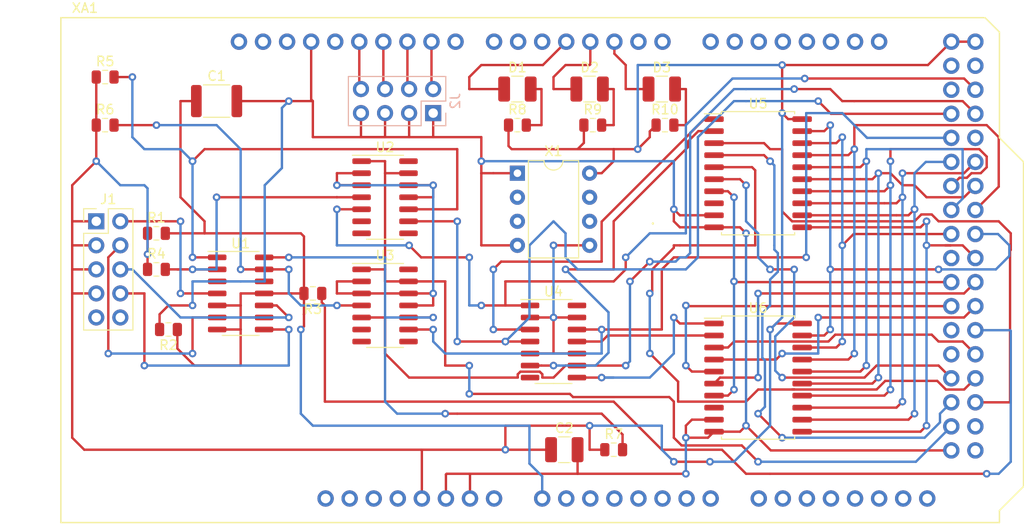
<source format=kicad_pcb>
(kicad_pcb (version 20171130) (host pcbnew "(5.1.5-0-10_14)")

  (general
    (thickness 1.6)
    (drawings 0)
    (tracks 871)
    (zones 0)
    (modules 25)
    (nets 105)
  )

  (page A4)
  (layers
    (0 F.Cu signal)
    (31 B.Cu signal)
    (32 B.Adhes user hide)
    (33 F.Adhes user hide)
    (34 B.Paste user hide)
    (35 F.Paste user hide)
    (36 B.SilkS user)
    (37 F.SilkS user)
    (38 B.Mask user hide)
    (39 F.Mask user hide)
    (40 Dwgs.User user hide)
    (41 Cmts.User user hide)
    (42 Eco1.User user hide)
    (43 Eco2.User user hide)
    (44 Edge.Cuts user hide)
    (45 Margin user hide)
    (46 B.CrtYd user hide)
    (47 F.CrtYd user hide)
    (48 B.Fab user hide)
    (49 F.Fab user hide)
  )

  (setup
    (last_trace_width 0.25)
    (trace_clearance 0.2)
    (zone_clearance 0.508)
    (zone_45_only no)
    (trace_min 0.2)
    (via_size 0.8)
    (via_drill 0.4)
    (via_min_size 0.4)
    (via_min_drill 0.3)
    (uvia_size 0.3)
    (uvia_drill 0.1)
    (uvias_allowed no)
    (uvia_min_size 0.2)
    (uvia_min_drill 0.1)
    (edge_width 0.05)
    (segment_width 0.2)
    (pcb_text_width 0.3)
    (pcb_text_size 1.5 1.5)
    (mod_edge_width 0.12)
    (mod_text_size 1 1)
    (mod_text_width 0.15)
    (pad_size 0.975 1.4)
    (pad_drill 0)
    (pad_to_mask_clearance 0.051)
    (solder_mask_min_width 0.25)
    (aux_axis_origin 0 0)
    (visible_elements FFFFFF7F)
    (pcbplotparams
      (layerselection 0x010fc_ffffffff)
      (usegerberextensions false)
      (usegerberattributes false)
      (usegerberadvancedattributes false)
      (creategerberjobfile false)
      (excludeedgelayer true)
      (linewidth 0.100000)
      (plotframeref false)
      (viasonmask false)
      (mode 1)
      (useauxorigin false)
      (hpglpennumber 1)
      (hpglpenspeed 20)
      (hpglpendiameter 15.000000)
      (psnegative false)
      (psa4output false)
      (plotreference true)
      (plotvalue true)
      (plotinvisibletext false)
      (padsonsilk false)
      (subtractmaskfromsilk false)
      (outputformat 1)
      (mirror false)
      (drillshape 0)
      (scaleselection 1)
      (outputdirectory "./"))
  )

  (net 0 "")
  (net 1 "Net-(R4-Pad2)")
  (net 2 /MIC_EAST)
  (net 3 /MIC_NORTH)
  (net 4 /MIC_SOUTH)
  (net 5 /MIC_WEST)
  (net 6 /STOP*)
  (net 7 "Net-(U2-Pad8)")
  (net 8 "Net-(U2-Pad11)")
  (net 9 /RUN_EAST)
  (net 10 /RUN_NORTH)
  (net 11 "Net-(U2-Pad6)")
  (net 12 "Net-(U4-Pad8)")
  (net 13 "Net-(U4-Pad10)")
  (net 14 /RUN_SOUTH)
  (net 15 "Net-(U4-Pad3)")
  (net 16 "Net-(U4-Pad11)")
  (net 17 /RUN_WEST)
  (net 18 "Net-(U4-Pad6)")
  (net 19 /CLR*)
  (net 20 /D7)
  (net 21 /NORTH_LO*)
  (net 22 /D6)
  (net 23 /NORTH_HI*)
  (net 24 /D5)
  (net 25 /EAST_LO*)
  (net 26 /D4)
  (net 27 /EAST_HI*)
  (net 28 /D3)
  (net 29 /READ*)
  (net 30 /D2)
  (net 31 "Net-(U5-Pad8)")
  (net 32 /D1)
  (net 33 GND)
  (net 34 /D0)
  (net 35 VCC)
  (net 36 "Net-(U6-Pad8)")
  (net 37 /WEST_HI*)
  (net 38 /WEST_LO*)
  (net 39 /SOUTH_HI*)
  (net 40 /SOUTH_LO*)
  (net 41 "Net-(J1-Pad9)")
  (net 42 "Net-(D1-Pad1)")
  (net 43 "Net-(D1-Pad2)")
  (net 44 "Net-(D2-Pad2)")
  (net 45 "Net-(D2-Pad1)")
  (net 46 "Net-(D3-Pad1)")
  (net 47 "Net-(D3-Pad2)")
  (net 48 /V_FB)
  (net 49 "Net-(R5-Pad2)")
  (net 50 "Net-(R6-Pad2)")
  (net 51 "Net-(R7-Pad2)")
  (net 52 "Net-(XA1-PadVIN)")
  (net 53 "Net-(XA1-PadD18)")
  (net 54 "Net-(XA1-PadD17)")
  (net 55 "Net-(XA1-PadD16)")
  (net 56 "Net-(XA1-PadD15)")
  (net 57 "Net-(XA1-PadD5)")
  (net 58 "Net-(XA1-PadD6)")
  (net 59 "Net-(XA1-PadD7)")
  (net 60 "Net-(XA1-PadD8)")
  (net 61 "Net-(J2-Pad2)")
  (net 62 "Net-(J2-Pad4)")
  (net 63 "Net-(XA1-PadSCL)")
  (net 64 "Net-(XA1-PadD13)")
  (net 65 "Net-(J2-Pad8)")
  (net 66 "Net-(J2-Pad6)")
  (net 67 "Net-(XA1-PadA1)")
  (net 68 "Net-(XA1-PadA6)")
  (net 69 "Net-(XA1-PadA15)")
  (net 70 "Net-(XA1-PadD22)")
  (net 71 "Net-(XA1-PadD24)")
  (net 72 "Net-(XA1-PadD29)")
  (net 73 "Net-(XA1-PadD38)")
  (net 74 /VREF)
  (net 75 "Net-(XA1-PadD46)")
  (net 76 "Net-(XA1-PadD53)")
  (net 77 "Net-(U3-Pad6)")
  (net 78 "Net-(U3-Pad8)")
  (net 79 "Net-(XA1-Pad3V3)")
  (net 80 "Net-(XA1-PadRST1)")
  (net 81 "Net-(XA1-PadIORF)")
  (net 82 "Net-(XA1-PadD21)")
  (net 83 "Net-(XA1-PadD20)")
  (net 84 "Net-(XA1-PadD19)")
  (net 85 "Net-(XA1-PadD14)")
  (net 86 "Net-(XA1-PadD0)")
  (net 87 "Net-(XA1-PadD1)")
  (net 88 "Net-(XA1-PadSDA)")
  (net 89 "Net-(XA1-PadAREF)")
  (net 90 "Net-(XA1-PadA2)")
  (net 91 "Net-(XA1-PadA3)")
  (net 92 "Net-(XA1-PadA4)")
  (net 93 "Net-(XA1-PadA5)")
  (net 94 "Net-(XA1-PadA7)")
  (net 95 "Net-(XA1-PadA8)")
  (net 96 "Net-(XA1-PadA9)")
  (net 97 "Net-(XA1-PadA10)")
  (net 98 "Net-(XA1-PadA11)")
  (net 99 "Net-(XA1-PadA12)")
  (net 100 "Net-(XA1-PadA13)")
  (net 101 "Net-(XA1-PadA14)")
  (net 102 "Net-(XA1-PadD23)")
  (net 103 "Net-(XA1-PadD44)")
  (net 104 "Net-(XA1-PadGND6)")

  (net_class Default "This is the default net class."
    (clearance 0.2)
    (trace_width 0.25)
    (via_dia 0.8)
    (via_drill 0.4)
    (uvia_dia 0.3)
    (uvia_drill 0.1)
    (add_net /CLR*)
    (add_net /D0)
    (add_net /D1)
    (add_net /D2)
    (add_net /D3)
    (add_net /D4)
    (add_net /D5)
    (add_net /D6)
    (add_net /D7)
    (add_net /EAST_HI*)
    (add_net /EAST_LO*)
    (add_net /MIC_EAST)
    (add_net /MIC_NORTH)
    (add_net /MIC_SOUTH)
    (add_net /MIC_WEST)
    (add_net /NORTH_HI*)
    (add_net /NORTH_LO*)
    (add_net /READ*)
    (add_net /RUN_EAST)
    (add_net /RUN_NORTH)
    (add_net /RUN_SOUTH)
    (add_net /RUN_WEST)
    (add_net /SOUTH_HI*)
    (add_net /SOUTH_LO*)
    (add_net /STOP*)
    (add_net /VREF)
    (add_net /V_FB)
    (add_net /WEST_HI*)
    (add_net /WEST_LO*)
    (add_net GND)
    (add_net "Net-(D1-Pad1)")
    (add_net "Net-(D1-Pad2)")
    (add_net "Net-(D2-Pad1)")
    (add_net "Net-(D2-Pad2)")
    (add_net "Net-(D3-Pad1)")
    (add_net "Net-(D3-Pad2)")
    (add_net "Net-(J1-Pad9)")
    (add_net "Net-(J2-Pad2)")
    (add_net "Net-(J2-Pad4)")
    (add_net "Net-(J2-Pad6)")
    (add_net "Net-(J2-Pad8)")
    (add_net "Net-(R4-Pad2)")
    (add_net "Net-(R5-Pad2)")
    (add_net "Net-(R6-Pad2)")
    (add_net "Net-(R7-Pad2)")
    (add_net "Net-(U2-Pad11)")
    (add_net "Net-(U2-Pad6)")
    (add_net "Net-(U2-Pad8)")
    (add_net "Net-(U3-Pad6)")
    (add_net "Net-(U3-Pad8)")
    (add_net "Net-(U4-Pad10)")
    (add_net "Net-(U4-Pad11)")
    (add_net "Net-(U4-Pad3)")
    (add_net "Net-(U4-Pad6)")
    (add_net "Net-(U4-Pad8)")
    (add_net "Net-(U5-Pad8)")
    (add_net "Net-(U6-Pad8)")
    (add_net "Net-(XA1-Pad3V3)")
    (add_net "Net-(XA1-PadA1)")
    (add_net "Net-(XA1-PadA10)")
    (add_net "Net-(XA1-PadA11)")
    (add_net "Net-(XA1-PadA12)")
    (add_net "Net-(XA1-PadA13)")
    (add_net "Net-(XA1-PadA14)")
    (add_net "Net-(XA1-PadA15)")
    (add_net "Net-(XA1-PadA2)")
    (add_net "Net-(XA1-PadA3)")
    (add_net "Net-(XA1-PadA4)")
    (add_net "Net-(XA1-PadA5)")
    (add_net "Net-(XA1-PadA6)")
    (add_net "Net-(XA1-PadA7)")
    (add_net "Net-(XA1-PadA8)")
    (add_net "Net-(XA1-PadA9)")
    (add_net "Net-(XA1-PadAREF)")
    (add_net "Net-(XA1-PadD0)")
    (add_net "Net-(XA1-PadD1)")
    (add_net "Net-(XA1-PadD13)")
    (add_net "Net-(XA1-PadD14)")
    (add_net "Net-(XA1-PadD15)")
    (add_net "Net-(XA1-PadD16)")
    (add_net "Net-(XA1-PadD17)")
    (add_net "Net-(XA1-PadD18)")
    (add_net "Net-(XA1-PadD19)")
    (add_net "Net-(XA1-PadD20)")
    (add_net "Net-(XA1-PadD21)")
    (add_net "Net-(XA1-PadD22)")
    (add_net "Net-(XA1-PadD23)")
    (add_net "Net-(XA1-PadD24)")
    (add_net "Net-(XA1-PadD29)")
    (add_net "Net-(XA1-PadD38)")
    (add_net "Net-(XA1-PadD44)")
    (add_net "Net-(XA1-PadD46)")
    (add_net "Net-(XA1-PadD5)")
    (add_net "Net-(XA1-PadD53)")
    (add_net "Net-(XA1-PadD6)")
    (add_net "Net-(XA1-PadD7)")
    (add_net "Net-(XA1-PadD8)")
    (add_net "Net-(XA1-PadGND6)")
    (add_net "Net-(XA1-PadIORF)")
    (add_net "Net-(XA1-PadRST1)")
    (add_net "Net-(XA1-PadSCL)")
    (add_net "Net-(XA1-PadSDA)")
    (add_net "Net-(XA1-PadVIN)")
    (add_net VCC)
  )

  (module Arduino:Arduino_Mega2560_Shield_AMB (layer F.Cu) (tedit 5E519D78) (tstamp 5E52CB68)
    (at 109.295001 96.595001)
    (descr https://store.arduino.cc/arduino-mega-2560-rev3)
    (path /5E539FDE)
    (fp_text reference XA1 (at 2.54 -54.356) (layer F.SilkS)
      (effects (font (size 1 1) (thickness 0.15)))
    )
    (fp_text value Arduino_Mega2560_Shield (at 15.494 -54.356) (layer F.Fab)
      (effects (font (size 1 1) (thickness 0.15)))
    )
    (fp_line (start 9.525 -32.385) (end -6.35 -32.385) (layer B.CrtYd) (width 0.15))
    (fp_line (start 9.525 -43.815) (end -6.35 -43.815) (layer B.CrtYd) (width 0.15))
    (fp_line (start 9.525 -43.815) (end 9.525 -32.385) (layer B.CrtYd) (width 0.15))
    (fp_line (start -6.35 -43.815) (end -6.35 -32.385) (layer B.CrtYd) (width 0.15))
    (fp_text user . (at 62.484 -32.004) (layer F.SilkS)
      (effects (font (size 1 1) (thickness 0.15)))
    )
    (fp_line (start 11.43 -12.065) (end 11.43 -3.175) (layer B.CrtYd) (width 0.15))
    (fp_line (start -1.905 -3.175) (end 11.43 -3.175) (layer B.CrtYd) (width 0.15))
    (fp_line (start -1.905 -12.065) (end -1.905 -3.175) (layer B.CrtYd) (width 0.15))
    (fp_line (start -1.905 -12.065) (end 11.43 -12.065) (layer B.CrtYd) (width 0.15))
    (fp_line (start 0 -53.34) (end 0 0) (layer F.SilkS) (width 0.15))
    (fp_line (start 99.06 -40.64) (end 99.06 -51.816) (layer F.SilkS) (width 0.15))
    (fp_line (start 101.6 -38.1) (end 99.06 -40.64) (layer F.SilkS) (width 0.15))
    (fp_line (start 101.6 -3.81) (end 101.6 -38.1) (layer F.SilkS) (width 0.15))
    (fp_line (start 99.06 -1.27) (end 101.6 -3.81) (layer F.SilkS) (width 0.15))
    (fp_line (start 99.06 0) (end 99.06 -1.27) (layer F.SilkS) (width 0.15))
    (fp_line (start 97.536 -53.34) (end 99.06 -51.816) (layer F.SilkS) (width 0.15))
    (fp_line (start 0 0) (end 99.06 0) (layer F.SilkS) (width 0.15))
    (fp_line (start 0 -53.34) (end 97.536 -53.34) (layer F.SilkS) (width 0.15))
    (pad A0 thru_hole oval (at 50.8 -2.54) (size 1.7272 1.7272) (drill 1.016) (layers *.Cu *.Mask)
      (net 48 /V_FB))
    (pad VIN thru_hole oval (at 45.72 -2.54) (size 1.7272 1.7272) (drill 1.016) (layers *.Cu *.Mask)
      (net 52 "Net-(XA1-PadVIN)"))
    (pad GND3 thru_hole oval (at 43.18 -2.54) (size 1.7272 1.7272) (drill 1.016) (layers *.Cu *.Mask)
      (net 33 GND))
    (pad GND2 thru_hole oval (at 40.64 -2.54) (size 1.7272 1.7272) (drill 1.016) (layers *.Cu *.Mask)
      (net 33 GND))
    (pad 5V1 thru_hole oval (at 38.1 -2.54) (size 1.7272 1.7272) (drill 1.016) (layers *.Cu *.Mask)
      (net 35 VCC))
    (pad 3V3 thru_hole oval (at 35.56 -2.54) (size 1.7272 1.7272) (drill 1.016) (layers *.Cu *.Mask)
      (net 79 "Net-(XA1-Pad3V3)"))
    (pad RST1 thru_hole oval (at 33.02 -2.54) (size 1.7272 1.7272) (drill 1.016) (layers *.Cu *.Mask)
      (net 80 "Net-(XA1-PadRST1)"))
    (pad IORF thru_hole oval (at 30.48 -2.54) (size 1.7272 1.7272) (drill 1.016) (layers *.Cu *.Mask)
      (net 81 "Net-(XA1-PadIORF)"))
    (pad D21 thru_hole oval (at 86.36 -50.8) (size 1.7272 1.7272) (drill 1.016) (layers *.Cu *.Mask)
      (net 82 "Net-(XA1-PadD21)"))
    (pad D20 thru_hole oval (at 83.82 -50.8) (size 1.7272 1.7272) (drill 1.016) (layers *.Cu *.Mask)
      (net 83 "Net-(XA1-PadD20)"))
    (pad D19 thru_hole oval (at 81.28 -50.8) (size 1.7272 1.7272) (drill 1.016) (layers *.Cu *.Mask)
      (net 84 "Net-(XA1-PadD19)"))
    (pad D18 thru_hole oval (at 78.74 -50.8) (size 1.7272 1.7272) (drill 1.016) (layers *.Cu *.Mask)
      (net 53 "Net-(XA1-PadD18)"))
    (pad D17 thru_hole oval (at 76.2 -50.8) (size 1.7272 1.7272) (drill 1.016) (layers *.Cu *.Mask)
      (net 54 "Net-(XA1-PadD17)"))
    (pad D16 thru_hole oval (at 73.66 -50.8) (size 1.7272 1.7272) (drill 1.016) (layers *.Cu *.Mask)
      (net 55 "Net-(XA1-PadD16)"))
    (pad D15 thru_hole oval (at 71.12 -50.8) (size 1.7272 1.7272) (drill 1.016) (layers *.Cu *.Mask)
      (net 56 "Net-(XA1-PadD15)"))
    (pad D14 thru_hole oval (at 68.58 -50.8) (size 1.7272 1.7272) (drill 1.016) (layers *.Cu *.Mask)
      (net 85 "Net-(XA1-PadD14)"))
    (pad D0 thru_hole oval (at 63.5 -50.8) (size 1.7272 1.7272) (drill 1.016) (layers *.Cu *.Mask)
      (net 86 "Net-(XA1-PadD0)"))
    (pad D1 thru_hole oval (at 60.96 -50.8) (size 1.7272 1.7272) (drill 1.016) (layers *.Cu *.Mask)
      (net 87 "Net-(XA1-PadD1)"))
    (pad D2 thru_hole oval (at 58.42 -50.8) (size 1.7272 1.7272) (drill 1.016) (layers *.Cu *.Mask)
      (net 46 "Net-(D3-Pad1)"))
    (pad D3 thru_hole oval (at 55.88 -50.8) (size 1.7272 1.7272) (drill 1.016) (layers *.Cu *.Mask)
      (net 45 "Net-(D2-Pad1)"))
    (pad D4 thru_hole oval (at 53.34 -50.8) (size 1.7272 1.7272) (drill 1.016) (layers *.Cu *.Mask)
      (net 42 "Net-(D1-Pad1)"))
    (pad D5 thru_hole oval (at 50.8 -50.8) (size 1.7272 1.7272) (drill 1.016) (layers *.Cu *.Mask)
      (net 57 "Net-(XA1-PadD5)"))
    (pad D6 thru_hole oval (at 48.26 -50.8) (size 1.7272 1.7272) (drill 1.016) (layers *.Cu *.Mask)
      (net 58 "Net-(XA1-PadD6)"))
    (pad D7 thru_hole oval (at 45.72 -50.8) (size 1.7272 1.7272) (drill 1.016) (layers *.Cu *.Mask)
      (net 59 "Net-(XA1-PadD7)"))
    (pad GND1 thru_hole oval (at 26.416 -50.8) (size 1.7272 1.7272) (drill 1.016) (layers *.Cu *.Mask)
      (net 33 GND))
    (pad D8 thru_hole oval (at 41.656 -50.8) (size 1.7272 1.7272) (drill 1.016) (layers *.Cu *.Mask)
      (net 60 "Net-(XA1-PadD8)"))
    (pad D9 thru_hole oval (at 39.116 -50.8) (size 1.7272 1.7272) (drill 1.016) (layers *.Cu *.Mask)
      (net 61 "Net-(J2-Pad2)"))
    (pad D10 thru_hole oval (at 36.576 -50.8) (size 1.7272 1.7272) (drill 1.016) (layers *.Cu *.Mask)
      (net 62 "Net-(J2-Pad4)"))
    (pad "" np_thru_hole circle (at 90.17 -50.8) (size 3.2 3.2) (drill 3.2) (layers *.Cu *.Mask))
    (pad "" np_thru_hole circle (at 15.24 -50.8) (size 3.2 3.2) (drill 3.2) (layers *.Cu *.Mask))
    (pad "" np_thru_hole circle (at 96.52 -2.54) (size 3.2 3.2) (drill 3.2) (layers *.Cu *.Mask))
    (pad "" np_thru_hole circle (at 13.97 -2.54) (size 3.2 3.2) (drill 3.2) (layers *.Cu *.Mask))
    (pad SCL thru_hole oval (at 18.796 -50.8) (size 1.7272 1.7272) (drill 1.016) (layers *.Cu *.Mask)
      (net 63 "Net-(XA1-PadSCL)"))
    (pad SDA thru_hole oval (at 21.336 -50.8) (size 1.7272 1.7272) (drill 1.016) (layers *.Cu *.Mask)
      (net 88 "Net-(XA1-PadSDA)"))
    (pad AREF thru_hole oval (at 23.876 -50.8) (size 1.7272 1.7272) (drill 1.016) (layers *.Cu *.Mask)
      (net 89 "Net-(XA1-PadAREF)"))
    (pad D13 thru_hole oval (at 28.956 -50.8) (size 1.7272 1.7272) (drill 1.016) (layers *.Cu *.Mask)
      (net 64 "Net-(XA1-PadD13)"))
    (pad D12 thru_hole oval (at 31.496 -50.8) (size 1.7272 1.7272) (drill 1.016) (layers *.Cu *.Mask)
      (net 65 "Net-(J2-Pad8)"))
    (pad D11 thru_hole oval (at 34.036 -50.8) (size 1.7272 1.7272) (drill 1.016) (layers *.Cu *.Mask)
      (net 66 "Net-(J2-Pad6)"))
    (pad "" thru_hole oval (at 27.94 -2.54) (size 1.7272 1.7272) (drill 1.016) (layers *.Cu *.Mask))
    (pad A1 thru_hole oval (at 53.34 -2.54) (size 1.7272 1.7272) (drill 1.016) (layers *.Cu *.Mask)
      (net 67 "Net-(XA1-PadA1)"))
    (pad A2 thru_hole oval (at 55.88 -2.54) (size 1.7272 1.7272) (drill 1.016) (layers *.Cu *.Mask)
      (net 90 "Net-(XA1-PadA2)"))
    (pad A3 thru_hole oval (at 58.42 -2.54) (size 1.7272 1.7272) (drill 1.016) (layers *.Cu *.Mask)
      (net 91 "Net-(XA1-PadA3)"))
    (pad A4 thru_hole oval (at 60.96 -2.54) (size 1.7272 1.7272) (drill 1.016) (layers *.Cu *.Mask)
      (net 92 "Net-(XA1-PadA4)"))
    (pad A5 thru_hole oval (at 63.5 -2.54) (size 1.7272 1.7272) (drill 1.016) (layers *.Cu *.Mask)
      (net 93 "Net-(XA1-PadA5)"))
    (pad A6 thru_hole oval (at 66.04 -2.54) (size 1.7272 1.7272) (drill 1.016) (layers *.Cu *.Mask)
      (net 68 "Net-(XA1-PadA6)"))
    (pad A7 thru_hole oval (at 68.58 -2.54) (size 1.7272 1.7272) (drill 1.016) (layers *.Cu *.Mask)
      (net 94 "Net-(XA1-PadA7)"))
    (pad A8 thru_hole oval (at 73.66 -2.54) (size 1.7272 1.7272) (drill 1.016) (layers *.Cu *.Mask)
      (net 95 "Net-(XA1-PadA8)"))
    (pad A9 thru_hole oval (at 76.2 -2.54) (size 1.7272 1.7272) (drill 1.016) (layers *.Cu *.Mask)
      (net 96 "Net-(XA1-PadA9)"))
    (pad A10 thru_hole oval (at 78.74 -2.54) (size 1.7272 1.7272) (drill 1.016) (layers *.Cu *.Mask)
      (net 97 "Net-(XA1-PadA10)"))
    (pad A11 thru_hole oval (at 81.28 -2.54) (size 1.7272 1.7272) (drill 1.016) (layers *.Cu *.Mask)
      (net 98 "Net-(XA1-PadA11)"))
    (pad A12 thru_hole oval (at 83.82 -2.54) (size 1.7272 1.7272) (drill 1.016) (layers *.Cu *.Mask)
      (net 99 "Net-(XA1-PadA12)"))
    (pad A13 thru_hole oval (at 86.36 -2.54) (size 1.7272 1.7272) (drill 1.016) (layers *.Cu *.Mask)
      (net 100 "Net-(XA1-PadA13)"))
    (pad A14 thru_hole oval (at 88.9 -2.54) (size 1.7272 1.7272) (drill 1.016) (layers *.Cu *.Mask)
      (net 101 "Net-(XA1-PadA14)"))
    (pad A15 thru_hole oval (at 91.44 -2.54) (size 1.7272 1.7272) (drill 1.016) (layers *.Cu *.Mask)
      (net 69 "Net-(XA1-PadA15)"))
    (pad 5V3 thru_hole oval (at 93.98 -50.8) (size 1.7272 1.7272) (drill 1.016) (layers *.Cu *.Mask)
      (net 35 VCC))
    (pad 5V4 thru_hole oval (at 96.52 -50.8) (size 1.7272 1.7272) (drill 1.016) (layers *.Cu *.Mask)
      (net 35 VCC))
    (pad D22 thru_hole oval (at 93.98 -48.26) (size 1.7272 1.7272) (drill 1.016) (layers *.Cu *.Mask)
      (net 70 "Net-(XA1-PadD22)"))
    (pad D23 thru_hole oval (at 96.52 -48.26) (size 1.7272 1.7272) (drill 1.016) (layers *.Cu *.Mask)
      (net 102 "Net-(XA1-PadD23)"))
    (pad D24 thru_hole oval (at 93.98 -45.72) (size 1.7272 1.7272) (drill 1.016) (layers *.Cu *.Mask)
      (net 71 "Net-(XA1-PadD24)"))
    (pad D25 thru_hole oval (at 96.52 -45.72) (size 1.7272 1.7272) (drill 1.016) (layers *.Cu *.Mask)
      (net 10 /RUN_NORTH))
    (pad D26 thru_hole oval (at 93.98 -43.18) (size 1.7272 1.7272) (drill 1.016) (layers *.Cu *.Mask)
      (net 9 /RUN_EAST))
    (pad D27 thru_hole oval (at 96.52 -43.18) (size 1.7272 1.7272) (drill 1.016) (layers *.Cu *.Mask)
      (net 14 /RUN_SOUTH))
    (pad D28 thru_hole oval (at 93.98 -40.64) (size 1.7272 1.7272) (drill 1.016) (layers *.Cu *.Mask)
      (net 17 /RUN_WEST))
    (pad D29 thru_hole oval (at 96.52 -40.64) (size 1.7272 1.7272) (drill 1.016) (layers *.Cu *.Mask)
      (net 72 "Net-(XA1-PadD29)"))
    (pad D30 thru_hole oval (at 93.98 -38.1) (size 1.7272 1.7272) (drill 1.016) (layers *.Cu *.Mask)
      (net 20 /D7))
    (pad D31 thru_hole oval (at 96.52 -38.1) (size 1.7272 1.7272) (drill 1.016) (layers *.Cu *.Mask)
      (net 22 /D6))
    (pad D32 thru_hole oval (at 93.98 -35.56) (size 1.7272 1.7272) (drill 1.016) (layers *.Cu *.Mask)
      (net 24 /D5))
    (pad D33 thru_hole oval (at 96.52 -35.56) (size 1.7272 1.7272) (drill 1.016) (layers *.Cu *.Mask)
      (net 26 /D4))
    (pad D34 thru_hole oval (at 93.98 -33.02) (size 1.7272 1.7272) (drill 1.016) (layers *.Cu *.Mask)
      (net 28 /D3))
    (pad D35 thru_hole oval (at 96.52 -33.02) (size 1.7272 1.7272) (drill 1.016) (layers *.Cu *.Mask)
      (net 30 /D2))
    (pad D36 thru_hole oval (at 93.98 -30.48) (size 1.7272 1.7272) (drill 1.016) (layers *.Cu *.Mask)
      (net 32 /D1))
    (pad D37 thru_hole oval (at 96.52 -30.48) (size 1.7272 1.7272) (drill 1.016) (layers *.Cu *.Mask)
      (net 34 /D0))
    (pad D38 thru_hole oval (at 93.98 -27.94) (size 1.7272 1.7272) (drill 1.016) (layers *.Cu *.Mask)
      (net 73 "Net-(XA1-PadD38)"))
    (pad D39 thru_hole oval (at 96.52 -27.94) (size 1.7272 1.7272) (drill 1.016) (layers *.Cu *.Mask)
      (net 19 /CLR*))
    (pad D40 thru_hole oval (at 93.98 -25.4) (size 1.7272 1.7272) (drill 1.016) (layers *.Cu *.Mask)
      (net 29 /READ*))
    (pad D41 thru_hole oval (at 96.52 -25.4) (size 1.7272 1.7272) (drill 1.016) (layers *.Cu *.Mask)
      (net 37 /WEST_HI*))
    (pad D42 thru_hole oval (at 93.98 -22.86) (size 1.7272 1.7272) (drill 1.016) (layers *.Cu *.Mask)
      (net 38 /WEST_LO*))
    (pad D43 thru_hole oval (at 96.52 -22.86) (size 1.7272 1.7272) (drill 1.016) (layers *.Cu *.Mask)
      (net 39 /SOUTH_HI*))
    (pad D44 thru_hole oval (at 93.98 -20.32) (size 1.7272 1.7272) (drill 1.016) (layers *.Cu *.Mask)
      (net 103 "Net-(XA1-PadD44)"))
    (pad D45 thru_hole oval (at 96.52 -20.32) (size 1.7272 1.7272) (drill 1.016) (layers *.Cu *.Mask)
      (net 74 /VREF))
    (pad D46 thru_hole oval (at 93.98 -17.78) (size 1.7272 1.7272) (drill 1.016) (layers *.Cu *.Mask)
      (net 75 "Net-(XA1-PadD46)"))
    (pad D47 thru_hole oval (at 96.52 -17.78) (size 1.7272 1.7272) (drill 1.016) (layers *.Cu *.Mask)
      (net 40 /SOUTH_LO*))
    (pad D48 thru_hole oval (at 93.98 -15.24) (size 1.7272 1.7272) (drill 1.016) (layers *.Cu *.Mask)
      (net 27 /EAST_HI*))
    (pad D49 thru_hole oval (at 96.52 -15.24) (size 1.7272 1.7272) (drill 1.016) (layers *.Cu *.Mask)
      (net 25 /EAST_LO*))
    (pad D50 thru_hole oval (at 93.98 -12.7) (size 1.7272 1.7272) (drill 1.016) (layers *.Cu *.Mask)
      (net 23 /NORTH_HI*))
    (pad D51 thru_hole oval (at 96.52 -12.7) (size 1.7272 1.7272) (drill 1.016) (layers *.Cu *.Mask)
      (net 21 /NORTH_LO*))
    (pad D52 thru_hole oval (at 93.98 -10.16) (size 1.7272 1.7272) (drill 1.016) (layers *.Cu *.Mask)
      (net 6 /STOP*))
    (pad D53 thru_hole oval (at 96.52 -10.16) (size 1.7272 1.7272) (drill 1.016) (layers *.Cu *.Mask)
      (net 76 "Net-(XA1-PadD53)"))
    (pad GND5 thru_hole oval (at 93.98 -7.62) (size 1.7272 1.7272) (drill 1.016) (layers *.Cu *.Mask)
      (net 33 GND))
    (pad GND6 thru_hole oval (at 96.52 -7.62) (size 1.7272 1.7272) (drill 1.016) (layers *.Cu *.Mask)
      (net 104 "Net-(XA1-PadGND6)"))
  )

  (module Resistor_SMD:R_1812_4532Metric (layer F.Cu) (tedit 5B301BBD) (tstamp 5E52C8DA)
    (at 125.73 52.07)
    (descr "Resistor SMD 1812 (4532 Metric), square (rectangular) end terminal, IPC_7351 nominal, (Body size source: https://www.nikhef.nl/pub/departments/mt/projects/detectorR_D/dtddice/ERJ2G.pdf), generated with kicad-footprint-generator")
    (tags resistor)
    (path /5F35C88C)
    (attr smd)
    (fp_text reference C1 (at 0 -2.65) (layer F.SilkS)
      (effects (font (size 1 1) (thickness 0.15)))
    )
    (fp_text value CP (at 0 2.65) (layer F.Fab)
      (effects (font (size 1 1) (thickness 0.15)))
    )
    (fp_line (start -2.25 1.6) (end -2.25 -1.6) (layer F.Fab) (width 0.1))
    (fp_line (start -2.25 -1.6) (end 2.25 -1.6) (layer F.Fab) (width 0.1))
    (fp_line (start 2.25 -1.6) (end 2.25 1.6) (layer F.Fab) (width 0.1))
    (fp_line (start 2.25 1.6) (end -2.25 1.6) (layer F.Fab) (width 0.1))
    (fp_line (start -1.386252 -1.71) (end 1.386252 -1.71) (layer F.SilkS) (width 0.12))
    (fp_line (start -1.386252 1.71) (end 1.386252 1.71) (layer F.SilkS) (width 0.12))
    (fp_line (start -2.95 1.95) (end -2.95 -1.95) (layer F.CrtYd) (width 0.05))
    (fp_line (start -2.95 -1.95) (end 2.95 -1.95) (layer F.CrtYd) (width 0.05))
    (fp_line (start 2.95 -1.95) (end 2.95 1.95) (layer F.CrtYd) (width 0.05))
    (fp_line (start 2.95 1.95) (end -2.95 1.95) (layer F.CrtYd) (width 0.05))
    (fp_text user %R (at 0 0) (layer F.Fab)
      (effects (font (size 1 1) (thickness 0.15)))
    )
    (pad 1 smd roundrect (at -2.1375 0) (size 1.125 3.4) (layers F.Cu F.Paste F.Mask) (roundrect_rratio 0.222222)
      (net 48 /V_FB))
    (pad 2 smd roundrect (at 2.1375 0) (size 1.125 3.4) (layers F.Cu F.Paste F.Mask) (roundrect_rratio 0.222222)
      (net 33 GND))
    (model ${KISYS3DMOD}/Resistor_SMD.3dshapes/R_1812_4532Metric.wrl
      (at (xyz 0 0 0))
      (scale (xyz 1 1 1))
      (rotate (xyz 0 0 0))
    )
  )

  (module Resistor_SMD:R_1210_3225Metric (layer F.Cu) (tedit 5B301BBD) (tstamp 5E52C8EB)
    (at 162.43 88.9)
    (descr "Resistor SMD 1210 (3225 Metric), square (rectangular) end terminal, IPC_7351 nominal, (Body size source: http://www.tortai-tech.com/upload/download/2011102023233369053.pdf), generated with kicad-footprint-generator")
    (tags resistor)
    (path /5F03BF1F)
    (attr smd)
    (fp_text reference C2 (at 0 -2.28) (layer F.SilkS)
      (effects (font (size 1 1) (thickness 0.15)))
    )
    (fp_text value 10uF0 (at 0 2.28) (layer F.Fab)
      (effects (font (size 1 1) (thickness 0.15)))
    )
    (fp_line (start -1.6 1.25) (end -1.6 -1.25) (layer F.Fab) (width 0.1))
    (fp_line (start -1.6 -1.25) (end 1.6 -1.25) (layer F.Fab) (width 0.1))
    (fp_line (start 1.6 -1.25) (end 1.6 1.25) (layer F.Fab) (width 0.1))
    (fp_line (start 1.6 1.25) (end -1.6 1.25) (layer F.Fab) (width 0.1))
    (fp_line (start -0.602064 -1.36) (end 0.602064 -1.36) (layer F.SilkS) (width 0.12))
    (fp_line (start -0.602064 1.36) (end 0.602064 1.36) (layer F.SilkS) (width 0.12))
    (fp_line (start -2.28 1.58) (end -2.28 -1.58) (layer F.CrtYd) (width 0.05))
    (fp_line (start -2.28 -1.58) (end 2.28 -1.58) (layer F.CrtYd) (width 0.05))
    (fp_line (start 2.28 -1.58) (end 2.28 1.58) (layer F.CrtYd) (width 0.05))
    (fp_line (start 2.28 1.58) (end -2.28 1.58) (layer F.CrtYd) (width 0.05))
    (fp_text user %R (at 0 0) (layer F.Fab)
      (effects (font (size 0.8 0.8) (thickness 0.12)))
    )
    (pad 1 smd roundrect (at -1.4 0) (size 1.25 2.65) (layers F.Cu F.Paste F.Mask) (roundrect_rratio 0.2)
      (net 35 VCC))
    (pad 2 smd roundrect (at 1.4 0) (size 1.25 2.65) (layers F.Cu F.Paste F.Mask) (roundrect_rratio 0.2)
      (net 33 GND))
    (model ${KISYS3DMOD}/Resistor_SMD.3dshapes/R_1210_3225Metric.wrl
      (at (xyz 0 0 0))
      (scale (xyz 1 1 1))
      (rotate (xyz 0 0 0))
    )
  )

  (module Resistor_SMD:R_1210_3225Metric (layer F.Cu) (tedit 5B301BBD) (tstamp 5E52C8FC)
    (at 157.48 50.8)
    (descr "Resistor SMD 1210 (3225 Metric), square (rectangular) end terminal, IPC_7351 nominal, (Body size source: http://www.tortai-tech.com/upload/download/2011102023233369053.pdf), generated with kicad-footprint-generator")
    (tags resistor)
    (path /5F543E6F)
    (attr smd)
    (fp_text reference D1 (at 0 -2.28) (layer F.SilkS)
      (effects (font (size 1 1) (thickness 0.15)))
    )
    (fp_text value RED (at 0 2.28) (layer F.Fab)
      (effects (font (size 1 1) (thickness 0.15)))
    )
    (fp_text user %R (at 0 0) (layer F.Fab)
      (effects (font (size 0.8 0.8) (thickness 0.12)))
    )
    (fp_line (start 2.28 1.58) (end -2.28 1.58) (layer F.CrtYd) (width 0.05))
    (fp_line (start 2.28 -1.58) (end 2.28 1.58) (layer F.CrtYd) (width 0.05))
    (fp_line (start -2.28 -1.58) (end 2.28 -1.58) (layer F.CrtYd) (width 0.05))
    (fp_line (start -2.28 1.58) (end -2.28 -1.58) (layer F.CrtYd) (width 0.05))
    (fp_line (start -0.602064 1.36) (end 0.602064 1.36) (layer F.SilkS) (width 0.12))
    (fp_line (start -0.602064 -1.36) (end 0.602064 -1.36) (layer F.SilkS) (width 0.12))
    (fp_line (start 1.6 1.25) (end -1.6 1.25) (layer F.Fab) (width 0.1))
    (fp_line (start 1.6 -1.25) (end 1.6 1.25) (layer F.Fab) (width 0.1))
    (fp_line (start -1.6 -1.25) (end 1.6 -1.25) (layer F.Fab) (width 0.1))
    (fp_line (start -1.6 1.25) (end -1.6 -1.25) (layer F.Fab) (width 0.1))
    (pad 2 smd roundrect (at 1.4 0) (size 1.25 2.65) (layers F.Cu F.Paste F.Mask) (roundrect_rratio 0.2)
      (net 43 "Net-(D1-Pad2)"))
    (pad 1 smd roundrect (at -1.4 0) (size 1.25 2.65) (layers F.Cu F.Paste F.Mask) (roundrect_rratio 0.2)
      (net 42 "Net-(D1-Pad1)"))
    (model ${KISYS3DMOD}/Resistor_SMD.3dshapes/R_1210_3225Metric.wrl
      (at (xyz 0 0 0))
      (scale (xyz 1 1 1))
      (rotate (xyz 0 0 0))
    )
  )

  (module Resistor_SMD:R_1210_3225Metric (layer F.Cu) (tedit 5B301BBD) (tstamp 5E52C90D)
    (at 165.1 50.8)
    (descr "Resistor SMD 1210 (3225 Metric), square (rectangular) end terminal, IPC_7351 nominal, (Body size source: http://www.tortai-tech.com/upload/download/2011102023233369053.pdf), generated with kicad-footprint-generator")
    (tags resistor)
    (path /5F587F5A)
    (attr smd)
    (fp_text reference D2 (at 0 -2.28) (layer F.SilkS)
      (effects (font (size 1 1) (thickness 0.15)))
    )
    (fp_text value GREEN (at 0 2.28) (layer F.Fab)
      (effects (font (size 1 1) (thickness 0.15)))
    )
    (fp_line (start -1.6 1.25) (end -1.6 -1.25) (layer F.Fab) (width 0.1))
    (fp_line (start -1.6 -1.25) (end 1.6 -1.25) (layer F.Fab) (width 0.1))
    (fp_line (start 1.6 -1.25) (end 1.6 1.25) (layer F.Fab) (width 0.1))
    (fp_line (start 1.6 1.25) (end -1.6 1.25) (layer F.Fab) (width 0.1))
    (fp_line (start -0.602064 -1.36) (end 0.602064 -1.36) (layer F.SilkS) (width 0.12))
    (fp_line (start -0.602064 1.36) (end 0.602064 1.36) (layer F.SilkS) (width 0.12))
    (fp_line (start -2.28 1.58) (end -2.28 -1.58) (layer F.CrtYd) (width 0.05))
    (fp_line (start -2.28 -1.58) (end 2.28 -1.58) (layer F.CrtYd) (width 0.05))
    (fp_line (start 2.28 -1.58) (end 2.28 1.58) (layer F.CrtYd) (width 0.05))
    (fp_line (start 2.28 1.58) (end -2.28 1.58) (layer F.CrtYd) (width 0.05))
    (fp_text user %R (at 0 0) (layer F.Fab)
      (effects (font (size 0.8 0.8) (thickness 0.12)))
    )
    (pad 1 smd roundrect (at -1.4 0) (size 1.25 2.65) (layers F.Cu F.Paste F.Mask) (roundrect_rratio 0.2)
      (net 45 "Net-(D2-Pad1)"))
    (pad 2 smd roundrect (at 1.4 0) (size 1.25 2.65) (layers F.Cu F.Paste F.Mask) (roundrect_rratio 0.2)
      (net 44 "Net-(D2-Pad2)"))
    (model ${KISYS3DMOD}/Resistor_SMD.3dshapes/R_1210_3225Metric.wrl
      (at (xyz 0 0 0))
      (scale (xyz 1 1 1))
      (rotate (xyz 0 0 0))
    )
  )

  (module Resistor_SMD:R_1210_3225Metric (layer F.Cu) (tedit 5B301BBD) (tstamp 5E52C91E)
    (at 172.72 50.8)
    (descr "Resistor SMD 1210 (3225 Metric), square (rectangular) end terminal, IPC_7351 nominal, (Body size source: http://www.tortai-tech.com/upload/download/2011102023233369053.pdf), generated with kicad-footprint-generator")
    (tags resistor)
    (path /5F588BB8)
    (attr smd)
    (fp_text reference D3 (at 0 -2.28) (layer F.SilkS)
      (effects (font (size 1 1) (thickness 0.15)))
    )
    (fp_text value RED (at 0 2.28) (layer F.Fab)
      (effects (font (size 1 1) (thickness 0.15)))
    )
    (fp_text user %R (at 0 0) (layer F.Fab)
      (effects (font (size 0.8 0.8) (thickness 0.12)))
    )
    (fp_line (start 2.28 1.58) (end -2.28 1.58) (layer F.CrtYd) (width 0.05))
    (fp_line (start 2.28 -1.58) (end 2.28 1.58) (layer F.CrtYd) (width 0.05))
    (fp_line (start -2.28 -1.58) (end 2.28 -1.58) (layer F.CrtYd) (width 0.05))
    (fp_line (start -2.28 1.58) (end -2.28 -1.58) (layer F.CrtYd) (width 0.05))
    (fp_line (start -0.602064 1.36) (end 0.602064 1.36) (layer F.SilkS) (width 0.12))
    (fp_line (start -0.602064 -1.36) (end 0.602064 -1.36) (layer F.SilkS) (width 0.12))
    (fp_line (start 1.6 1.25) (end -1.6 1.25) (layer F.Fab) (width 0.1))
    (fp_line (start 1.6 -1.25) (end 1.6 1.25) (layer F.Fab) (width 0.1))
    (fp_line (start -1.6 -1.25) (end 1.6 -1.25) (layer F.Fab) (width 0.1))
    (fp_line (start -1.6 1.25) (end -1.6 -1.25) (layer F.Fab) (width 0.1))
    (pad 2 smd roundrect (at 1.4 0) (size 1.25 2.65) (layers F.Cu F.Paste F.Mask) (roundrect_rratio 0.2)
      (net 47 "Net-(D3-Pad2)"))
    (pad 1 smd roundrect (at -1.4 0) (size 1.25 2.65) (layers F.Cu F.Paste F.Mask) (roundrect_rratio 0.2)
      (net 46 "Net-(D3-Pad1)"))
    (model ${KISYS3DMOD}/Resistor_SMD.3dshapes/R_1210_3225Metric.wrl
      (at (xyz 0 0 0))
      (scale (xyz 1 1 1))
      (rotate (xyz 0 0 0))
    )
  )

  (module Connector_PinHeader_2.54mm:PinHeader_2x05_P2.54mm_Vertical (layer F.Cu) (tedit 59FED5CC) (tstamp 5E52C93E)
    (at 113.03 64.77)
    (descr "Through hole straight pin header, 2x05, 2.54mm pitch, double rows")
    (tags "Through hole pin header THT 2x05 2.54mm double row")
    (path /5E499562)
    (fp_text reference J1 (at 1.27 -2.33) (layer F.SilkS)
      (effects (font (size 1 1) (thickness 0.15)))
    )
    (fp_text value "BERG 5x2" (at 1.27 12.49) (layer F.Fab)
      (effects (font (size 1 1) (thickness 0.15)))
    )
    (fp_line (start 0 -1.27) (end 3.81 -1.27) (layer F.Fab) (width 0.1))
    (fp_line (start 3.81 -1.27) (end 3.81 11.43) (layer F.Fab) (width 0.1))
    (fp_line (start 3.81 11.43) (end -1.27 11.43) (layer F.Fab) (width 0.1))
    (fp_line (start -1.27 11.43) (end -1.27 0) (layer F.Fab) (width 0.1))
    (fp_line (start -1.27 0) (end 0 -1.27) (layer F.Fab) (width 0.1))
    (fp_line (start -1.33 11.49) (end 3.87 11.49) (layer F.SilkS) (width 0.12))
    (fp_line (start -1.33 1.27) (end -1.33 11.49) (layer F.SilkS) (width 0.12))
    (fp_line (start 3.87 -1.33) (end 3.87 11.49) (layer F.SilkS) (width 0.12))
    (fp_line (start -1.33 1.27) (end 1.27 1.27) (layer F.SilkS) (width 0.12))
    (fp_line (start 1.27 1.27) (end 1.27 -1.33) (layer F.SilkS) (width 0.12))
    (fp_line (start 1.27 -1.33) (end 3.87 -1.33) (layer F.SilkS) (width 0.12))
    (fp_line (start -1.33 0) (end -1.33 -1.33) (layer F.SilkS) (width 0.12))
    (fp_line (start -1.33 -1.33) (end 0 -1.33) (layer F.SilkS) (width 0.12))
    (fp_line (start -1.8 -1.8) (end -1.8 11.95) (layer F.CrtYd) (width 0.05))
    (fp_line (start -1.8 11.95) (end 4.35 11.95) (layer F.CrtYd) (width 0.05))
    (fp_line (start 4.35 11.95) (end 4.35 -1.8) (layer F.CrtYd) (width 0.05))
    (fp_line (start 4.35 -1.8) (end -1.8 -1.8) (layer F.CrtYd) (width 0.05))
    (fp_text user %R (at 1.27 5.08 90) (layer F.Fab)
      (effects (font (size 1 1) (thickness 0.15)))
    )
    (pad 1 thru_hole rect (at 0 0) (size 1.7 1.7) (drill 1) (layers *.Cu *.Mask)
      (net 35 VCC))
    (pad 2 thru_hole oval (at 2.54 0) (size 1.7 1.7) (drill 1) (layers *.Cu *.Mask)
      (net 3 /MIC_NORTH))
    (pad 3 thru_hole oval (at 0 2.54) (size 1.7 1.7) (drill 1) (layers *.Cu *.Mask)
      (net 35 VCC))
    (pad 4 thru_hole oval (at 2.54 2.54) (size 1.7 1.7) (drill 1) (layers *.Cu *.Mask)
      (net 2 /MIC_EAST))
    (pad 5 thru_hole oval (at 0 5.08) (size 1.7 1.7) (drill 1) (layers *.Cu *.Mask)
      (net 35 VCC))
    (pad 6 thru_hole oval (at 2.54 5.08) (size 1.7 1.7) (drill 1) (layers *.Cu *.Mask)
      (net 4 /MIC_SOUTH))
    (pad 7 thru_hole oval (at 0 7.62) (size 1.7 1.7) (drill 1) (layers *.Cu *.Mask)
      (net 35 VCC))
    (pad 8 thru_hole oval (at 2.54 7.62) (size 1.7 1.7) (drill 1) (layers *.Cu *.Mask)
      (net 5 /MIC_WEST))
    (pad 9 thru_hole oval (at 0 10.16) (size 1.7 1.7) (drill 1) (layers *.Cu *.Mask)
      (net 41 "Net-(J1-Pad9)"))
    (pad 10 thru_hole oval (at 2.54 10.16) (size 1.7 1.7) (drill 1) (layers *.Cu *.Mask))
    (model ${KISYS3DMOD}/Connector_PinHeader_2.54mm.3dshapes/PinHeader_2x05_P2.54mm_Vertical.wrl
      (at (xyz 0 0 0))
      (scale (xyz 1 1 1))
      (rotate (xyz 0 0 0))
    )
  )

  (module Connector_PinHeader_2.54mm:PinHeader_2x04_P2.54mm_Vertical (layer B.Cu) (tedit 59FED5CC) (tstamp 5E52C95C)
    (at 148.59 53.34 90)
    (descr "Through hole straight pin header, 2x04, 2.54mm pitch, double rows")
    (tags "Through hole pin header THT 2x04 2.54mm double row")
    (path /5F479C93)
    (fp_text reference J2 (at 1.27 2.33 -90) (layer B.SilkS)
      (effects (font (size 1 1) (thickness 0.15)) (justify mirror))
    )
    (fp_text value Conn_02x04_Odd_Even (at 1.27 -9.95 -90) (layer B.Fab)
      (effects (font (size 1 1) (thickness 0.15)) (justify mirror))
    )
    (fp_line (start 0 1.27) (end 3.81 1.27) (layer B.Fab) (width 0.1))
    (fp_line (start 3.81 1.27) (end 3.81 -8.89) (layer B.Fab) (width 0.1))
    (fp_line (start 3.81 -8.89) (end -1.27 -8.89) (layer B.Fab) (width 0.1))
    (fp_line (start -1.27 -8.89) (end -1.27 0) (layer B.Fab) (width 0.1))
    (fp_line (start -1.27 0) (end 0 1.27) (layer B.Fab) (width 0.1))
    (fp_line (start -1.33 -8.95) (end 3.87 -8.95) (layer B.SilkS) (width 0.12))
    (fp_line (start -1.33 -1.27) (end -1.33 -8.95) (layer B.SilkS) (width 0.12))
    (fp_line (start 3.87 1.33) (end 3.87 -8.95) (layer B.SilkS) (width 0.12))
    (fp_line (start -1.33 -1.27) (end 1.27 -1.27) (layer B.SilkS) (width 0.12))
    (fp_line (start 1.27 -1.27) (end 1.27 1.33) (layer B.SilkS) (width 0.12))
    (fp_line (start 1.27 1.33) (end 3.87 1.33) (layer B.SilkS) (width 0.12))
    (fp_line (start -1.33 0) (end -1.33 1.33) (layer B.SilkS) (width 0.12))
    (fp_line (start -1.33 1.33) (end 0 1.33) (layer B.SilkS) (width 0.12))
    (fp_line (start -1.8 1.8) (end -1.8 -9.4) (layer B.CrtYd) (width 0.05))
    (fp_line (start -1.8 -9.4) (end 4.35 -9.4) (layer B.CrtYd) (width 0.05))
    (fp_line (start 4.35 -9.4) (end 4.35 1.8) (layer B.CrtYd) (width 0.05))
    (fp_line (start 4.35 1.8) (end -1.8 1.8) (layer B.CrtYd) (width 0.05))
    (fp_text user %R (at 1.27 -3.81) (layer B.Fab)
      (effects (font (size 1 1) (thickness 0.15)) (justify mirror))
    )
    (pad 1 thru_hole rect (at 0 0 90) (size 1.7 1.7) (drill 1) (layers *.Cu *.Mask)
      (net 33 GND))
    (pad 2 thru_hole oval (at 2.54 0 90) (size 1.7 1.7) (drill 1) (layers *.Cu *.Mask)
      (net 61 "Net-(J2-Pad2)"))
    (pad 3 thru_hole oval (at 0 -2.54 90) (size 1.7 1.7) (drill 1) (layers *.Cu *.Mask)
      (net 33 GND))
    (pad 4 thru_hole oval (at 2.54 -2.54 90) (size 1.7 1.7) (drill 1) (layers *.Cu *.Mask)
      (net 62 "Net-(J2-Pad4)"))
    (pad 5 thru_hole oval (at 0 -5.08 90) (size 1.7 1.7) (drill 1) (layers *.Cu *.Mask)
      (net 33 GND))
    (pad 6 thru_hole oval (at 2.54 -5.08 90) (size 1.7 1.7) (drill 1) (layers *.Cu *.Mask)
      (net 66 "Net-(J2-Pad6)"))
    (pad 7 thru_hole oval (at 0 -7.62 90) (size 1.7 1.7) (drill 1) (layers *.Cu *.Mask)
      (net 33 GND))
    (pad 8 thru_hole oval (at 2.54 -7.62 90) (size 1.7 1.7) (drill 1) (layers *.Cu *.Mask)
      (net 65 "Net-(J2-Pad8)"))
    (model ${KISYS3DMOD}/Connector_PinHeader_2.54mm.3dshapes/PinHeader_2x04_P2.54mm_Vertical.wrl
      (at (xyz 0 0 0))
      (scale (xyz 1 1 1))
      (rotate (xyz 0 0 0))
    )
  )

  (module Resistor_SMD:R_0805_2012Metric (layer F.Cu) (tedit 5B36C52B) (tstamp 5E52C96D)
    (at 119.38 66.04)
    (descr "Resistor SMD 0805 (2012 Metric), square (rectangular) end terminal, IPC_7351 nominal, (Body size source: https://docs.google.com/spreadsheets/d/1BsfQQcO9C6DZCsRaXUlFlo91Tg2WpOkGARC1WS5S8t0/edit?usp=sharing), generated with kicad-footprint-generator")
    (tags resistor)
    (path /5EDA71BD)
    (attr smd)
    (fp_text reference R1 (at 0 -1.65) (layer F.SilkS)
      (effects (font (size 1 1) (thickness 0.15)))
    )
    (fp_text value 10K0 (at 0 1.65) (layer F.Fab)
      (effects (font (size 1 1) (thickness 0.15)))
    )
    (fp_line (start -1 0.6) (end -1 -0.6) (layer F.Fab) (width 0.1))
    (fp_line (start -1 -0.6) (end 1 -0.6) (layer F.Fab) (width 0.1))
    (fp_line (start 1 -0.6) (end 1 0.6) (layer F.Fab) (width 0.1))
    (fp_line (start 1 0.6) (end -1 0.6) (layer F.Fab) (width 0.1))
    (fp_line (start -0.258578 -0.71) (end 0.258578 -0.71) (layer F.SilkS) (width 0.12))
    (fp_line (start -0.258578 0.71) (end 0.258578 0.71) (layer F.SilkS) (width 0.12))
    (fp_line (start -1.68 0.95) (end -1.68 -0.95) (layer F.CrtYd) (width 0.05))
    (fp_line (start -1.68 -0.95) (end 1.68 -0.95) (layer F.CrtYd) (width 0.05))
    (fp_line (start 1.68 -0.95) (end 1.68 0.95) (layer F.CrtYd) (width 0.05))
    (fp_line (start 1.68 0.95) (end -1.68 0.95) (layer F.CrtYd) (width 0.05))
    (fp_text user %R (at 0 0) (layer F.Fab)
      (effects (font (size 0.5 0.5) (thickness 0.08)))
    )
    (pad 1 smd roundrect (at -0.9375 0) (size 0.975 1.4) (layers F.Cu F.Paste F.Mask) (roundrect_rratio 0.25)
      (net 35 VCC))
    (pad 2 smd roundrect (at 0.9375 0) (size 0.975 1.4) (layers F.Cu F.Paste F.Mask) (roundrect_rratio 0.25)
      (net 48 /V_FB))
    (model ${KISYS3DMOD}/Resistor_SMD.3dshapes/R_0805_2012Metric.wrl
      (at (xyz 0 0 0))
      (scale (xyz 1 1 1))
      (rotate (xyz 0 0 0))
    )
  )

  (module Resistor_SMD:R_0805_2012Metric (layer F.Cu) (tedit 5B36C52B) (tstamp 5E52C97E)
    (at 120.65 76.2 180)
    (descr "Resistor SMD 0805 (2012 Metric), square (rectangular) end terminal, IPC_7351 nominal, (Body size source: https://docs.google.com/spreadsheets/d/1BsfQQcO9C6DZCsRaXUlFlo91Tg2WpOkGARC1WS5S8t0/edit?usp=sharing), generated with kicad-footprint-generator")
    (tags resistor)
    (path /5EDA7F3F)
    (attr smd)
    (fp_text reference R2 (at 0 -1.65) (layer F.SilkS)
      (effects (font (size 1 1) (thickness 0.15)))
    )
    (fp_text value 4K7 (at 0 1.65) (layer F.Fab)
      (effects (font (size 1 1) (thickness 0.15)))
    )
    (fp_text user %R (at 0 0) (layer F.Fab)
      (effects (font (size 0.5 0.5) (thickness 0.08)))
    )
    (fp_line (start 1.68 0.95) (end -1.68 0.95) (layer F.CrtYd) (width 0.05))
    (fp_line (start 1.68 -0.95) (end 1.68 0.95) (layer F.CrtYd) (width 0.05))
    (fp_line (start -1.68 -0.95) (end 1.68 -0.95) (layer F.CrtYd) (width 0.05))
    (fp_line (start -1.68 0.95) (end -1.68 -0.95) (layer F.CrtYd) (width 0.05))
    (fp_line (start -0.258578 0.71) (end 0.258578 0.71) (layer F.SilkS) (width 0.12))
    (fp_line (start -0.258578 -0.71) (end 0.258578 -0.71) (layer F.SilkS) (width 0.12))
    (fp_line (start 1 0.6) (end -1 0.6) (layer F.Fab) (width 0.1))
    (fp_line (start 1 -0.6) (end 1 0.6) (layer F.Fab) (width 0.1))
    (fp_line (start -1 -0.6) (end 1 -0.6) (layer F.Fab) (width 0.1))
    (fp_line (start -1 0.6) (end -1 -0.6) (layer F.Fab) (width 0.1))
    (pad 2 smd roundrect (at 0.9375 0 180) (size 0.975 1.4) (layers F.Cu F.Paste F.Mask) (roundrect_rratio 0.25)
      (net 33 GND))
    (pad 1 smd roundrect (at -0.9375 0 180) (size 0.975 1.4) (layers F.Cu F.Paste F.Mask) (roundrect_rratio 0.25)
      (net 48 /V_FB))
    (model ${KISYS3DMOD}/Resistor_SMD.3dshapes/R_0805_2012Metric.wrl
      (at (xyz 0 0 0))
      (scale (xyz 1 1 1))
      (rotate (xyz 0 0 0))
    )
  )

  (module Resistor_SMD:R_0805_2012Metric (layer F.Cu) (tedit 5B36C52B) (tstamp 5E52C98F)
    (at 135.89 72.39 180)
    (descr "Resistor SMD 0805 (2012 Metric), square (rectangular) end terminal, IPC_7351 nominal, (Body size source: https://docs.google.com/spreadsheets/d/1BsfQQcO9C6DZCsRaXUlFlo91Tg2WpOkGARC1WS5S8t0/edit?usp=sharing), generated with kicad-footprint-generator")
    (tags resistor)
    (path /5F35D7E1)
    (attr smd)
    (fp_text reference R3 (at 0 -1.65) (layer F.SilkS)
      (effects (font (size 1 1) (thickness 0.15)))
    )
    (fp_text value R (at 0 1.65) (layer F.Fab)
      (effects (font (size 1 1) (thickness 0.15)))
    )
    (fp_line (start -1 0.6) (end -1 -0.6) (layer F.Fab) (width 0.1))
    (fp_line (start -1 -0.6) (end 1 -0.6) (layer F.Fab) (width 0.1))
    (fp_line (start 1 -0.6) (end 1 0.6) (layer F.Fab) (width 0.1))
    (fp_line (start 1 0.6) (end -1 0.6) (layer F.Fab) (width 0.1))
    (fp_line (start -0.258578 -0.71) (end 0.258578 -0.71) (layer F.SilkS) (width 0.12))
    (fp_line (start -0.258578 0.71) (end 0.258578 0.71) (layer F.SilkS) (width 0.12))
    (fp_line (start -1.68 0.95) (end -1.68 -0.95) (layer F.CrtYd) (width 0.05))
    (fp_line (start -1.68 -0.95) (end 1.68 -0.95) (layer F.CrtYd) (width 0.05))
    (fp_line (start 1.68 -0.95) (end 1.68 0.95) (layer F.CrtYd) (width 0.05))
    (fp_line (start 1.68 0.95) (end -1.68 0.95) (layer F.CrtYd) (width 0.05))
    (fp_text user %R (at 0 0) (layer F.Fab)
      (effects (font (size 0.5 0.5) (thickness 0.08)))
    )
    (pad 1 smd roundrect (at -0.9375 0 180) (size 0.975 1.4) (layers F.Cu F.Paste F.Mask) (roundrect_rratio 0.25)
      (net 74 /VREF))
    (pad 2 smd roundrect (at 0.9375 0 180) (size 0.975 1.4) (layers F.Cu F.Paste F.Mask) (roundrect_rratio 0.25)
      (net 48 /V_FB))
    (model ${KISYS3DMOD}/Resistor_SMD.3dshapes/R_0805_2012Metric.wrl
      (at (xyz 0 0 0))
      (scale (xyz 1 1 1))
      (rotate (xyz 0 0 0))
    )
  )

  (module Resistor_SMD:R_0805_2012Metric (layer F.Cu) (tedit 5B36C52B) (tstamp 5E52C9A0)
    (at 119.38 69.85)
    (descr "Resistor SMD 0805 (2012 Metric), square (rectangular) end terminal, IPC_7351 nominal, (Body size source: https://docs.google.com/spreadsheets/d/1BsfQQcO9C6DZCsRaXUlFlo91Tg2WpOkGARC1WS5S8t0/edit?usp=sharing), generated with kicad-footprint-generator")
    (tags resistor)
    (path /5E50675D)
    (attr smd)
    (fp_text reference R4 (at 0 -1.65) (layer F.SilkS)
      (effects (font (size 1 1) (thickness 0.15)))
    )
    (fp_text value 4K7 (at 0 1.65) (layer F.Fab)
      (effects (font (size 1 1) (thickness 0.15)))
    )
    (fp_line (start -1 0.6) (end -1 -0.6) (layer F.Fab) (width 0.1))
    (fp_line (start -1 -0.6) (end 1 -0.6) (layer F.Fab) (width 0.1))
    (fp_line (start 1 -0.6) (end 1 0.6) (layer F.Fab) (width 0.1))
    (fp_line (start 1 0.6) (end -1 0.6) (layer F.Fab) (width 0.1))
    (fp_line (start -0.258578 -0.71) (end 0.258578 -0.71) (layer F.SilkS) (width 0.12))
    (fp_line (start -0.258578 0.71) (end 0.258578 0.71) (layer F.SilkS) (width 0.12))
    (fp_line (start -1.68 0.95) (end -1.68 -0.95) (layer F.CrtYd) (width 0.05))
    (fp_line (start -1.68 -0.95) (end 1.68 -0.95) (layer F.CrtYd) (width 0.05))
    (fp_line (start 1.68 -0.95) (end 1.68 0.95) (layer F.CrtYd) (width 0.05))
    (fp_line (start 1.68 0.95) (end -1.68 0.95) (layer F.CrtYd) (width 0.05))
    (fp_text user %R (at 0 0) (layer F.Fab)
      (effects (font (size 0.5 0.5) (thickness 0.08)))
    )
    (pad 1 smd roundrect (at -0.9375 0) (size 0.975 1.4) (layers F.Cu F.Paste F.Mask) (roundrect_rratio 0.25)
      (net 35 VCC))
    (pad 2 smd roundrect (at 0.9375 0) (size 0.975 1.4) (layers F.Cu F.Paste F.Mask) (roundrect_rratio 0.25)
      (net 1 "Net-(R4-Pad2)"))
    (model ${KISYS3DMOD}/Resistor_SMD.3dshapes/R_0805_2012Metric.wrl
      (at (xyz 0 0 0))
      (scale (xyz 1 1 1))
      (rotate (xyz 0 0 0))
    )
  )

  (module Resistor_SMD:R_0805_2012Metric (layer F.Cu) (tedit 5B36C52B) (tstamp 5E52C9B1)
    (at 113.9675 49.53)
    (descr "Resistor SMD 0805 (2012 Metric), square (rectangular) end terminal, IPC_7351 nominal, (Body size source: https://docs.google.com/spreadsheets/d/1BsfQQcO9C6DZCsRaXUlFlo91Tg2WpOkGARC1WS5S8t0/edit?usp=sharing), generated with kicad-footprint-generator")
    (tags resistor)
    (path /5E50806F)
    (attr smd)
    (fp_text reference R5 (at 0 -1.65) (layer F.SilkS)
      (effects (font (size 1 1) (thickness 0.15)))
    )
    (fp_text value 4K7 (at 0 1.65) (layer F.Fab)
      (effects (font (size 1 1) (thickness 0.15)))
    )
    (fp_text user %R (at 0 0) (layer F.Fab)
      (effects (font (size 0.5 0.5) (thickness 0.08)))
    )
    (fp_line (start 1.68 0.95) (end -1.68 0.95) (layer F.CrtYd) (width 0.05))
    (fp_line (start 1.68 -0.95) (end 1.68 0.95) (layer F.CrtYd) (width 0.05))
    (fp_line (start -1.68 -0.95) (end 1.68 -0.95) (layer F.CrtYd) (width 0.05))
    (fp_line (start -1.68 0.95) (end -1.68 -0.95) (layer F.CrtYd) (width 0.05))
    (fp_line (start -0.258578 0.71) (end 0.258578 0.71) (layer F.SilkS) (width 0.12))
    (fp_line (start -0.258578 -0.71) (end 0.258578 -0.71) (layer F.SilkS) (width 0.12))
    (fp_line (start 1 0.6) (end -1 0.6) (layer F.Fab) (width 0.1))
    (fp_line (start 1 -0.6) (end 1 0.6) (layer F.Fab) (width 0.1))
    (fp_line (start -1 -0.6) (end 1 -0.6) (layer F.Fab) (width 0.1))
    (fp_line (start -1 0.6) (end -1 -0.6) (layer F.Fab) (width 0.1))
    (pad 2 smd roundrect (at 0.9375 0) (size 0.975 1.4) (layers F.Cu F.Paste F.Mask) (roundrect_rratio 0.25)
      (net 49 "Net-(R5-Pad2)"))
    (pad 1 smd roundrect (at -0.9375 0) (size 0.975 1.4) (layers F.Cu F.Paste F.Mask) (roundrect_rratio 0.25)
      (net 35 VCC))
    (model ${KISYS3DMOD}/Resistor_SMD.3dshapes/R_0805_2012Metric.wrl
      (at (xyz 0 0 0))
      (scale (xyz 1 1 1))
      (rotate (xyz 0 0 0))
    )
  )

  (module Resistor_SMD:R_0805_2012Metric (layer F.Cu) (tedit 5B36C52B) (tstamp 5E52C9C2)
    (at 113.9675 54.61)
    (descr "Resistor SMD 0805 (2012 Metric), square (rectangular) end terminal, IPC_7351 nominal, (Body size source: https://docs.google.com/spreadsheets/d/1BsfQQcO9C6DZCsRaXUlFlo91Tg2WpOkGARC1WS5S8t0/edit?usp=sharing), generated with kicad-footprint-generator")
    (tags resistor)
    (path /5E509479)
    (attr smd)
    (fp_text reference R6 (at 0 -1.65) (layer F.SilkS)
      (effects (font (size 1 1) (thickness 0.15)))
    )
    (fp_text value 4K7 (at 0 1.65) (layer F.Fab)
      (effects (font (size 1 1) (thickness 0.15)))
    )
    (fp_line (start -1 0.6) (end -1 -0.6) (layer F.Fab) (width 0.1))
    (fp_line (start -1 -0.6) (end 1 -0.6) (layer F.Fab) (width 0.1))
    (fp_line (start 1 -0.6) (end 1 0.6) (layer F.Fab) (width 0.1))
    (fp_line (start 1 0.6) (end -1 0.6) (layer F.Fab) (width 0.1))
    (fp_line (start -0.258578 -0.71) (end 0.258578 -0.71) (layer F.SilkS) (width 0.12))
    (fp_line (start -0.258578 0.71) (end 0.258578 0.71) (layer F.SilkS) (width 0.12))
    (fp_line (start -1.68 0.95) (end -1.68 -0.95) (layer F.CrtYd) (width 0.05))
    (fp_line (start -1.68 -0.95) (end 1.68 -0.95) (layer F.CrtYd) (width 0.05))
    (fp_line (start 1.68 -0.95) (end 1.68 0.95) (layer F.CrtYd) (width 0.05))
    (fp_line (start 1.68 0.95) (end -1.68 0.95) (layer F.CrtYd) (width 0.05))
    (fp_text user %R (at 0 0) (layer F.Fab)
      (effects (font (size 0.5 0.5) (thickness 0.08)))
    )
    (pad 1 smd roundrect (at -0.9375 0) (size 0.975 1.4) (layers F.Cu F.Paste F.Mask) (roundrect_rratio 0.25)
      (net 35 VCC))
    (pad 2 smd roundrect (at 0.9375 0) (size 0.975 1.4) (layers F.Cu F.Paste F.Mask) (roundrect_rratio 0.25)
      (net 50 "Net-(R6-Pad2)"))
    (model ${KISYS3DMOD}/Resistor_SMD.3dshapes/R_0805_2012Metric.wrl
      (at (xyz 0 0 0))
      (scale (xyz 1 1 1))
      (rotate (xyz 0 0 0))
    )
  )

  (module Resistor_SMD:R_0805_2012Metric (layer F.Cu) (tedit 5B36C52B) (tstamp 5E52C9D3)
    (at 167.64 88.9)
    (descr "Resistor SMD 0805 (2012 Metric), square (rectangular) end terminal, IPC_7351 nominal, (Body size source: https://docs.google.com/spreadsheets/d/1BsfQQcO9C6DZCsRaXUlFlo91Tg2WpOkGARC1WS5S8t0/edit?usp=sharing), generated with kicad-footprint-generator")
    (tags resistor)
    (path /5E50A682)
    (attr smd)
    (fp_text reference R7 (at 0 -1.65) (layer F.SilkS)
      (effects (font (size 1 1) (thickness 0.15)))
    )
    (fp_text value 4K7 (at 0 1.65) (layer F.Fab)
      (effects (font (size 1 1) (thickness 0.15)))
    )
    (fp_text user %R (at 0 0) (layer F.Fab)
      (effects (font (size 0.5 0.5) (thickness 0.08)))
    )
    (fp_line (start 1.68 0.95) (end -1.68 0.95) (layer F.CrtYd) (width 0.05))
    (fp_line (start 1.68 -0.95) (end 1.68 0.95) (layer F.CrtYd) (width 0.05))
    (fp_line (start -1.68 -0.95) (end 1.68 -0.95) (layer F.CrtYd) (width 0.05))
    (fp_line (start -1.68 0.95) (end -1.68 -0.95) (layer F.CrtYd) (width 0.05))
    (fp_line (start -0.258578 0.71) (end 0.258578 0.71) (layer F.SilkS) (width 0.12))
    (fp_line (start -0.258578 -0.71) (end 0.258578 -0.71) (layer F.SilkS) (width 0.12))
    (fp_line (start 1 0.6) (end -1 0.6) (layer F.Fab) (width 0.1))
    (fp_line (start 1 -0.6) (end 1 0.6) (layer F.Fab) (width 0.1))
    (fp_line (start -1 -0.6) (end 1 -0.6) (layer F.Fab) (width 0.1))
    (fp_line (start -1 0.6) (end -1 -0.6) (layer F.Fab) (width 0.1))
    (pad 2 smd roundrect (at 0.9375 0) (size 0.975 1.4) (layers F.Cu F.Paste F.Mask) (roundrect_rratio 0.25)
      (net 51 "Net-(R7-Pad2)"))
    (pad 1 smd roundrect (at -0.9375 0) (size 0.975 1.4) (layers F.Cu F.Paste F.Mask) (roundrect_rratio 0.25)
      (net 35 VCC))
    (model ${KISYS3DMOD}/Resistor_SMD.3dshapes/R_0805_2012Metric.wrl
      (at (xyz 0 0 0))
      (scale (xyz 1 1 1))
      (rotate (xyz 0 0 0))
    )
  )

  (module Resistor_SMD:R_0805_2012Metric (layer F.Cu) (tedit 5B36C52B) (tstamp 5E52C9E4)
    (at 157.48 54.61)
    (descr "Resistor SMD 0805 (2012 Metric), square (rectangular) end terminal, IPC_7351 nominal, (Body size source: https://docs.google.com/spreadsheets/d/1BsfQQcO9C6DZCsRaXUlFlo91Tg2WpOkGARC1WS5S8t0/edit?usp=sharing), generated with kicad-footprint-generator")
    (tags resistor)
    (path /5F630A32)
    (attr smd)
    (fp_text reference R8 (at 0 -1.65) (layer F.SilkS)
      (effects (font (size 1 1) (thickness 0.15)))
    )
    (fp_text value 220r (at 0 1.65) (layer F.Fab)
      (effects (font (size 1 1) (thickness 0.15)))
    )
    (fp_text user %R (at 0 0) (layer F.Fab)
      (effects (font (size 0.5 0.5) (thickness 0.08)))
    )
    (fp_line (start 1.68 0.95) (end -1.68 0.95) (layer F.CrtYd) (width 0.05))
    (fp_line (start 1.68 -0.95) (end 1.68 0.95) (layer F.CrtYd) (width 0.05))
    (fp_line (start -1.68 -0.95) (end 1.68 -0.95) (layer F.CrtYd) (width 0.05))
    (fp_line (start -1.68 0.95) (end -1.68 -0.95) (layer F.CrtYd) (width 0.05))
    (fp_line (start -0.258578 0.71) (end 0.258578 0.71) (layer F.SilkS) (width 0.12))
    (fp_line (start -0.258578 -0.71) (end 0.258578 -0.71) (layer F.SilkS) (width 0.12))
    (fp_line (start 1 0.6) (end -1 0.6) (layer F.Fab) (width 0.1))
    (fp_line (start 1 -0.6) (end 1 0.6) (layer F.Fab) (width 0.1))
    (fp_line (start -1 -0.6) (end 1 -0.6) (layer F.Fab) (width 0.1))
    (fp_line (start -1 0.6) (end -1 -0.6) (layer F.Fab) (width 0.1))
    (pad 2 smd roundrect (at 0.9375 0) (size 0.975 1.4) (layers F.Cu F.Paste F.Mask) (roundrect_rratio 0.25)
      (net 43 "Net-(D1-Pad2)"))
    (pad 1 smd roundrect (at -0.9375 0) (size 0.975 1.4) (layers F.Cu F.Paste F.Mask) (roundrect_rratio 0.25)
      (net 35 VCC))
    (model ${KISYS3DMOD}/Resistor_SMD.3dshapes/R_0805_2012Metric.wrl
      (at (xyz 0 0 0))
      (scale (xyz 1 1 1))
      (rotate (xyz 0 0 0))
    )
  )

  (module Resistor_SMD:R_0805_2012Metric (layer F.Cu) (tedit 5B36C52B) (tstamp 5E52C9F5)
    (at 165.4325 54.61)
    (descr "Resistor SMD 0805 (2012 Metric), square (rectangular) end terminal, IPC_7351 nominal, (Body size source: https://docs.google.com/spreadsheets/d/1BsfQQcO9C6DZCsRaXUlFlo91Tg2WpOkGARC1WS5S8t0/edit?usp=sharing), generated with kicad-footprint-generator")
    (tags resistor)
    (path /5F6318F4)
    (attr smd)
    (fp_text reference R9 (at 0 -1.65) (layer F.SilkS)
      (effects (font (size 1 1) (thickness 0.15)))
    )
    (fp_text value 220r (at 0 1.65) (layer F.Fab)
      (effects (font (size 1 1) (thickness 0.15)))
    )
    (fp_line (start -1 0.6) (end -1 -0.6) (layer F.Fab) (width 0.1))
    (fp_line (start -1 -0.6) (end 1 -0.6) (layer F.Fab) (width 0.1))
    (fp_line (start 1 -0.6) (end 1 0.6) (layer F.Fab) (width 0.1))
    (fp_line (start 1 0.6) (end -1 0.6) (layer F.Fab) (width 0.1))
    (fp_line (start -0.258578 -0.71) (end 0.258578 -0.71) (layer F.SilkS) (width 0.12))
    (fp_line (start -0.258578 0.71) (end 0.258578 0.71) (layer F.SilkS) (width 0.12))
    (fp_line (start -1.68 0.95) (end -1.68 -0.95) (layer F.CrtYd) (width 0.05))
    (fp_line (start -1.68 -0.95) (end 1.68 -0.95) (layer F.CrtYd) (width 0.05))
    (fp_line (start 1.68 -0.95) (end 1.68 0.95) (layer F.CrtYd) (width 0.05))
    (fp_line (start 1.68 0.95) (end -1.68 0.95) (layer F.CrtYd) (width 0.05))
    (fp_text user %R (at 0 0) (layer F.Fab)
      (effects (font (size 0.5 0.5) (thickness 0.08)))
    )
    (pad 1 smd roundrect (at -0.9375 0) (size 0.975 1.4) (layers F.Cu F.Paste F.Mask) (roundrect_rratio 0.25)
      (net 35 VCC))
    (pad 2 smd roundrect (at 0.9375 0) (size 0.975 1.4) (layers F.Cu F.Paste F.Mask) (roundrect_rratio 0.25)
      (net 44 "Net-(D2-Pad2)"))
    (model ${KISYS3DMOD}/Resistor_SMD.3dshapes/R_0805_2012Metric.wrl
      (at (xyz 0 0 0))
      (scale (xyz 1 1 1))
      (rotate (xyz 0 0 0))
    )
  )

  (module Resistor_SMD:R_0805_2012Metric (layer F.Cu) (tedit 5B36C52B) (tstamp 5E52CA06)
    (at 173.0525 54.61)
    (descr "Resistor SMD 0805 (2012 Metric), square (rectangular) end terminal, IPC_7351 nominal, (Body size source: https://docs.google.com/spreadsheets/d/1BsfQQcO9C6DZCsRaXUlFlo91Tg2WpOkGARC1WS5S8t0/edit?usp=sharing), generated with kicad-footprint-generator")
    (tags resistor)
    (path /5F63236D)
    (attr smd)
    (fp_text reference R10 (at 0 -1.65) (layer F.SilkS)
      (effects (font (size 1 1) (thickness 0.15)))
    )
    (fp_text value 220r (at 0 1.65) (layer F.Fab)
      (effects (font (size 1 1) (thickness 0.15)))
    )
    (fp_text user %R (at 0 0) (layer F.Fab)
      (effects (font (size 0.5 0.5) (thickness 0.08)))
    )
    (fp_line (start 1.68 0.95) (end -1.68 0.95) (layer F.CrtYd) (width 0.05))
    (fp_line (start 1.68 -0.95) (end 1.68 0.95) (layer F.CrtYd) (width 0.05))
    (fp_line (start -1.68 -0.95) (end 1.68 -0.95) (layer F.CrtYd) (width 0.05))
    (fp_line (start -1.68 0.95) (end -1.68 -0.95) (layer F.CrtYd) (width 0.05))
    (fp_line (start -0.258578 0.71) (end 0.258578 0.71) (layer F.SilkS) (width 0.12))
    (fp_line (start -0.258578 -0.71) (end 0.258578 -0.71) (layer F.SilkS) (width 0.12))
    (fp_line (start 1 0.6) (end -1 0.6) (layer F.Fab) (width 0.1))
    (fp_line (start 1 -0.6) (end 1 0.6) (layer F.Fab) (width 0.1))
    (fp_line (start -1 -0.6) (end 1 -0.6) (layer F.Fab) (width 0.1))
    (fp_line (start -1 0.6) (end -1 -0.6) (layer F.Fab) (width 0.1))
    (pad 2 smd roundrect (at 0.9375 0) (size 0.975 1.4) (layers F.Cu F.Paste F.Mask) (roundrect_rratio 0.25)
      (net 47 "Net-(D3-Pad2)"))
    (pad 1 smd roundrect (at -0.9375 0) (size 0.975 1.4) (layers F.Cu F.Paste F.Mask) (roundrect_rratio 0.25)
      (net 35 VCC))
    (model ${KISYS3DMOD}/Resistor_SMD.3dshapes/R_0805_2012Metric.wrl
      (at (xyz 0 0 0))
      (scale (xyz 1 1 1))
      (rotate (xyz 0 0 0))
    )
  )

  (module Package_SO:SOIC-14_3.9x8.7mm_P1.27mm (layer F.Cu) (tedit 5D9F72B1) (tstamp 5E52CA26)
    (at 128.27 72.39)
    (descr "SOIC, 14 Pin (JEDEC MS-012AB, https://www.analog.com/media/en/package-pcb-resources/package/pkg_pdf/soic_narrow-r/r_14.pdf), generated with kicad-footprint-generator ipc_gullwing_generator.py")
    (tags "SOIC SO")
    (path /5E4A7A03)
    (attr smd)
    (fp_text reference U1 (at 0 -5.28) (layer F.SilkS)
      (effects (font (size 1 1) (thickness 0.15)))
    )
    (fp_text value LM339 (at 0 5.28) (layer F.Fab)
      (effects (font (size 1 1) (thickness 0.15)))
    )
    (fp_text user %R (at 0 0) (layer F.Fab)
      (effects (font (size 0.98 0.98) (thickness 0.15)))
    )
    (fp_line (start 3.7 -4.58) (end -3.7 -4.58) (layer F.CrtYd) (width 0.05))
    (fp_line (start 3.7 4.58) (end 3.7 -4.58) (layer F.CrtYd) (width 0.05))
    (fp_line (start -3.7 4.58) (end 3.7 4.58) (layer F.CrtYd) (width 0.05))
    (fp_line (start -3.7 -4.58) (end -3.7 4.58) (layer F.CrtYd) (width 0.05))
    (fp_line (start -1.95 -3.35) (end -0.975 -4.325) (layer F.Fab) (width 0.1))
    (fp_line (start -1.95 4.325) (end -1.95 -3.35) (layer F.Fab) (width 0.1))
    (fp_line (start 1.95 4.325) (end -1.95 4.325) (layer F.Fab) (width 0.1))
    (fp_line (start 1.95 -4.325) (end 1.95 4.325) (layer F.Fab) (width 0.1))
    (fp_line (start -0.975 -4.325) (end 1.95 -4.325) (layer F.Fab) (width 0.1))
    (fp_line (start 0 -4.435) (end -3.45 -4.435) (layer F.SilkS) (width 0.12))
    (fp_line (start 0 -4.435) (end 1.95 -4.435) (layer F.SilkS) (width 0.12))
    (fp_line (start 0 4.435) (end -1.95 4.435) (layer F.SilkS) (width 0.12))
    (fp_line (start 0 4.435) (end 1.95 4.435) (layer F.SilkS) (width 0.12))
    (pad 14 smd roundrect (at 2.475 -3.81) (size 1.95 0.6) (layers F.Cu F.Paste F.Mask) (roundrect_rratio 0.25)
      (net 51 "Net-(R7-Pad2)"))
    (pad 13 smd roundrect (at 2.475 -2.54) (size 1.95 0.6) (layers F.Cu F.Paste F.Mask) (roundrect_rratio 0.25)
      (net 50 "Net-(R6-Pad2)"))
    (pad 12 smd roundrect (at 2.475 -1.27) (size 1.95 0.6) (layers F.Cu F.Paste F.Mask) (roundrect_rratio 0.25))
    (pad 11 smd roundrect (at 2.475 0) (size 1.95 0.6) (layers F.Cu F.Paste F.Mask) (roundrect_rratio 0.25)
      (net 48 /V_FB))
    (pad 10 smd roundrect (at 2.475 1.27) (size 1.95 0.6) (layers F.Cu F.Paste F.Mask) (roundrect_rratio 0.25)
      (net 4 /MIC_SOUTH))
    (pad 9 smd roundrect (at 2.475 2.54) (size 1.95 0.6) (layers F.Cu F.Paste F.Mask) (roundrect_rratio 0.25)
      (net 48 /V_FB))
    (pad 8 smd roundrect (at 2.475 3.81) (size 1.95 0.6) (layers F.Cu F.Paste F.Mask) (roundrect_rratio 0.25)
      (net 5 /MIC_WEST))
    (pad 7 smd roundrect (at -2.475 3.81) (size 1.95 0.6) (layers F.Cu F.Paste F.Mask) (roundrect_rratio 0.25)
      (net 48 /V_FB))
    (pad 6 smd roundrect (at -2.475 2.54) (size 1.95 0.6) (layers F.Cu F.Paste F.Mask) (roundrect_rratio 0.25)
      (net 2 /MIC_EAST))
    (pad 5 smd roundrect (at -2.475 1.27) (size 1.95 0.6) (layers F.Cu F.Paste F.Mask) (roundrect_rratio 0.25)
      (net 48 /V_FB))
    (pad 4 smd roundrect (at -2.475 0) (size 1.95 0.6) (layers F.Cu F.Paste F.Mask) (roundrect_rratio 0.25)
      (net 3 /MIC_NORTH))
    (pad 3 smd roundrect (at -2.475 -1.27) (size 1.95 0.6) (layers F.Cu F.Paste F.Mask) (roundrect_rratio 0.25))
    (pad 2 smd roundrect (at -2.475 -2.54) (size 1.95 0.6) (layers F.Cu F.Paste F.Mask) (roundrect_rratio 0.25)
      (net 1 "Net-(R4-Pad2)"))
    (pad 1 smd roundrect (at -2.475 -3.81) (size 1.95 0.6) (layers F.Cu F.Paste F.Mask) (roundrect_rratio 0.25)
      (net 49 "Net-(R5-Pad2)"))
    (model ${KISYS3DMOD}/Package_SO.3dshapes/SOIC-14_3.9x8.7mm_P1.27mm.wrl
      (at (xyz 0 0 0))
      (scale (xyz 1 1 1))
      (rotate (xyz 0 0 0))
    )
  )

  (module Package_SO:SOIC-14_3.9x8.7mm_P1.27mm (layer F.Cu) (tedit 5D9F72B1) (tstamp 5E52CA46)
    (at 143.51 62.23)
    (descr "SOIC, 14 Pin (JEDEC MS-012AB, https://www.analog.com/media/en/package-pcb-resources/package/pkg_pdf/soic_narrow-r/r_14.pdf), generated with kicad-footprint-generator ipc_gullwing_generator.py")
    (tags "SOIC SO")
    (path /5E497DF9)
    (attr smd)
    (fp_text reference U2 (at 0 -5.28) (layer F.SilkS)
      (effects (font (size 1 1) (thickness 0.15)))
    )
    (fp_text value 74HC74 (at 0 5.28) (layer F.Fab)
      (effects (font (size 1 1) (thickness 0.15)))
    )
    (fp_line (start 0 4.435) (end 1.95 4.435) (layer F.SilkS) (width 0.12))
    (fp_line (start 0 4.435) (end -1.95 4.435) (layer F.SilkS) (width 0.12))
    (fp_line (start 0 -4.435) (end 1.95 -4.435) (layer F.SilkS) (width 0.12))
    (fp_line (start 0 -4.435) (end -3.45 -4.435) (layer F.SilkS) (width 0.12))
    (fp_line (start -0.975 -4.325) (end 1.95 -4.325) (layer F.Fab) (width 0.1))
    (fp_line (start 1.95 -4.325) (end 1.95 4.325) (layer F.Fab) (width 0.1))
    (fp_line (start 1.95 4.325) (end -1.95 4.325) (layer F.Fab) (width 0.1))
    (fp_line (start -1.95 4.325) (end -1.95 -3.35) (layer F.Fab) (width 0.1))
    (fp_line (start -1.95 -3.35) (end -0.975 -4.325) (layer F.Fab) (width 0.1))
    (fp_line (start -3.7 -4.58) (end -3.7 4.58) (layer F.CrtYd) (width 0.05))
    (fp_line (start -3.7 4.58) (end 3.7 4.58) (layer F.CrtYd) (width 0.05))
    (fp_line (start 3.7 4.58) (end 3.7 -4.58) (layer F.CrtYd) (width 0.05))
    (fp_line (start 3.7 -4.58) (end -3.7 -4.58) (layer F.CrtYd) (width 0.05))
    (fp_text user %R (at 0 0) (layer F.Fab)
      (effects (font (size 0.98 0.98) (thickness 0.15)))
    )
    (pad 1 smd roundrect (at -2.475 -3.81) (size 1.95 0.6) (layers F.Cu F.Paste F.Mask) (roundrect_rratio 0.25)
      (net 6 /STOP*))
    (pad 2 smd roundrect (at -2.475 -2.54) (size 1.95 0.6) (layers F.Cu F.Paste F.Mask) (roundrect_rratio 0.25)
      (net 8 "Net-(U2-Pad11)"))
    (pad 3 smd roundrect (at -2.475 -1.27) (size 1.95 0.6) (layers F.Cu F.Paste F.Mask) (roundrect_rratio 0.25)
      (net 8 "Net-(U2-Pad11)"))
    (pad 4 smd roundrect (at -2.475 0) (size 1.95 0.6) (layers F.Cu F.Paste F.Mask) (roundrect_rratio 0.25)
      (net 1 "Net-(R4-Pad2)"))
    (pad 5 smd roundrect (at -2.475 1.27) (size 1.95 0.6) (layers F.Cu F.Paste F.Mask) (roundrect_rratio 0.25)
      (net 10 /RUN_NORTH))
    (pad 6 smd roundrect (at -2.475 2.54) (size 1.95 0.6) (layers F.Cu F.Paste F.Mask) (roundrect_rratio 0.25)
      (net 11 "Net-(U2-Pad6)"))
    (pad 7 smd roundrect (at -2.475 3.81) (size 1.95 0.6) (layers F.Cu F.Paste F.Mask) (roundrect_rratio 0.25))
    (pad 8 smd roundrect (at 2.475 3.81) (size 1.95 0.6) (layers F.Cu F.Paste F.Mask) (roundrect_rratio 0.25)
      (net 7 "Net-(U2-Pad8)"))
    (pad 9 smd roundrect (at 2.475 2.54) (size 1.95 0.6) (layers F.Cu F.Paste F.Mask) (roundrect_rratio 0.25)
      (net 9 /RUN_EAST))
    (pad 10 smd roundrect (at 2.475 1.27) (size 1.95 0.6) (layers F.Cu F.Paste F.Mask) (roundrect_rratio 0.25)
      (net 49 "Net-(R5-Pad2)"))
    (pad 11 smd roundrect (at 2.475 0) (size 1.95 0.6) (layers F.Cu F.Paste F.Mask) (roundrect_rratio 0.25)
      (net 8 "Net-(U2-Pad11)"))
    (pad 12 smd roundrect (at 2.475 -1.27) (size 1.95 0.6) (layers F.Cu F.Paste F.Mask) (roundrect_rratio 0.25)
      (net 8 "Net-(U2-Pad11)"))
    (pad 13 smd roundrect (at 2.475 -2.54) (size 1.95 0.6) (layers F.Cu F.Paste F.Mask) (roundrect_rratio 0.25)
      (net 6 /STOP*))
    (pad 14 smd roundrect (at 2.475 -3.81) (size 1.95 0.6) (layers F.Cu F.Paste F.Mask) (roundrect_rratio 0.25))
    (model ${KISYS3DMOD}/Package_SO.3dshapes/SOIC-14_3.9x8.7mm_P1.27mm.wrl
      (at (xyz 0 0 0))
      (scale (xyz 1 1 1))
      (rotate (xyz 0 0 0))
    )
  )

  (module Package_SO:SOIC-14_3.9x8.7mm_P1.27mm (layer F.Cu) (tedit 5D9F72B1) (tstamp 5E52CA66)
    (at 143.51 73.66)
    (descr "SOIC, 14 Pin (JEDEC MS-012AB, https://www.analog.com/media/en/package-pcb-resources/package/pkg_pdf/soic_narrow-r/r_14.pdf), generated with kicad-footprint-generator ipc_gullwing_generator.py")
    (tags "SOIC SO")
    (path /5E4C8FBC)
    (attr smd)
    (fp_text reference U3 (at 0 -5.28) (layer F.SilkS)
      (effects (font (size 1 1) (thickness 0.15)))
    )
    (fp_text value 74HC74 (at 0 5.28) (layer F.Fab)
      (effects (font (size 1 1) (thickness 0.15)))
    )
    (fp_line (start 0 4.435) (end 1.95 4.435) (layer F.SilkS) (width 0.12))
    (fp_line (start 0 4.435) (end -1.95 4.435) (layer F.SilkS) (width 0.12))
    (fp_line (start 0 -4.435) (end 1.95 -4.435) (layer F.SilkS) (width 0.12))
    (fp_line (start 0 -4.435) (end -3.45 -4.435) (layer F.SilkS) (width 0.12))
    (fp_line (start -0.975 -4.325) (end 1.95 -4.325) (layer F.Fab) (width 0.1))
    (fp_line (start 1.95 -4.325) (end 1.95 4.325) (layer F.Fab) (width 0.1))
    (fp_line (start 1.95 4.325) (end -1.95 4.325) (layer F.Fab) (width 0.1))
    (fp_line (start -1.95 4.325) (end -1.95 -3.35) (layer F.Fab) (width 0.1))
    (fp_line (start -1.95 -3.35) (end -0.975 -4.325) (layer F.Fab) (width 0.1))
    (fp_line (start -3.7 -4.58) (end -3.7 4.58) (layer F.CrtYd) (width 0.05))
    (fp_line (start -3.7 4.58) (end 3.7 4.58) (layer F.CrtYd) (width 0.05))
    (fp_line (start 3.7 4.58) (end 3.7 -4.58) (layer F.CrtYd) (width 0.05))
    (fp_line (start 3.7 -4.58) (end -3.7 -4.58) (layer F.CrtYd) (width 0.05))
    (fp_text user %R (at 0 0) (layer F.Fab)
      (effects (font (size 0.98 0.98) (thickness 0.15)))
    )
    (pad 1 smd roundrect (at -2.475 -3.81) (size 1.95 0.6) (layers F.Cu F.Paste F.Mask) (roundrect_rratio 0.25)
      (net 6 /STOP*))
    (pad 2 smd roundrect (at -2.475 -2.54) (size 1.95 0.6) (layers F.Cu F.Paste F.Mask) (roundrect_rratio 0.25)
      (net 8 "Net-(U2-Pad11)"))
    (pad 3 smd roundrect (at -2.475 -1.27) (size 1.95 0.6) (layers F.Cu F.Paste F.Mask) (roundrect_rratio 0.25)
      (net 8 "Net-(U2-Pad11)"))
    (pad 4 smd roundrect (at -2.475 0) (size 1.95 0.6) (layers F.Cu F.Paste F.Mask) (roundrect_rratio 0.25)
      (net 50 "Net-(R6-Pad2)"))
    (pad 5 smd roundrect (at -2.475 1.27) (size 1.95 0.6) (layers F.Cu F.Paste F.Mask) (roundrect_rratio 0.25)
      (net 14 /RUN_SOUTH))
    (pad 6 smd roundrect (at -2.475 2.54) (size 1.95 0.6) (layers F.Cu F.Paste F.Mask) (roundrect_rratio 0.25)
      (net 77 "Net-(U3-Pad6)"))
    (pad 7 smd roundrect (at -2.475 3.81) (size 1.95 0.6) (layers F.Cu F.Paste F.Mask) (roundrect_rratio 0.25))
    (pad 8 smd roundrect (at 2.475 3.81) (size 1.95 0.6) (layers F.Cu F.Paste F.Mask) (roundrect_rratio 0.25)
      (net 78 "Net-(U3-Pad8)"))
    (pad 9 smd roundrect (at 2.475 2.54) (size 1.95 0.6) (layers F.Cu F.Paste F.Mask) (roundrect_rratio 0.25)
      (net 17 /RUN_WEST))
    (pad 10 smd roundrect (at 2.475 1.27) (size 1.95 0.6) (layers F.Cu F.Paste F.Mask) (roundrect_rratio 0.25)
      (net 51 "Net-(R7-Pad2)"))
    (pad 11 smd roundrect (at 2.475 0) (size 1.95 0.6) (layers F.Cu F.Paste F.Mask) (roundrect_rratio 0.25)
      (net 8 "Net-(U2-Pad11)"))
    (pad 12 smd roundrect (at 2.475 -1.27) (size 1.95 0.6) (layers F.Cu F.Paste F.Mask) (roundrect_rratio 0.25)
      (net 8 "Net-(U2-Pad11)"))
    (pad 13 smd roundrect (at 2.475 -2.54) (size 1.95 0.6) (layers F.Cu F.Paste F.Mask) (roundrect_rratio 0.25)
      (net 6 /STOP*))
    (pad 14 smd roundrect (at 2.475 -3.81) (size 1.95 0.6) (layers F.Cu F.Paste F.Mask) (roundrect_rratio 0.25))
    (model ${KISYS3DMOD}/Package_SO.3dshapes/SOIC-14_3.9x8.7mm_P1.27mm.wrl
      (at (xyz 0 0 0))
      (scale (xyz 1 1 1))
      (rotate (xyz 0 0 0))
    )
  )

  (module Package_SO:SOIC-14_3.9x8.7mm_P1.27mm (layer F.Cu) (tedit 5D9F72B1) (tstamp 5E52CA86)
    (at 161.29 77.47)
    (descr "SOIC, 14 Pin (JEDEC MS-012AB, https://www.analog.com/media/en/package-pcb-resources/package/pkg_pdf/soic_narrow-r/r_14.pdf), generated with kicad-footprint-generator ipc_gullwing_generator.py")
    (tags "SOIC SO")
    (path /5E4DFA3A)
    (attr smd)
    (fp_text reference U4 (at 0 -5.28) (layer F.SilkS)
      (effects (font (size 1 1) (thickness 0.15)))
    )
    (fp_text value 74HC00 (at 0 5.28) (layer F.Fab)
      (effects (font (size 1 1) (thickness 0.15)))
    )
    (fp_text user %R (at 0 0) (layer F.Fab)
      (effects (font (size 0.98 0.98) (thickness 0.15)))
    )
    (fp_line (start 3.7 -4.58) (end -3.7 -4.58) (layer F.CrtYd) (width 0.05))
    (fp_line (start 3.7 4.58) (end 3.7 -4.58) (layer F.CrtYd) (width 0.05))
    (fp_line (start -3.7 4.58) (end 3.7 4.58) (layer F.CrtYd) (width 0.05))
    (fp_line (start -3.7 -4.58) (end -3.7 4.58) (layer F.CrtYd) (width 0.05))
    (fp_line (start -1.95 -3.35) (end -0.975 -4.325) (layer F.Fab) (width 0.1))
    (fp_line (start -1.95 4.325) (end -1.95 -3.35) (layer F.Fab) (width 0.1))
    (fp_line (start 1.95 4.325) (end -1.95 4.325) (layer F.Fab) (width 0.1))
    (fp_line (start 1.95 -4.325) (end 1.95 4.325) (layer F.Fab) (width 0.1))
    (fp_line (start -0.975 -4.325) (end 1.95 -4.325) (layer F.Fab) (width 0.1))
    (fp_line (start 0 -4.435) (end -3.45 -4.435) (layer F.SilkS) (width 0.12))
    (fp_line (start 0 -4.435) (end 1.95 -4.435) (layer F.SilkS) (width 0.12))
    (fp_line (start 0 4.435) (end -1.95 4.435) (layer F.SilkS) (width 0.12))
    (fp_line (start 0 4.435) (end 1.95 4.435) (layer F.SilkS) (width 0.12))
    (pad 14 smd roundrect (at 2.475 -3.81) (size 1.95 0.6) (layers F.Cu F.Paste F.Mask) (roundrect_rratio 0.25))
    (pad 13 smd roundrect (at 2.475 -2.54) (size 1.95 0.6) (layers F.Cu F.Paste F.Mask) (roundrect_rratio 0.25)
      (net 13 "Net-(U4-Pad10)"))
    (pad 12 smd roundrect (at 2.475 -1.27) (size 1.95 0.6) (layers F.Cu F.Paste F.Mask) (roundrect_rratio 0.25)
      (net 17 /RUN_WEST))
    (pad 11 smd roundrect (at 2.475 0) (size 1.95 0.6) (layers F.Cu F.Paste F.Mask) (roundrect_rratio 0.25)
      (net 16 "Net-(U4-Pad11)"))
    (pad 10 smd roundrect (at 2.475 1.27) (size 1.95 0.6) (layers F.Cu F.Paste F.Mask) (roundrect_rratio 0.25)
      (net 13 "Net-(U4-Pad10)"))
    (pad 9 smd roundrect (at 2.475 2.54) (size 1.95 0.6) (layers F.Cu F.Paste F.Mask) (roundrect_rratio 0.25)
      (net 14 /RUN_SOUTH))
    (pad 8 smd roundrect (at 2.475 3.81) (size 1.95 0.6) (layers F.Cu F.Paste F.Mask) (roundrect_rratio 0.25)
      (net 12 "Net-(U4-Pad8)"))
    (pad 7 smd roundrect (at -2.475 3.81) (size 1.95 0.6) (layers F.Cu F.Paste F.Mask) (roundrect_rratio 0.25))
    (pad 6 smd roundrect (at -2.475 2.54) (size 1.95 0.6) (layers F.Cu F.Paste F.Mask) (roundrect_rratio 0.25)
      (net 18 "Net-(U4-Pad6)"))
    (pad 5 smd roundrect (at -2.475 1.27) (size 1.95 0.6) (layers F.Cu F.Paste F.Mask) (roundrect_rratio 0.25)
      (net 13 "Net-(U4-Pad10)"))
    (pad 4 smd roundrect (at -2.475 0) (size 1.95 0.6) (layers F.Cu F.Paste F.Mask) (roundrect_rratio 0.25)
      (net 9 /RUN_EAST))
    (pad 3 smd roundrect (at -2.475 -1.27) (size 1.95 0.6) (layers F.Cu F.Paste F.Mask) (roundrect_rratio 0.25)
      (net 15 "Net-(U4-Pad3)"))
    (pad 2 smd roundrect (at -2.475 -2.54) (size 1.95 0.6) (layers F.Cu F.Paste F.Mask) (roundrect_rratio 0.25)
      (net 13 "Net-(U4-Pad10)"))
    (pad 1 smd roundrect (at -2.475 -3.81) (size 1.95 0.6) (layers F.Cu F.Paste F.Mask) (roundrect_rratio 0.25)
      (net 10 /RUN_NORTH))
    (model ${KISYS3DMOD}/Package_SO.3dshapes/SOIC-14_3.9x8.7mm_P1.27mm.wrl
      (at (xyz 0 0 0))
      (scale (xyz 1 1 1))
      (rotate (xyz 0 0 0))
    )
  )

  (module Package_SO:SOIC-20W_7.5x12.8mm_P1.27mm (layer F.Cu) (tedit 5D9F72B1) (tstamp 5E52CAB1)
    (at 182.88 59.69)
    (descr "SOIC, 20 Pin (JEDEC MS-013AC, https://www.analog.com/media/en/package-pcb-resources/package/233848rw_20.pdf), generated with kicad-footprint-generator ipc_gullwing_generator.py")
    (tags "SOIC SO")
    (path /5E4DBC95)
    (attr smd)
    (fp_text reference U5 (at 0 -7.35) (layer F.SilkS)
      (effects (font (size 1 1) (thickness 0.15)))
    )
    (fp_text value 74LV8154 (at 0 7.35) (layer F.Fab)
      (effects (font (size 1 1) (thickness 0.15)))
    )
    (fp_line (start 0 6.51) (end 3.86 6.51) (layer F.SilkS) (width 0.12))
    (fp_line (start 3.86 6.51) (end 3.86 6.275) (layer F.SilkS) (width 0.12))
    (fp_line (start 0 6.51) (end -3.86 6.51) (layer F.SilkS) (width 0.12))
    (fp_line (start -3.86 6.51) (end -3.86 6.275) (layer F.SilkS) (width 0.12))
    (fp_line (start 0 -6.51) (end 3.86 -6.51) (layer F.SilkS) (width 0.12))
    (fp_line (start 3.86 -6.51) (end 3.86 -6.275) (layer F.SilkS) (width 0.12))
    (fp_line (start 0 -6.51) (end -3.86 -6.51) (layer F.SilkS) (width 0.12))
    (fp_line (start -3.86 -6.51) (end -3.86 -6.275) (layer F.SilkS) (width 0.12))
    (fp_line (start -3.86 -6.275) (end -5.675 -6.275) (layer F.SilkS) (width 0.12))
    (fp_line (start -2.75 -6.4) (end 3.75 -6.4) (layer F.Fab) (width 0.1))
    (fp_line (start 3.75 -6.4) (end 3.75 6.4) (layer F.Fab) (width 0.1))
    (fp_line (start 3.75 6.4) (end -3.75 6.4) (layer F.Fab) (width 0.1))
    (fp_line (start -3.75 6.4) (end -3.75 -5.4) (layer F.Fab) (width 0.1))
    (fp_line (start -3.75 -5.4) (end -2.75 -6.4) (layer F.Fab) (width 0.1))
    (fp_line (start -5.93 -6.65) (end -5.93 6.65) (layer F.CrtYd) (width 0.05))
    (fp_line (start -5.93 6.65) (end 5.93 6.65) (layer F.CrtYd) (width 0.05))
    (fp_line (start 5.93 6.65) (end 5.93 -6.65) (layer F.CrtYd) (width 0.05))
    (fp_line (start 5.93 -6.65) (end -5.93 -6.65) (layer F.CrtYd) (width 0.05))
    (fp_text user %R (at 0 0) (layer F.Fab)
      (effects (font (size 1 1) (thickness 0.15)))
    )
    (pad 1 smd roundrect (at -4.65 -5.715) (size 2.05 0.6) (layers F.Cu F.Paste F.Mask) (roundrect_rratio 0.25)
      (net 15 "Net-(U4-Pad3)"))
    (pad 2 smd roundrect (at -4.65 -4.445) (size 2.05 0.6) (layers F.Cu F.Paste F.Mask) (roundrect_rratio 0.25)
      (net 18 "Net-(U4-Pad6)"))
    (pad 3 smd roundrect (at -4.65 -3.175) (size 2.05 0.6) (layers F.Cu F.Paste F.Mask) (roundrect_rratio 0.25)
      (net 21 /NORTH_LO*))
    (pad 4 smd roundrect (at -4.65 -1.905) (size 2.05 0.6) (layers F.Cu F.Paste F.Mask) (roundrect_rratio 0.25)
      (net 23 /NORTH_HI*))
    (pad 5 smd roundrect (at -4.65 -0.635) (size 2.05 0.6) (layers F.Cu F.Paste F.Mask) (roundrect_rratio 0.25)
      (net 25 /EAST_LO*))
    (pad 6 smd roundrect (at -4.65 0.635) (size 2.05 0.6) (layers F.Cu F.Paste F.Mask) (roundrect_rratio 0.25)
      (net 27 /EAST_HI*))
    (pad 7 smd roundrect (at -4.65 1.905) (size 2.05 0.6) (layers F.Cu F.Paste F.Mask) (roundrect_rratio 0.25)
      (net 29 /READ*))
    (pad 8 smd roundrect (at -4.65 3.175) (size 2.05 0.6) (layers F.Cu F.Paste F.Mask) (roundrect_rratio 0.25)
      (net 31 "Net-(U5-Pad8)"))
    (pad 9 smd roundrect (at -4.65 4.445) (size 2.05 0.6) (layers F.Cu F.Paste F.Mask) (roundrect_rratio 0.25)
      (net 33 GND))
    (pad 10 smd roundrect (at -4.65 5.715) (size 2.05 0.6) (layers F.Cu F.Paste F.Mask) (roundrect_rratio 0.25)
      (net 33 GND))
    (pad 11 smd roundrect (at 4.65 5.715) (size 2.05 0.6) (layers F.Cu F.Paste F.Mask) (roundrect_rratio 0.25)
      (net 19 /CLR*))
    (pad 12 smd roundrect (at 4.65 4.445) (size 2.05 0.6) (layers F.Cu F.Paste F.Mask) (roundrect_rratio 0.25)
      (net 20 /D7))
    (pad 13 smd roundrect (at 4.65 3.175) (size 2.05 0.6) (layers F.Cu F.Paste F.Mask) (roundrect_rratio 0.25)
      (net 22 /D6))
    (pad 14 smd roundrect (at 4.65 1.905) (size 2.05 0.6) (layers F.Cu F.Paste F.Mask) (roundrect_rratio 0.25)
      (net 24 /D5))
    (pad 15 smd roundrect (at 4.65 0.635) (size 2.05 0.6) (layers F.Cu F.Paste F.Mask) (roundrect_rratio 0.25)
      (net 26 /D4))
    (pad 16 smd roundrect (at 4.65 -0.635) (size 2.05 0.6) (layers F.Cu F.Paste F.Mask) (roundrect_rratio 0.25)
      (net 28 /D3))
    (pad 17 smd roundrect (at 4.65 -1.905) (size 2.05 0.6) (layers F.Cu F.Paste F.Mask) (roundrect_rratio 0.25)
      (net 30 /D2))
    (pad 18 smd roundrect (at 4.65 -3.175) (size 2.05 0.6) (layers F.Cu F.Paste F.Mask) (roundrect_rratio 0.25)
      (net 32 /D1))
    (pad 19 smd roundrect (at 4.65 -4.445) (size 2.05 0.6) (layers F.Cu F.Paste F.Mask) (roundrect_rratio 0.25)
      (net 34 /D0))
    (pad 20 smd roundrect (at 4.65 -5.715) (size 2.05 0.6) (layers F.Cu F.Paste F.Mask) (roundrect_rratio 0.25)
      (net 35 VCC))
    (model ${KISYS3DMOD}/Package_SO.3dshapes/SOIC-20W_7.5x12.8mm_P1.27mm.wrl
      (at (xyz 0 0 0))
      (scale (xyz 1 1 1))
      (rotate (xyz 0 0 0))
    )
  )

  (module Package_SO:SOIC-20W_7.5x12.8mm_P1.27mm (layer F.Cu) (tedit 5D9F72B1) (tstamp 5E52CADC)
    (at 182.88 81.28)
    (descr "SOIC, 20 Pin (JEDEC MS-013AC, https://www.analog.com/media/en/package-pcb-resources/package/233848rw_20.pdf), generated with kicad-footprint-generator ipc_gullwing_generator.py")
    (tags "SOIC SO")
    (path /5E4DD22C)
    (attr smd)
    (fp_text reference U6 (at 0 -7.35) (layer F.SilkS)
      (effects (font (size 1 1) (thickness 0.15)))
    )
    (fp_text value 74LV8154 (at 0 7.35) (layer F.Fab)
      (effects (font (size 1 1) (thickness 0.15)))
    )
    (fp_text user %R (at 0 0) (layer F.Fab)
      (effects (font (size 1 1) (thickness 0.15)))
    )
    (fp_line (start 5.93 -6.65) (end -5.93 -6.65) (layer F.CrtYd) (width 0.05))
    (fp_line (start 5.93 6.65) (end 5.93 -6.65) (layer F.CrtYd) (width 0.05))
    (fp_line (start -5.93 6.65) (end 5.93 6.65) (layer F.CrtYd) (width 0.05))
    (fp_line (start -5.93 -6.65) (end -5.93 6.65) (layer F.CrtYd) (width 0.05))
    (fp_line (start -3.75 -5.4) (end -2.75 -6.4) (layer F.Fab) (width 0.1))
    (fp_line (start -3.75 6.4) (end -3.75 -5.4) (layer F.Fab) (width 0.1))
    (fp_line (start 3.75 6.4) (end -3.75 6.4) (layer F.Fab) (width 0.1))
    (fp_line (start 3.75 -6.4) (end 3.75 6.4) (layer F.Fab) (width 0.1))
    (fp_line (start -2.75 -6.4) (end 3.75 -6.4) (layer F.Fab) (width 0.1))
    (fp_line (start -3.86 -6.275) (end -5.675 -6.275) (layer F.SilkS) (width 0.12))
    (fp_line (start -3.86 -6.51) (end -3.86 -6.275) (layer F.SilkS) (width 0.12))
    (fp_line (start 0 -6.51) (end -3.86 -6.51) (layer F.SilkS) (width 0.12))
    (fp_line (start 3.86 -6.51) (end 3.86 -6.275) (layer F.SilkS) (width 0.12))
    (fp_line (start 0 -6.51) (end 3.86 -6.51) (layer F.SilkS) (width 0.12))
    (fp_line (start -3.86 6.51) (end -3.86 6.275) (layer F.SilkS) (width 0.12))
    (fp_line (start 0 6.51) (end -3.86 6.51) (layer F.SilkS) (width 0.12))
    (fp_line (start 3.86 6.51) (end 3.86 6.275) (layer F.SilkS) (width 0.12))
    (fp_line (start 0 6.51) (end 3.86 6.51) (layer F.SilkS) (width 0.12))
    (pad 20 smd roundrect (at 4.65 -5.715) (size 2.05 0.6) (layers F.Cu F.Paste F.Mask) (roundrect_rratio 0.25)
      (net 35 VCC))
    (pad 19 smd roundrect (at 4.65 -4.445) (size 2.05 0.6) (layers F.Cu F.Paste F.Mask) (roundrect_rratio 0.25)
      (net 34 /D0))
    (pad 18 smd roundrect (at 4.65 -3.175) (size 2.05 0.6) (layers F.Cu F.Paste F.Mask) (roundrect_rratio 0.25)
      (net 32 /D1))
    (pad 17 smd roundrect (at 4.65 -1.905) (size 2.05 0.6) (layers F.Cu F.Paste F.Mask) (roundrect_rratio 0.25)
      (net 30 /D2))
    (pad 16 smd roundrect (at 4.65 -0.635) (size 2.05 0.6) (layers F.Cu F.Paste F.Mask) (roundrect_rratio 0.25)
      (net 28 /D3))
    (pad 15 smd roundrect (at 4.65 0.635) (size 2.05 0.6) (layers F.Cu F.Paste F.Mask) (roundrect_rratio 0.25)
      (net 26 /D4))
    (pad 14 smd roundrect (at 4.65 1.905) (size 2.05 0.6) (layers F.Cu F.Paste F.Mask) (roundrect_rratio 0.25)
      (net 24 /D5))
    (pad 13 smd roundrect (at 4.65 3.175) (size 2.05 0.6) (layers F.Cu F.Paste F.Mask) (roundrect_rratio 0.25)
      (net 22 /D6))
    (pad 12 smd roundrect (at 4.65 4.445) (size 2.05 0.6) (layers F.Cu F.Paste F.Mask) (roundrect_rratio 0.25)
      (net 20 /D7))
    (pad 11 smd roundrect (at 4.65 5.715) (size 2.05 0.6) (layers F.Cu F.Paste F.Mask) (roundrect_rratio 0.25)
      (net 19 /CLR*))
    (pad 10 smd roundrect (at -4.65 5.715) (size 2.05 0.6) (layers F.Cu F.Paste F.Mask) (roundrect_rratio 0.25)
      (net 33 GND))
    (pad 9 smd roundrect (at -4.65 4.445) (size 2.05 0.6) (layers F.Cu F.Paste F.Mask) (roundrect_rratio 0.25)
      (net 33 GND))
    (pad 8 smd roundrect (at -4.65 3.175) (size 2.05 0.6) (layers F.Cu F.Paste F.Mask) (roundrect_rratio 0.25)
      (net 36 "Net-(U6-Pad8)"))
    (pad 7 smd roundrect (at -4.65 1.905) (size 2.05 0.6) (layers F.Cu F.Paste F.Mask) (roundrect_rratio 0.25)
      (net 29 /READ*))
    (pad 6 smd roundrect (at -4.65 0.635) (size 2.05 0.6) (layers F.Cu F.Paste F.Mask) (roundrect_rratio 0.25)
      (net 37 /WEST_HI*))
    (pad 5 smd roundrect (at -4.65 -0.635) (size 2.05 0.6) (layers F.Cu F.Paste F.Mask) (roundrect_rratio 0.25)
      (net 38 /WEST_LO*))
    (pad 4 smd roundrect (at -4.65 -1.905) (size 2.05 0.6) (layers F.Cu F.Paste F.Mask) (roundrect_rratio 0.25)
      (net 39 /SOUTH_HI*))
    (pad 3 smd roundrect (at -4.65 -3.175) (size 2.05 0.6) (layers F.Cu F.Paste F.Mask) (roundrect_rratio 0.25)
      (net 40 /SOUTH_LO*))
    (pad 2 smd roundrect (at -4.65 -4.445) (size 2.05 0.6) (layers F.Cu F.Paste F.Mask) (roundrect_rratio 0.25)
      (net 16 "Net-(U4-Pad11)"))
    (pad 1 smd roundrect (at -4.65 -5.715) (size 2.05 0.6) (layers F.Cu F.Paste F.Mask) (roundrect_rratio 0.25)
      (net 12 "Net-(U4-Pad8)"))
    (model ${KISYS3DMOD}/Package_SO.3dshapes/SOIC-20W_7.5x12.8mm_P1.27mm.wrl
      (at (xyz 0 0 0))
      (scale (xyz 1 1 1))
      (rotate (xyz 0 0 0))
    )
  )

  (module Package_DIP:DIP-8_W7.62mm (layer F.Cu) (tedit 5A02E8C5) (tstamp 5E52CAF8)
    (at 157.48 59.69)
    (descr "8-lead though-hole mounted DIP package, row spacing 7.62 mm (300 mils)")
    (tags "THT DIP DIL PDIP 2.54mm 7.62mm 300mil")
    (path /5E4DEA13)
    (fp_text reference X1 (at 3.81 -2.33) (layer F.SilkS)
      (effects (font (size 1 1) (thickness 0.15)))
    )
    (fp_text value 8M0 (at 3.81 9.95) (layer F.Fab)
      (effects (font (size 1 1) (thickness 0.15)))
    )
    (fp_arc (start 3.81 -1.33) (end 2.81 -1.33) (angle -180) (layer F.SilkS) (width 0.12))
    (fp_line (start 1.635 -1.27) (end 6.985 -1.27) (layer F.Fab) (width 0.1))
    (fp_line (start 6.985 -1.27) (end 6.985 8.89) (layer F.Fab) (width 0.1))
    (fp_line (start 6.985 8.89) (end 0.635 8.89) (layer F.Fab) (width 0.1))
    (fp_line (start 0.635 8.89) (end 0.635 -0.27) (layer F.Fab) (width 0.1))
    (fp_line (start 0.635 -0.27) (end 1.635 -1.27) (layer F.Fab) (width 0.1))
    (fp_line (start 2.81 -1.33) (end 1.16 -1.33) (layer F.SilkS) (width 0.12))
    (fp_line (start 1.16 -1.33) (end 1.16 8.95) (layer F.SilkS) (width 0.12))
    (fp_line (start 1.16 8.95) (end 6.46 8.95) (layer F.SilkS) (width 0.12))
    (fp_line (start 6.46 8.95) (end 6.46 -1.33) (layer F.SilkS) (width 0.12))
    (fp_line (start 6.46 -1.33) (end 4.81 -1.33) (layer F.SilkS) (width 0.12))
    (fp_line (start -1.1 -1.55) (end -1.1 9.15) (layer F.CrtYd) (width 0.05))
    (fp_line (start -1.1 9.15) (end 8.7 9.15) (layer F.CrtYd) (width 0.05))
    (fp_line (start 8.7 9.15) (end 8.7 -1.55) (layer F.CrtYd) (width 0.05))
    (fp_line (start 8.7 -1.55) (end -1.1 -1.55) (layer F.CrtYd) (width 0.05))
    (fp_text user %R (at 3.81 3.81) (layer F.Fab)
      (effects (font (size 1 1) (thickness 0.15)))
    )
    (pad 1 thru_hole rect (at 0 0) (size 1.6 1.6) (drill 0.8) (layers *.Cu *.Mask)
      (net 33 GND))
    (pad 5 thru_hole oval (at 7.62 7.62) (size 1.6 1.6) (drill 0.8) (layers *.Cu *.Mask)
      (net 13 "Net-(U4-Pad10)"))
    (pad 2 thru_hole oval (at 0 2.54) (size 1.6 1.6) (drill 0.8) (layers *.Cu *.Mask))
    (pad 6 thru_hole oval (at 7.62 5.08) (size 1.6 1.6) (drill 0.8) (layers *.Cu *.Mask))
    (pad 3 thru_hole oval (at 0 5.08) (size 1.6 1.6) (drill 0.8) (layers *.Cu *.Mask))
    (pad 7 thru_hole oval (at 7.62 2.54) (size 1.6 1.6) (drill 0.8) (layers *.Cu *.Mask))
    (pad 4 thru_hole oval (at 0 7.62) (size 1.6 1.6) (drill 0.8) (layers *.Cu *.Mask)
      (net 33 GND))
    (pad 8 thru_hole oval (at 7.62 0) (size 1.6 1.6) (drill 0.8) (layers *.Cu *.Mask)
      (net 35 VCC))
    (model ${KISYS3DMOD}/Package_DIP.3dshapes/DIP-8_W7.62mm.wrl
      (at (xyz 0 0 0))
      (scale (xyz 1 1 1))
      (rotate (xyz 0 0 0))
    )
  )

  (segment (start 120.3175 69.85) (end 121.92 69.85) (width 0.25) (layer F.Cu) (net 1))
  (segment (start 121.92 69.85) (end 121.5875 69.85) (width 0.25) (layer F.Cu) (net 1))
  (segment (start 125.795 69.85) (end 123.19 69.85) (width 0.25) (layer F.Cu) (net 1))
  (segment (start 123.19 69.85) (end 121.92 69.85) (width 0.25) (layer F.Cu) (net 1) (tstamp 5E538D2F))
  (via (at 123.19 69.85) (size 0.8) (drill 0.4) (layers F.Cu B.Cu) (net 1))
  (segment (start 141.035 62.23) (end 138.43 62.23) (width 0.25) (layer F.Cu) (net 1))
  (segment (start 138.43 62.23) (end 138.43 62.23) (width 0.25) (layer F.Cu) (net 1) (tstamp 5E538DAF))
  (segment (start 138.43 62.23) (end 125.73 62.23) (width 0.25) (layer F.Cu) (net 1))
  (segment (start 125.73 62.23) (end 125.73 62.23) (width 0.25) (layer F.Cu) (net 1) (tstamp 5E538F2C))
  (via (at 125.73 62.23) (size 0.8) (drill 0.4) (layers F.Cu B.Cu) (net 1))
  (segment (start 125.73 69.85) (end 123.19 69.85) (width 0.25) (layer B.Cu) (net 1))
  (segment (start 125.73 62.23) (end 125.73 69.85) (width 0.25) (layer B.Cu) (net 1))
  (segment (start 115.57 67.31) (end 114.3 68.58) (width 0.25) (layer F.Cu) (net 2))
  (segment (start 114.3 68.58) (end 114.3 78.74) (width 0.25) (layer F.Cu) (net 2))
  (segment (start 125.795 74.93) (end 123.19 74.93) (width 0.25) (layer F.Cu) (net 2))
  (segment (start 123.19 74.93) (end 123.19 78.74) (width 0.25) (layer F.Cu) (net 2))
  (segment (start 114.3 78.74) (end 114.3 78.74) (width 0.25) (layer F.Cu) (net 2) (tstamp 5E53B0B8))
  (via (at 114.3 78.74) (size 0.8) (drill 0.4) (layers F.Cu B.Cu) (net 2))
  (segment (start 123.19 78.74) (end 123.19 78.74) (width 0.25) (layer F.Cu) (net 2) (tstamp 5E53B0BA))
  (via (at 123.19 78.74) (size 0.8) (drill 0.4) (layers F.Cu B.Cu) (net 2))
  (segment (start 114.3 78.74) (end 123.19 78.74) (width 0.25) (layer B.Cu) (net 2))
  (segment (start 121.92 72.39) (end 121.92 72.39) (width 0.25) (layer F.Cu) (net 3))
  (segment (start 115.57 64.77) (end 121.92 64.77) (width 0.25) (layer F.Cu) (net 3))
  (segment (start 121.92 72.39) (end 125.795 72.39) (width 0.25) (layer F.Cu) (net 3) (tstamp 5E536C3D))
  (via (at 121.92 72.39) (size 0.8) (drill 0.4) (layers F.Cu B.Cu) (net 3))
  (segment (start 121.92 64.77) (end 121.92 64.77) (width 0.25) (layer F.Cu) (net 3) (tstamp 5E536C3F))
  (via (at 121.92 64.77) (size 0.8) (drill 0.4) (layers F.Cu B.Cu) (net 3))
  (segment (start 121.92 64.77) (end 121.92 72.39) (width 0.25) (layer B.Cu) (net 3))
  (segment (start 130.745 73.66) (end 132.08 73.66) (width 0.25) (layer F.Cu) (net 4))
  (segment (start 132.08 73.66) (end 133.35 74.93) (width 0.25) (layer F.Cu) (net 4))
  (segment (start 133.35 74.93) (end 133.35 74.93) (width 0.25) (layer F.Cu) (net 4) (tstamp 5E537992))
  (via (at 133.35 74.93) (size 0.8) (drill 0.4) (layers F.Cu B.Cu) (net 4))
  (segment (start 116.84 69.85) (end 115.57 69.85) (width 0.25) (layer B.Cu) (net 4))
  (segment (start 121.92 74.93) (end 116.84 69.85) (width 0.25) (layer B.Cu) (net 4))
  (segment (start 133.35 74.93) (end 121.92 74.93) (width 0.25) (layer B.Cu) (net 4))
  (segment (start 130.745 76.2) (end 133.35 76.2) (width 0.25) (layer F.Cu) (net 5))
  (segment (start 115.57 72.39) (end 118.11 72.39) (width 0.25) (layer F.Cu) (net 5))
  (segment (start 133.35 76.2) (end 133.35 76.2) (width 0.25) (layer F.Cu) (net 5) (tstamp 5E537111))
  (via (at 133.35 76.2) (size 0.8) (drill 0.4) (layers F.Cu B.Cu) (net 5))
  (segment (start 118.11 72.39) (end 118.11 72.39) (width 0.25) (layer F.Cu) (net 5) (tstamp 5E537237))
  (segment (start 133.35 76.2) (end 133.35 80.01) (width 0.25) (layer B.Cu) (net 5))
  (segment (start 133.35 80.01) (end 118.11 80.01) (width 0.25) (layer B.Cu) (net 5))
  (segment (start 118.11 80.01) (end 118.11 80.01) (width 0.25) (layer B.Cu) (net 5) (tstamp 5E53B416))
  (via (at 118.11 80.01) (size 0.8) (drill 0.4) (layers F.Cu B.Cu) (net 5))
  (segment (start 118.11 72.39) (end 118.11 80.01) (width 0.25) (layer F.Cu) (net 5))
  (segment (start 141.035 58.42) (end 143.51 58.42) (width 0.25) (layer F.Cu) (net 6))
  (segment (start 143.51 58.42) (end 143.51 59.69) (width 0.25) (layer F.Cu) (net 6))
  (segment (start 143.51 59.69) (end 145.985 59.69) (width 0.25) (layer F.Cu) (net 6))
  (segment (start 143.51 59.69) (end 143.51 69.85) (width 0.25) (layer F.Cu) (net 6))
  (segment (start 143.51 69.85) (end 141.035 69.85) (width 0.25) (layer F.Cu) (net 6))
  (segment (start 143.51 69.85) (end 143.51 71.12) (width 0.25) (layer F.Cu) (net 6))
  (segment (start 143.51 71.12) (end 145.985 71.12) (width 0.25) (layer F.Cu) (net 6))
  (segment (start 145.985 71.12) (end 149.86 71.12) (width 0.25) (layer F.Cu) (net 6))
  (segment (start 203.275001 86.435001) (end 199.540002 90.17) (width 0.25) (layer B.Cu) (net 6))
  (segment (start 199.540002 90.17) (end 182.88 90.17) (width 0.25) (layer B.Cu) (net 6))
  (segment (start 182.88 90.17) (end 182.88 90.17) (width 0.25) (layer B.Cu) (net 6) (tstamp 5E53FBAD))
  (via (at 182.88 90.17) (size 0.8) (drill 0.4) (layers F.Cu B.Cu) (net 6))
  (segment (start 182.88 90.17) (end 182.88 90.17) (width 0.25) (layer B.Cu) (net 6) (tstamp 5E53FBAF))
  (via (at 182.88 90.17) (size 0.8) (drill 0.4) (layers F.Cu B.Cu) (net 6))
  (segment (start 149.86 71.12) (end 149.86 71.12) (width 0.25) (layer F.Cu) (net 6) (tstamp 5E53FE13))
  (segment (start 149.86 71.12) (end 149.86 71.12) (width 0.25) (layer F.Cu) (net 6) (tstamp 5E53FE93))
  (segment (start 149.86 71.12) (end 149.86 71.12) (width 0.25) (layer F.Cu) (net 6) (tstamp 5E53FE95))
  (segment (start 182.88 90.17) (end 181.61 88.9) (width 0.25) (layer F.Cu) (net 6))
  (segment (start 181.15999 88.44999) (end 174.80999 88.44999) (width 0.25) (layer F.Cu) (net 6))
  (segment (start 181.61 88.9) (end 181.15999 88.44999) (width 0.25) (layer F.Cu) (net 6))
  (segment (start 174.80999 88.44999) (end 173.99 87.63) (width 0.25) (layer F.Cu) (net 6))
  (segment (start 173.99 87.63) (end 173.99 83.82) (width 0.25) (layer F.Cu) (net 6))
  (segment (start 163.34999 83.33999) (end 163.01001 83.00001) (width 0.25) (layer F.Cu) (net 6))
  (segment (start 173.50999 83.33999) (end 163.34999 83.33999) (width 0.25) (layer F.Cu) (net 6))
  (segment (start 173.99 83.82) (end 173.50999 83.33999) (width 0.25) (layer F.Cu) (net 6))
  (segment (start 163.01001 83.00001) (end 152.4 83.00001) (width 0.25) (layer F.Cu) (net 6))
  (segment (start 149.86 71.12) (end 149.86 80.01) (width 0.25) (layer F.Cu) (net 6))
  (segment (start 149.86 80.01) (end 152.4 80.01) (width 0.25) (layer F.Cu) (net 6))
  (segment (start 152.4 80.01) (end 152.4 80.01) (width 0.25) (layer F.Cu) (net 6) (tstamp 5E54B9E7))
  (via (at 152.4 80.01) (size 0.8) (drill 0.4) (layers F.Cu B.Cu) (net 6))
  (segment (start 152.4 83.00001) (end 152.4 83.00001) (width 0.25) (layer F.Cu) (net 6) (tstamp 5E54B9E9))
  (via (at 152.4 83.00001) (size 0.8) (drill 0.4) (layers F.Cu B.Cu) (net 6))
  (segment (start 152.4 80.01) (end 152.4 83.00001) (width 0.25) (layer B.Cu) (net 6))
  (segment (start 145.985 62.23) (end 148.59 62.23) (width 0.25) (layer F.Cu) (net 8))
  (segment (start 148.59 62.23) (end 148.59 60.96) (width 0.25) (layer F.Cu) (net 8))
  (segment (start 148.59 60.96) (end 145.985 60.96) (width 0.25) (layer F.Cu) (net 8))
  (segment (start 141.035 60.96) (end 138.43 60.96) (width 0.25) (layer F.Cu) (net 8))
  (segment (start 138.43 60.96) (end 138.43 59.69) (width 0.25) (layer F.Cu) (net 8))
  (segment (start 138.43 59.69) (end 141.035 59.69) (width 0.25) (layer F.Cu) (net 8))
  (segment (start 138.43 60.96) (end 138.43 60.96) (width 0.25) (layer F.Cu) (net 8) (tstamp 5E535CBD))
  (segment (start 148.59 60.96) (end 148.59 60.96) (width 0.25) (layer F.Cu) (net 8) (tstamp 5E535CBF))
  (via (at 148.59 60.96) (size 0.8) (drill 0.4) (layers F.Cu B.Cu) (net 8))
  (segment (start 138.43 60.96) (end 148.59 60.96) (width 0.25) (layer B.Cu) (net 8))
  (segment (start 145.985 73.66) (end 148.59 73.66) (width 0.25) (layer F.Cu) (net 8))
  (segment (start 148.59 73.66) (end 148.59 72.39) (width 0.25) (layer F.Cu) (net 8))
  (segment (start 148.59 72.39) (end 145.985 72.39) (width 0.25) (layer F.Cu) (net 8))
  (segment (start 141.035 72.39) (end 138.43 72.39) (width 0.25) (layer F.Cu) (net 8))
  (segment (start 138.43 72.39) (end 138.43 71.12) (width 0.25) (layer F.Cu) (net 8))
  (segment (start 138.43 71.12) (end 141.035 71.12) (width 0.25) (layer F.Cu) (net 8))
  (segment (start 148.59 72.39) (end 148.59 72.39) (width 0.25) (layer F.Cu) (net 8) (tstamp 5E535F37))
  (via (at 148.59 72.39) (size 0.8) (drill 0.4) (layers F.Cu B.Cu) (net 8))
  (segment (start 138.43 72.39) (end 138.43 72.39) (width 0.25) (layer F.Cu) (net 8) (tstamp 5E535FB7))
  (segment (start 148.59 72.39) (end 148.59 60.96) (width 0.25) (layer B.Cu) (net 8))
  (segment (start 141.035 72.39) (end 145.985 72.39) (width 0.25) (layer F.Cu) (net 8))
  (segment (start 138.43 60.96) (end 138.43 60.96) (width 0.25) (layer F.Cu) (net 8) (tstamp 5E53E987))
  (via (at 138.43 60.96) (size 0.8) (drill 0.4) (layers F.Cu B.Cu) (net 8))
  (segment (start 145.985 64.77) (end 151.13 64.77) (width 0.25) (layer F.Cu) (net 9))
  (segment (start 151.13 64.77) (end 151.13 64.77) (width 0.25) (layer F.Cu) (net 9) (tstamp 5E53A5C2))
  (via (at 151.13 64.77) (size 0.8) (drill 0.4) (layers F.Cu B.Cu) (net 9))
  (segment (start 151.13 77.47) (end 151.13 77.47) (width 0.25) (layer F.Cu) (net 9) (tstamp 5E53A5C4))
  (via (at 151.13 77.47) (size 0.8) (drill 0.4) (layers F.Cu B.Cu) (net 9))
  (segment (start 151.13 64.77) (end 151.13 77.47) (width 0.25) (layer B.Cu) (net 9))
  (segment (start 203.275001 53.415001) (end 190.575001 53.415001) (width 0.25) (layer F.Cu) (net 9))
  (segment (start 190.575001 53.415001) (end 189.23 52.07) (width 0.25) (layer F.Cu) (net 9))
  (segment (start 189.23 52.07) (end 189.23 52.07) (width 0.25) (layer F.Cu) (net 9) (tstamp 5E53FB27))
  (via (at 189.23 52.07) (size 0.8) (drill 0.4) (layers F.Cu B.Cu) (net 9))
  (segment (start 189.23 52.07) (end 181.61 52.07) (width 0.25) (layer B.Cu) (net 9))
  (segment (start 181.61 52.07) (end 180.34 52.07) (width 0.25) (layer B.Cu) (net 9))
  (segment (start 180.34 52.07) (end 176.53 55.88) (width 0.25) (layer B.Cu) (net 9))
  (segment (start 176.53 55.88) (end 176.53 68.58) (width 0.25) (layer B.Cu) (net 9))
  (segment (start 176.53 68.58) (end 175.26 69.85) (width 0.25) (layer B.Cu) (net 9))
  (segment (start 175.26 69.85) (end 163.83 69.85) (width 0.25) (layer B.Cu) (net 9))
  (segment (start 163.83 69.85) (end 162.56 68.58) (width 0.25) (layer B.Cu) (net 9))
  (segment (start 162.56 68.58) (end 162.56 67.506998) (width 0.25) (layer B.Cu) (net 9))
  (segment (start 162.56 67.506998) (end 162.56 66.04) (width 0.25) (layer B.Cu) (net 9))
  (segment (start 162.56 66.04) (end 161.29 64.77) (width 0.25) (layer B.Cu) (net 9))
  (segment (start 161.29 64.77) (end 160.02 66.04) (width 0.25) (layer B.Cu) (net 9))
  (segment (start 160.02 66.04) (end 158.75 67.31) (width 0.25) (layer B.Cu) (net 9))
  (segment (start 158.75 67.31) (end 158.75 74.93) (width 0.25) (layer B.Cu) (net 9))
  (segment (start 158.75 74.93) (end 156.21 77.47) (width 0.25) (layer B.Cu) (net 9))
  (segment (start 156.21 77.47) (end 156.21 77.47) (width 0.25) (layer B.Cu) (net 9) (tstamp 5E53FBA7))
  (via (at 156.21 77.47) (size 0.8) (drill 0.4) (layers F.Cu B.Cu) (net 9))
  (segment (start 156.21 77.47) (end 156.21 77.47) (width 0.25) (layer B.Cu) (net 9) (tstamp 5E53FBA9))
  (via (at 156.21 77.47) (size 0.8) (drill 0.4) (layers F.Cu B.Cu) (net 9))
  (segment (start 156.21 77.47) (end 156.21 77.47) (width 0.25) (layer B.Cu) (net 9) (tstamp 5E53FBAB))
  (via (at 156.21 77.47) (size 0.8) (drill 0.4) (layers F.Cu B.Cu) (net 9))
  (segment (start 151.13 77.47) (end 156.21 77.47) (width 0.25) (layer F.Cu) (net 9))
  (segment (start 158.815 77.47) (end 156.21 77.47) (width 0.25) (layer F.Cu) (net 9))
  (segment (start 141.035 63.5) (end 138.43 63.5) (width 0.25) (layer F.Cu) (net 10))
  (segment (start 158.815 73.66) (end 156.21 73.66) (width 0.25) (layer F.Cu) (net 10))
  (segment (start 156.21 73.66) (end 156.21 73.66) (width 0.25) (layer F.Cu) (net 10) (tstamp 5E53A6C2))
  (segment (start 138.43 63.5) (end 138.43 63.5) (width 0.25) (layer F.Cu) (net 10) (tstamp 5E53A6C4))
  (via (at 138.43 63.5) (size 0.8) (drill 0.4) (layers F.Cu B.Cu) (net 10))
  (segment (start 138.43 63.5) (end 138.43 67.31) (width 0.25) (layer B.Cu) (net 10))
  (segment (start 152.4 73.66) (end 152.4 68.58) (width 0.25) (layer B.Cu) (net 10))
  (segment (start 138.43 67.31) (end 138.43 67.31) (width 0.25) (layer B.Cu) (net 10) (tstamp 5E53A746))
  (segment (start 146.05 67.31) (end 146.05 67.31) (width 0.25) (layer F.Cu) (net 10) (tstamp 5E53A8B4))
  (via (at 146.05 67.31) (size 0.8) (drill 0.4) (layers F.Cu B.Cu) (net 10))
  (segment (start 138.43 67.31) (end 146.05 67.31) (width 0.25) (layer B.Cu) (net 10))
  (segment (start 147.32 68.58) (end 146.05 67.31) (width 0.25) (layer F.Cu) (net 10))
  (segment (start 153.67 73.66) (end 153.67 73.66) (width 0.25) (layer B.Cu) (net 10) (tstamp 5E53B8FB))
  (segment (start 156.21 73.66) (end 153.67 73.66) (width 0.25) (layer F.Cu) (net 10))
  (via (at 168.91 68.58) (size 0.8) (drill 0.4) (layers F.Cu B.Cu) (net 10))
  (via (at 187.8036 49.6864) (size 0.8) (drill 0.4) (layers F.Cu B.Cu) (net 10))
  (segment (start 204.6264 49.6864) (end 205.815001 50.875001) (width 0.25) (layer F.Cu) (net 10))
  (segment (start 187.8036 49.6864) (end 204.6264 49.6864) (width 0.25) (layer F.Cu) (net 10))
  (segment (start 147.32 68.58) (end 152.4 68.58) (width 0.25) (layer F.Cu) (net 10))
  (segment (start 152.4 68.58) (end 152.4 68.58) (width 0.25) (layer F.Cu) (net 10) (tstamp 5E53FD8F))
  (via (at 152.4 68.58) (size 0.8) (drill 0.4) (layers F.Cu B.Cu) (net 10))
  (segment (start 153.67 73.66) (end 153.67 73.66) (width 0.25) (layer F.Cu) (net 10) (tstamp 5E53FD91))
  (via (at 153.67 73.66) (size 0.8) (drill 0.4) (layers F.Cu B.Cu) (net 10))
  (segment (start 153.67 73.66) (end 152.4 73.66) (width 0.25) (layer B.Cu) (net 10))
  (segment (start 165.1 71.12) (end 165.1 71.12) (width 0.25) (layer F.Cu) (net 10) (tstamp 5E541480))
  (segment (start 156.21 71.12) (end 156.21 73.66) (width 0.25) (layer F.Cu) (net 10))
  (segment (start 167.64 71.12) (end 156.21 71.12) (width 0.25) (layer F.Cu) (net 10))
  (segment (start 168.91 69.85) (end 167.64 71.12) (width 0.25) (layer F.Cu) (net 10))
  (segment (start 168.91 68.58) (end 168.91 69.85) (width 0.25) (layer F.Cu) (net 10))
  (segment (start 171.45 66.04) (end 168.91 68.58) (width 0.25) (layer B.Cu) (net 10))
  (segment (start 175.26 66.04) (end 171.45 66.04) (width 0.25) (layer B.Cu) (net 10))
  (segment (start 175.26 54.61) (end 175.26 66.04) (width 0.25) (layer B.Cu) (net 10))
  (segment (start 180.1836 49.6864) (end 175.26 54.61) (width 0.25) (layer B.Cu) (net 10))
  (segment (start 187.8036 49.6864) (end 180.1836 49.6864) (width 0.25) (layer B.Cu) (net 10))
  (segment (start 178.23 75.565) (end 174.625 75.565) (width 0.25) (layer F.Cu) (net 12))
  (segment (start 174.625 75.565) (end 173.99 74.93) (width 0.25) (layer F.Cu) (net 12))
  (segment (start 173.99 74.93) (end 173.99 74.93) (width 0.25) (layer F.Cu) (net 12) (tstamp 5E53D9DB))
  (via (at 173.99 74.93) (size 0.8) (drill 0.4) (layers F.Cu B.Cu) (net 12))
  (segment (start 167.64 81.28) (end 166.37 81.28) (width 0.25) (layer B.Cu) (net 12))
  (segment (start 163.765 81.28) (end 166.37 81.28) (width 0.25) (layer F.Cu) (net 12))
  (segment (start 166.37 81.28) (end 166.37 81.28) (width 0.25) (layer F.Cu) (net 12) (tstamp 5E53DD57))
  (via (at 166.37 81.28) (size 0.8) (drill 0.4) (layers F.Cu B.Cu) (net 12))
  (segment (start 173.99 74.93) (end 173.99 78.74) (width 0.25) (layer B.Cu) (net 12))
  (segment (start 173.99 78.74) (end 171.45 81.28) (width 0.25) (layer B.Cu) (net 12))
  (segment (start 171.45 81.28) (end 166.37 81.28) (width 0.25) (layer B.Cu) (net 12))
  (segment (start 158.815 78.74) (end 163.765 78.74) (width 0.25) (layer F.Cu) (net 13))
  (segment (start 158.815 74.93) (end 161.29 74.93) (width 0.25) (layer F.Cu) (net 13))
  (segment (start 161.29 74.93) (end 161.29 74.93) (width 0.25) (layer F.Cu) (net 13))
  (segment (start 161.29 78.74) (end 161.29 74.93) (width 0.25) (layer F.Cu) (net 13))
  (segment (start 165.1 67.31) (end 161.29 67.31) (width 0.25) (layer F.Cu) (net 13))
  (segment (start 161.29 67.31) (end 161.29 67.31) (width 0.25) (layer F.Cu) (net 13) (tstamp 5E53A2CA))
  (via (at 161.29 67.31) (size 0.8) (drill 0.4) (layers F.Cu B.Cu) (net 13))
  (segment (start 161.29 74.93) (end 163.765 74.93) (width 0.25) (layer F.Cu) (net 13) (tstamp 5E53A2CC))
  (via (at 161.29 74.93) (size 0.8) (drill 0.4) (layers F.Cu B.Cu) (net 13))
  (segment (start 161.29 67.31) (end 161.29 74.93) (width 0.25) (layer B.Cu) (net 13))
  (segment (start 205.815001 53.415001) (end 204.47 52.07) (width 0.25) (layer F.Cu) (net 14))
  (segment (start 204.47 52.07) (end 193.04 52.07) (width 0.25) (layer F.Cu) (net 14))
  (segment (start 193.04 52.07) (end 191.77 52.07) (width 0.25) (layer F.Cu) (net 14))
  (segment (start 191.77 52.07) (end 190.5 50.8) (width 0.25) (layer F.Cu) (net 14))
  (segment (start 190.5 50.8) (end 186.69 50.8) (width 0.25) (layer F.Cu) (net 14))
  (segment (start 186.69 50.8) (end 186.69 50.8) (width 0.25) (layer F.Cu) (net 14) (tstamp 5E5402B3))
  (via (at 186.69 50.8) (size 0.8) (drill 0.4) (layers F.Cu B.Cu) (net 14))
  (segment (start 186.69 50.8) (end 186.69 50.8) (width 0.25) (layer F.Cu) (net 14) (tstamp 5E5402B5))
  (via (at 186.69 50.8) (size 0.8) (drill 0.4) (layers F.Cu B.Cu) (net 14))
  (segment (start 186.69 50.8) (end 181.61 50.8) (width 0.25) (layer B.Cu) (net 14))
  (segment (start 181.61 50.8) (end 180.34 50.8) (width 0.25) (layer B.Cu) (net 14))
  (segment (start 180.34 50.8) (end 175.71001 55.42999) (width 0.25) (layer B.Cu) (net 14))
  (segment (start 175.71001 55.42999) (end 175.71001 68.12999) (width 0.25) (layer B.Cu) (net 14))
  (segment (start 175.71001 68.12999) (end 175.26 68.58) (width 0.25) (layer B.Cu) (net 14))
  (segment (start 174.62641 68.58) (end 174.1764 69.03001) (width 0.25) (layer B.Cu) (net 14))
  (segment (start 175.26 68.58) (end 174.62641 68.58) (width 0.25) (layer B.Cu) (net 14))
  (segment (start 174.1764 69.03001) (end 171.45 69.03001) (width 0.25) (layer B.Cu) (net 14))
  (segment (start 171.45 69.03001) (end 171.45 69.03001) (width 0.25) (layer B.Cu) (net 14) (tstamp 5E543514))
  (via (at 171.45 69.03001) (size 0.8) (drill 0.4) (layers F.Cu B.Cu) (net 14))
  (segment (start 171.45 69.03001) (end 171.45 69.03001) (width 0.25) (layer B.Cu) (net 14) (tstamp 5E543516))
  (via (at 171.45 69.03001) (size 0.8) (drill 0.4) (layers F.Cu B.Cu) (net 14))
  (segment (start 171.45 69.03001) (end 169.36001 71.12) (width 0.25) (layer F.Cu) (net 14))
  (segment (start 163.765 80.01) (end 168.91 80.01) (width 0.25) (layer F.Cu) (net 14))
  (segment (start 168.91 80.01) (end 168.91 80.01) (width 0.25) (layer F.Cu) (net 14) (tstamp 5E543962))
  (via (at 168.91 80.01) (size 0.8) (drill 0.4) (layers F.Cu B.Cu) (net 14))
  (segment (start 169.36001 71.12) (end 169.36001 71.12) (width 0.25) (layer F.Cu) (net 14) (tstamp 5E543964))
  (via (at 169.36001 71.12) (size 0.8) (drill 0.4) (layers F.Cu B.Cu) (net 14))
  (segment (start 169.36001 79.55999) (end 168.91 80.01) (width 0.25) (layer B.Cu) (net 14))
  (segment (start 169.36001 71.12) (end 169.36001 79.55999) (width 0.25) (layer B.Cu) (net 14))
  (segment (start 143.51 74.93) (end 141.035 74.93) (width 0.25) (layer F.Cu) (net 14))
  (segment (start 143.51 78.74) (end 143.51 74.93) (width 0.25) (layer F.Cu) (net 14))
  (segment (start 157.51499 81.28) (end 146.05 81.28) (width 0.25) (layer F.Cu) (net 14))
  (segment (start 159.836758 80.65499) (end 157.793242 80.65499) (width 0.25) (layer F.Cu) (net 14))
  (segment (start 146.05 81.28) (end 143.51 78.74) (width 0.25) (layer F.Cu) (net 14))
  (segment (start 157.793242 80.65499) (end 157.51499 80.933242) (width 0.25) (layer F.Cu) (net 14))
  (segment (start 160.11501 80.933242) (end 159.836758 80.65499) (width 0.25) (layer F.Cu) (net 14))
  (segment (start 161.29 81.28) (end 160.11501 81.28) (width 0.25) (layer F.Cu) (net 14))
  (segment (start 160.11501 81.28) (end 160.11501 80.933242) (width 0.25) (layer F.Cu) (net 14))
  (segment (start 163.765 80.01) (end 162.56 80.01) (width 0.25) (layer F.Cu) (net 14))
  (segment (start 162.56 80.01) (end 161.29 81.28) (width 0.25) (layer F.Cu) (net 14))
  (segment (start 157.51499 80.933242) (end 157.51499 81.28) (width 0.25) (layer F.Cu) (net 14))
  (segment (start 154.94 76.2) (end 154.94 76.2) (width 0.25) (layer F.Cu) (net 15))
  (segment (start 154.94 69.85) (end 154.94 69.85) (width 0.25) (layer F.Cu) (net 15) (tstamp 5E53B8F7))
  (via (at 154.94 69.85) (size 0.8) (drill 0.4) (layers F.Cu B.Cu) (net 15))
  (segment (start 154.94 76.2) (end 158.815 76.2) (width 0.25) (layer F.Cu) (net 15) (tstamp 5E53B8F9))
  (via (at 154.94 76.2) (size 0.8) (drill 0.4) (layers F.Cu B.Cu) (net 15))
  (segment (start 154.94 69.85) (end 154.94 76.2) (width 0.25) (layer B.Cu) (net 15))
  (segment (start 155.75999 69.03001) (end 154.94 69.85) (width 0.25) (layer F.Cu) (net 15))
  (segment (start 166.37 64.81) (end 166.37 69.03001) (width 0.25) (layer F.Cu) (net 15))
  (segment (start 166.37 69.03001) (end 155.75999 69.03001) (width 0.25) (layer F.Cu) (net 15))
  (segment (start 177.205 53.975) (end 166.37 64.81) (width 0.25) (layer F.Cu) (net 15))
  (segment (start 178.23 53.975) (end 177.205 53.975) (width 0.25) (layer F.Cu) (net 15))
  (segment (start 178.23 76.835) (end 167.005 76.835) (width 0.25) (layer F.Cu) (net 16))
  (segment (start 166.37 77.47) (end 163.765 77.47) (width 0.25) (layer F.Cu) (net 16))
  (segment (start 167.005 76.835) (end 166.37 77.47) (width 0.25) (layer F.Cu) (net 16))
  (segment (start 145.985 76.2) (end 148.59 76.2) (width 0.25) (layer F.Cu) (net 17))
  (segment (start 163.765 76.2) (end 166.37 76.2) (width 0.25) (layer F.Cu) (net 17))
  (segment (start 166.37 76.2) (end 166.37 76.2) (width 0.25) (layer F.Cu) (net 17) (tstamp 5E53E2F1))
  (via (at 166.37 76.2) (size 0.8) (drill 0.4) (layers F.Cu B.Cu) (net 17))
  (segment (start 148.59 76.2) (end 148.59 76.2) (width 0.25) (layer F.Cu) (net 17) (tstamp 5E53E2F3))
  (via (at 148.59 76.2) (size 0.8) (drill 0.4) (layers F.Cu B.Cu) (net 17))
  (segment (start 148.59 76.2) (end 148.59 77.47) (width 0.25) (layer B.Cu) (net 17))
  (segment (start 148.59 77.47) (end 149.86 78.74) (width 0.25) (layer B.Cu) (net 17))
  (segment (start 149.86 78.74) (end 166.37 78.74) (width 0.25) (layer B.Cu) (net 17))
  (segment (start 166.37 78.74) (end 166.37 76.2) (width 0.25) (layer B.Cu) (net 17))
  (segment (start 203.275001 55.955001) (end 194.385001 55.955001) (width 0.25) (layer B.Cu) (net 17))
  (segment (start 194.385001 55.955001) (end 194.31 55.88) (width 0.25) (layer B.Cu) (net 17))
  (segment (start 194.31 55.88) (end 191.77 53.34) (width 0.25) (layer B.Cu) (net 17))
  (segment (start 191.77 53.34) (end 190.696998 53.34) (width 0.25) (layer B.Cu) (net 17))
  (segment (start 190.696998 53.34) (end 187.96 53.34) (width 0.25) (layer B.Cu) (net 17))
  (segment (start 187.96 53.34) (end 187.96 68.58) (width 0.25) (layer B.Cu) (net 17))
  (segment (start 187.96 68.58) (end 187.96 68.58) (width 0.25) (layer B.Cu) (net 17) (tstamp 5E5401B5))
  (via (at 187.96 68.58) (size 0.8) (drill 0.4) (layers F.Cu B.Cu) (net 17))
  (segment (start 187.96 68.58) (end 173.99 68.58) (width 0.25) (layer F.Cu) (net 17))
  (segment (start 173.99 68.58) (end 172.72 69.85) (width 0.25) (layer F.Cu) (net 17))
  (segment (start 172.72 69.85) (end 172.72 76.2) (width 0.25) (layer F.Cu) (net 17))
  (segment (start 172.72 76.2) (end 166.37 76.2) (width 0.25) (layer F.Cu) (net 17))
  (segment (start 158.815 80.01) (end 160.02 80.01) (width 0.25) (layer F.Cu) (net 18))
  (segment (start 160.02 80.01) (end 161.29 80.01) (width 0.25) (layer F.Cu) (net 18))
  (segment (start 161.29 80.01) (end 161.29 80.01) (width 0.25) (layer F.Cu) (net 18) (tstamp 5E54147E))
  (via (at 161.29 80.01) (size 0.8) (drill 0.4) (layers F.Cu B.Cu) (net 18))
  (segment (start 162.56 69.85) (end 162.56 69.85) (width 0.25) (layer F.Cu) (net 18) (tstamp 5E541660))
  (via (at 162.56 69.85) (size 0.8) (drill 0.4) (layers F.Cu B.Cu) (net 18))
  (segment (start 161.855685 80.01) (end 161.29 80.01) (width 0.25) (layer B.Cu) (net 18))
  (segment (start 165.73641 80.01) (end 161.855685 80.01) (width 0.25) (layer B.Cu) (net 18))
  (segment (start 167.095001 78.651409) (end 165.73641 80.01) (width 0.25) (layer B.Cu) (net 18))
  (segment (start 167.095001 74.385001) (end 167.095001 78.651409) (width 0.25) (layer B.Cu) (net 18))
  (segment (start 162.56 69.85) (end 167.095001 74.385001) (width 0.25) (layer B.Cu) (net 18))
  (segment (start 175.4864 56.33001) (end 175.4864 56.9236) (width 0.25) (layer F.Cu) (net 18))
  (segment (start 167.64 69.85) (end 162.56 69.85) (width 0.25) (layer F.Cu) (net 18))
  (segment (start 175.4864 56.9236) (end 167.64 64.77) (width 0.25) (layer F.Cu) (net 18))
  (segment (start 178.23 55.245) (end 176.57141 55.245) (width 0.25) (layer F.Cu) (net 18))
  (segment (start 176.57141 55.245) (end 175.4864 56.33001) (width 0.25) (layer F.Cu) (net 18))
  (segment (start 167.64 64.77) (end 167.64 69.85) (width 0.25) (layer F.Cu) (net 18))
  (segment (start 187.53 65.405) (end 200.025 65.405) (width 0.25) (layer F.Cu) (net 19))
  (segment (start 200.025 65.405) (end 200.66 64.77) (width 0.25) (layer F.Cu) (net 19))
  (segment (start 200.66 64.77) (end 200.66 64.77) (width 0.25) (layer F.Cu) (net 19) (tstamp 5E533EF8))
  (via (at 200.66 64.77) (size 0.8) (drill 0.4) (layers F.Cu B.Cu) (net 19))
  (segment (start 200.66 64.77) (end 200.66 67.31) (width 0.25) (layer B.Cu) (net 19))
  (segment (start 200.66 86.36) (end 200.66 86.36) (width 0.25) (layer B.Cu) (net 19) (tstamp 5E534167))
  (via (at 200.66 86.36) (size 0.8) (drill 0.4) (layers F.Cu B.Cu) (net 19))
  (segment (start 187.53 86.995) (end 200.025 86.995) (width 0.25) (layer F.Cu) (net 19))
  (segment (start 200.025 86.995) (end 200.66 86.36) (width 0.25) (layer F.Cu) (net 19))
  (segment (start 205.815001 68.655001) (end 204.47 67.31) (width 0.25) (layer F.Cu) (net 19))
  (segment (start 200.66 65.335685) (end 200.66 64.77) (width 0.25) (layer F.Cu) (net 19))
  (segment (start 200.66 67.31) (end 200.66 86.36) (width 0.25) (layer B.Cu) (net 19) (tstamp 5E534743))
  (via (at 200.66 67.31) (size 0.8) (drill 0.4) (layers F.Cu B.Cu) (net 19))
  (segment (start 200.66 67.31) (end 203.2 67.31) (width 0.25) (layer F.Cu) (net 19))
  (segment (start 203.2 67.31) (end 202.634315 67.31) (width 0.25) (layer F.Cu) (net 19))
  (segment (start 204.47 67.31) (end 203.2 67.31) (width 0.25) (layer F.Cu) (net 19))
  (segment (start 187.53 64.135) (end 197.485 64.135) (width 0.25) (layer F.Cu) (net 20))
  (segment (start 197.485 64.135) (end 198.755 64.135) (width 0.25) (layer F.Cu) (net 20))
  (segment (start 198.755 64.135) (end 199.39 63.5) (width 0.25) (layer F.Cu) (net 20))
  (segment (start 199.39 63.5) (end 199.39 63.5) (width 0.25) (layer F.Cu) (net 20) (tstamp 5E533EFA))
  (via (at 199.39 63.5) (size 0.8) (drill 0.4) (layers F.Cu B.Cu) (net 20))
  (segment (start 199.39 63.5) (end 199.39 63.5) (width 0.25) (layer B.Cu) (net 20))
  (segment (start 199.39 85.09) (end 199.39 85.09) (width 0.25) (layer B.Cu) (net 20) (tstamp 5E534165))
  (via (at 199.39 85.09) (size 0.8) (drill 0.4) (layers F.Cu B.Cu) (net 20))
  (segment (start 198.755 85.725) (end 199.39 85.09) (width 0.25) (layer F.Cu) (net 20))
  (segment (start 187.53 85.725) (end 198.755 85.725) (width 0.25) (layer F.Cu) (net 20))
  (segment (start 199.39 63.5) (end 199.39 85.09) (width 0.25) (layer B.Cu) (net 20) (tstamp 5E53493F))
  (via (at 199.39 63.5) (size 0.8) (drill 0.4) (layers F.Cu B.Cu) (net 20))
  (segment (start 199.39 63.5) (end 199.39 59.69) (width 0.25) (layer B.Cu) (net 20))
  (segment (start 200.584999 58.495001) (end 203.275001 58.495001) (width 0.25) (layer B.Cu) (net 20))
  (segment (start 199.39 59.69) (end 200.584999 58.495001) (width 0.25) (layer B.Cu) (net 20))
  (segment (start 178.23 56.515) (end 183.515 56.515) (width 0.25) (layer F.Cu) (net 21))
  (segment (start 183.515 56.515) (end 184.15 57.15) (width 0.25) (layer F.Cu) (net 21))
  (segment (start 205.815001 83.895001) (end 209.474999 83.895001) (width 0.25) (layer F.Cu) (net 21))
  (segment (start 209.474999 67.868589) (end 209.55 67.793588) (width 0.25) (layer F.Cu) (net 21))
  (segment (start 209.474999 83.895001) (end 209.474999 67.868589) (width 0.25) (layer F.Cu) (net 21))
  (segment (start 209.55 67.793588) (end 209.55 66.04) (width 0.25) (layer F.Cu) (net 21))
  (segment (start 209.55 66.04) (end 208.28 64.77) (width 0.25) (layer F.Cu) (net 21))
  (segment (start 208.28 64.77) (end 201.93 64.77) (width 0.25) (layer F.Cu) (net 21))
  (segment (start 201.204999 64.044999) (end 200.115001 64.044999) (width 0.25) (layer F.Cu) (net 21))
  (segment (start 201.93 64.77) (end 201.204999 64.044999) (width 0.25) (layer F.Cu) (net 21))
  (segment (start 200.115001 64.044999) (end 199.39 64.77) (width 0.25) (layer F.Cu) (net 21))
  (segment (start 186.468232 64.77) (end 185.42 63.721768) (width 0.25) (layer F.Cu) (net 21))
  (segment (start 199.39 64.77) (end 186.468232 64.77) (width 0.25) (layer F.Cu) (net 21))
  (segment (start 185.42 63.721768) (end 185.42 57.15) (width 0.25) (layer F.Cu) (net 21))
  (segment (start 185.42 57.15) (end 184.15 57.15) (width 0.25) (layer F.Cu) (net 21))
  (segment (start 187.53 62.865) (end 196.215 62.865) (width 0.25) (layer F.Cu) (net 22))
  (segment (start 196.215 62.865) (end 197.485 62.865) (width 0.25) (layer F.Cu) (net 22))
  (segment (start 197.485 62.865) (end 198.12 62.23) (width 0.25) (layer F.Cu) (net 22))
  (segment (start 198.12 62.23) (end 198.12 62.23) (width 0.25) (layer F.Cu) (net 22) (tstamp 5E533EFC))
  (via (at 198.12 62.23) (size 0.8) (drill 0.4) (layers F.Cu B.Cu) (net 22))
  (segment (start 198.12 62.23) (end 198.12 83.82) (width 0.25) (layer B.Cu) (net 22))
  (segment (start 198.12 83.82) (end 198.12 83.82) (width 0.25) (layer B.Cu) (net 22) (tstamp 5E534163))
  (via (at 198.12 83.82) (size 0.8) (drill 0.4) (layers F.Cu B.Cu) (net 22))
  (segment (start 197.485 84.455) (end 198.12 83.82) (width 0.25) (layer F.Cu) (net 22))
  (segment (start 187.53 84.455) (end 197.485 84.455) (width 0.25) (layer F.Cu) (net 22))
  (segment (start 204.951402 59.3586) (end 205.815001 58.495001) (width 0.25) (layer F.Cu) (net 22))
  (segment (start 198.12 62.23) (end 198.12 59.69) (width 0.25) (layer B.Cu) (net 22))
  (segment (start 198.12 59.69) (end 198.12 59.69) (width 0.25) (layer B.Cu) (net 22) (tstamp 5E534D15))
  (via (at 198.12 59.69) (size 0.8) (drill 0.4) (layers F.Cu B.Cu) (net 22))
  (segment (start 204.620002 59.69) (end 205.815001 58.495001) (width 0.25) (layer F.Cu) (net 22))
  (segment (start 198.12 59.69) (end 204.620002 59.69) (width 0.25) (layer F.Cu) (net 22))
  (segment (start 178.23 57.785) (end 183.515 57.785) (width 0.25) (layer F.Cu) (net 23))
  (segment (start 203.275001 83.895001) (end 202.080002 85.09) (width 0.25) (layer B.Cu) (net 23))
  (segment (start 202.080002 86.013) (end 200.463002 87.63) (width 0.25) (layer B.Cu) (net 23))
  (segment (start 202.080002 85.09) (end 202.080002 86.013) (width 0.25) (layer B.Cu) (net 23))
  (segment (start 200.463002 87.63) (end 185.42 87.63) (width 0.25) (layer B.Cu) (net 23))
  (segment (start 185.42 87.63) (end 185.42 87.63) (width 0.25) (layer B.Cu) (net 23) (tstamp 5E54994C))
  (via (at 185.42 87.63) (size 0.8) (drill 0.4) (layers F.Cu B.Cu) (net 23))
  (segment (start 185.42 87.63) (end 182.88 85.09) (width 0.25) (layer F.Cu) (net 23))
  (segment (start 182.88 85.09) (end 182.88 85.09) (width 0.25) (layer F.Cu) (net 23) (tstamp 5E5499CC))
  (via (at 182.88 85.09) (size 0.8) (drill 0.4) (layers F.Cu B.Cu) (net 23))
  (segment (start 183.605001 79.465001) (end 183.33001 79.19001) (width 0.25) (layer B.Cu) (net 23))
  (segment (start 183.605001 84.364999) (end 183.605001 79.465001) (width 0.25) (layer B.Cu) (net 23))
  (segment (start 182.88 85.09) (end 183.605001 84.364999) (width 0.25) (layer B.Cu) (net 23))
  (segment (start 183.33001 79.19001) (end 183.33001 74.47999) (width 0.25) (layer B.Cu) (net 23))
  (segment (start 183.33001 74.47999) (end 184.15 73.66) (width 0.25) (layer B.Cu) (net 23))
  (segment (start 184.96999 70.103012) (end 184.96999 68.12999) (width 0.25) (layer B.Cu) (net 23))
  (segment (start 184.15 70.923002) (end 184.96999 70.103012) (width 0.25) (layer B.Cu) (net 23))
  (segment (start 184.96999 68.12999) (end 184.60001 67.76001) (width 0.25) (layer B.Cu) (net 23))
  (segment (start 184.15 73.66) (end 184.15 70.923002) (width 0.25) (layer B.Cu) (net 23))
  (segment (start 184.60001 67.76001) (end 184.60001 67.31) (width 0.25) (layer B.Cu) (net 23))
  (segment (start 184.60001 67.31) (end 184.60001 58.87001) (width 0.25) (layer B.Cu) (net 23))
  (segment (start 184.60001 58.87001) (end 184.15 58.42) (width 0.25) (layer B.Cu) (net 23))
  (segment (start 184.15 58.42) (end 184.15 58.42) (width 0.25) (layer B.Cu) (net 23) (tstamp 5E549DE1))
  (via (at 184.15 58.42) (size 0.8) (drill 0.4) (layers F.Cu B.Cu) (net 23))
  (segment (start 184.15 58.42) (end 184.15 58.42) (width 0.25) (layer B.Cu) (net 23) (tstamp 5E549DE3))
  (via (at 184.15 58.42) (size 0.8) (drill 0.4) (layers F.Cu B.Cu) (net 23))
  (segment (start 183.515 57.785) (end 184.15 58.42) (width 0.25) (layer F.Cu) (net 23))
  (segment (start 187.53 61.595) (end 194.945 61.595) (width 0.25) (layer F.Cu) (net 24))
  (segment (start 194.945 61.595) (end 196.215 61.595) (width 0.25) (layer F.Cu) (net 24))
  (segment (start 196.215 61.595) (end 196.85 60.96) (width 0.25) (layer F.Cu) (net 24))
  (segment (start 196.85 60.96) (end 196.85 60.96) (width 0.25) (layer F.Cu) (net 24) (tstamp 5E533EFE))
  (via (at 196.85 60.96) (size 0.8) (drill 0.4) (layers F.Cu B.Cu) (net 24))
  (segment (start 196.85 60.96) (end 196.85 82.55) (width 0.25) (layer B.Cu) (net 24))
  (segment (start 196.85 82.55) (end 196.85 82.55) (width 0.25) (layer B.Cu) (net 24) (tstamp 5E534161))
  (via (at 196.85 82.55) (size 0.8) (drill 0.4) (layers F.Cu B.Cu) (net 24))
  (segment (start 196.215 83.185) (end 196.85 82.55) (width 0.25) (layer F.Cu) (net 24))
  (segment (start 187.53 83.185) (end 196.215 83.185) (width 0.25) (layer F.Cu) (net 24))
  (segment (start 196.85 60.96) (end 196.85 58.42) (width 0.25) (layer B.Cu) (net 24))
  (segment (start 196.85 58.42) (end 196.85 58.42) (width 0.25) (layer B.Cu) (net 24) (tstamp 5E53C930))
  (via (at 196.85 58.42) (size 0.8) (drill 0.4) (layers F.Cu B.Cu) (net 24))
  (segment (start 206.22913 57.15) (end 196.85 57.15) (width 0.25) (layer F.Cu) (net 24))
  (segment (start 207.01 57.93087) (end 206.22913 57.15) (width 0.25) (layer F.Cu) (net 24))
  (segment (start 207.01 59.059132) (end 207.01 57.93087) (width 0.25) (layer F.Cu) (net 24))
  (segment (start 196.85 57.15) (end 196.85 58.42) (width 0.25) (layer F.Cu) (net 24))
  (segment (start 204.91947 60.171402) (end 205.400872 59.69) (width 0.25) (layer F.Cu) (net 24))
  (segment (start 206.379132 59.69) (end 207.01 59.059132) (width 0.25) (layer F.Cu) (net 24))
  (segment (start 203.275001 61.035001) (end 204.1386 60.171402) (width 0.25) (layer F.Cu) (net 24))
  (segment (start 205.400872 59.69) (end 206.379132 59.69) (width 0.25) (layer F.Cu) (net 24))
  (segment (start 204.1386 60.171402) (end 204.91947 60.171402) (width 0.25) (layer F.Cu) (net 24))
  (segment (start 196.305001 81.628001) (end 201.788871 81.628001) (width 0.25) (layer F.Cu) (net 25))
  (segment (start 201.788871 81.628001) (end 202.704472 82.543602) (width 0.25) (layer F.Cu) (net 25))
  (segment (start 195.392992 82.54001) (end 196.305001 81.628001) (width 0.25) (layer F.Cu) (net 25))
  (segment (start 202.704472 82.543602) (end 204.6264 82.543602) (width 0.25) (layer F.Cu) (net 25))
  (segment (start 204.6264 82.543602) (end 205.815001 81.355001) (width 0.25) (layer F.Cu) (net 25))
  (segment (start 182.576749 67.31) (end 174.62359 67.31) (width 0.25) (layer F.Cu) (net 25))
  (segment (start 182.576749 59.386749) (end 182.576749 67.31) (width 0.25) (layer F.Cu) (net 25))
  (segment (start 182.245 59.055) (end 182.576749 59.386749) (width 0.25) (layer F.Cu) (net 25))
  (segment (start 178.23 59.055) (end 182.245 59.055) (width 0.25) (layer F.Cu) (net 25))
  (segment (start 174.62359 67.31) (end 173.99 67.31) (width 0.25) (layer F.Cu) (net 25))
  (segment (start 173.99 67.563012) (end 171.703012 69.85) (width 0.25) (layer F.Cu) (net 25))
  (segment (start 173.99 67.31) (end 173.99 67.563012) (width 0.25) (layer F.Cu) (net 25))
  (segment (start 171.703012 69.85) (end 171.703012 72.136988) (width 0.25) (layer F.Cu) (net 25))
  (segment (start 171.703012 72.136988) (end 171.45 72.39) (width 0.25) (layer F.Cu) (net 25))
  (segment (start 171.45 72.39) (end 171.45 72.39) (width 0.25) (layer F.Cu) (net 25) (tstamp 5E54890F))
  (via (at 171.45 72.39) (size 0.8) (drill 0.4) (layers F.Cu B.Cu) (net 25))
  (segment (start 171.45999 78.73001) (end 171.45999 78.73001) (width 0.25) (layer F.Cu) (net 25) (tstamp 5E548911))
  (via (at 171.45999 78.73001) (size 0.8) (drill 0.4) (layers F.Cu B.Cu) (net 25))
  (segment (start 171.45 78.72002) (end 171.45999 78.73001) (width 0.25) (layer B.Cu) (net 25))
  (segment (start 171.45 72.39) (end 171.45 78.72002) (width 0.25) (layer B.Cu) (net 25))
  (segment (start 186.69999 82.54001) (end 182.88999 82.54001) (width 0.25) (layer F.Cu) (net 25))
  (segment (start 186.458242 82.54001) (end 186.69999 82.54001) (width 0.25) (layer F.Cu) (net 25))
  (segment (start 186.69999 82.54001) (end 195.392992 82.54001) (width 0.25) (layer F.Cu) (net 25))
  (segment (start 182.88999 82.54001) (end 181.61 83.82) (width 0.25) (layer F.Cu) (net 25))
  (segment (start 181.61 83.82) (end 174.44001 83.82) (width 0.25) (layer F.Cu) (net 25))
  (segment (start 174.44001 81.71003) (end 171.45999 78.73001) (width 0.25) (layer F.Cu) (net 25))
  (segment (start 174.44001 83.82) (end 174.44001 81.71003) (width 0.25) (layer F.Cu) (net 25))
  (segment (start 187.53 60.325) (end 193.675 60.325) (width 0.25) (layer F.Cu) (net 26))
  (segment (start 193.675 60.325) (end 194.945 60.325) (width 0.25) (layer F.Cu) (net 26))
  (segment (start 194.945 60.325) (end 195.58 59.69) (width 0.25) (layer F.Cu) (net 26))
  (segment (start 195.58 59.69) (end 195.58 59.69) (width 0.25) (layer F.Cu) (net 26) (tstamp 5E533F00))
  (via (at 195.58 59.69) (size 0.8) (drill 0.4) (layers F.Cu B.Cu) (net 26))
  (segment (start 195.58 59.69) (end 195.58 81.28) (width 0.25) (layer B.Cu) (net 26))
  (segment (start 195.58 81.28) (end 195.58 81.28) (width 0.25) (layer B.Cu) (net 26) (tstamp 5E53415F))
  (via (at 195.58 81.28) (size 0.8) (drill 0.4) (layers F.Cu B.Cu) (net 26))
  (segment (start 194.945 81.915) (end 195.58 81.28) (width 0.25) (layer F.Cu) (net 26))
  (segment (start 187.53 81.915) (end 194.945 81.915) (width 0.25) (layer F.Cu) (net 26))
  (segment (start 195.58 59.69) (end 196.85 59.69) (width 0.25) (layer F.Cu) (net 26))
  (segment (start 196.85 59.69) (end 198.12 60.96) (width 0.25) (layer F.Cu) (net 26))
  (segment (start 198.12 60.96) (end 199.39 60.96) (width 0.25) (layer F.Cu) (net 26))
  (segment (start 199.39 60.96) (end 200.66 62.23) (width 0.25) (layer F.Cu) (net 26))
  (segment (start 204.620002 62.23) (end 205.815001 61.035001) (width 0.25) (layer F.Cu) (net 26))
  (segment (start 200.66 62.23) (end 204.620002 62.23) (width 0.25) (layer F.Cu) (net 26))
  (segment (start 178.23 60.325) (end 180.975 60.325) (width 0.25) (layer F.Cu) (net 27))
  (segment (start 180.975 60.325) (end 181.61 60.96) (width 0.25) (layer F.Cu) (net 27))
  (segment (start 181.61 60.96) (end 181.61 60.96) (width 0.25) (layer F.Cu) (net 27) (tstamp 5E548A0F))
  (via (at 181.61 60.96) (size 0.8) (drill 0.4) (layers F.Cu B.Cu) (net 27))
  (segment (start 203.275001 81.355001) (end 201.93 80.01) (width 0.25) (layer F.Cu) (net 27))
  (segment (start 195.383002 80.01) (end 194.113002 81.28) (width 0.25) (layer F.Cu) (net 27))
  (segment (start 201.93 80.01) (end 195.383002 80.01) (width 0.25) (layer F.Cu) (net 27))
  (segment (start 194.113002 81.28) (end 185.42 81.28) (width 0.25) (layer F.Cu) (net 27))
  (segment (start 185.42 81.28) (end 185.42 81.28) (width 0.25) (layer F.Cu) (net 27) (tstamp 5E54927D))
  (via (at 185.42 81.28) (size 0.8) (drill 0.4) (layers F.Cu B.Cu) (net 27))
  (segment (start 184.694999 80.554999) (end 184.694999 76.925001) (width 0.25) (layer B.Cu) (net 27))
  (segment (start 185.42 81.28) (end 184.694999 80.554999) (width 0.25) (layer B.Cu) (net 27))
  (segment (start 184.694999 76.925001) (end 185.42 76.2) (width 0.25) (layer B.Cu) (net 27))
  (segment (start 185.42 76.2) (end 186.69 74.93) (width 0.25) (layer B.Cu) (net 27))
  (segment (start 186.69 74.93) (end 186.69 69.85) (width 0.25) (layer B.Cu) (net 27))
  (segment (start 186.69 69.85) (end 186.69 69.85) (width 0.25) (layer B.Cu) (net 27) (tstamp 5E549502))
  (via (at 186.69 69.85) (size 0.8) (drill 0.4) (layers F.Cu B.Cu) (net 27))
  (segment (start 184.15 69.85) (end 184.15 69.85) (width 0.25) (layer B.Cu) (net 27) (tstamp 5E549504))
  (via (at 184.15 69.85) (size 0.8) (drill 0.4) (layers F.Cu B.Cu) (net 27))
  (segment (start 184.15 69.85) (end 184.15 69.85) (width 0.25) (layer B.Cu) (net 27) (tstamp 5E549506))
  (via (at 184.15 69.85) (size 0.8) (drill 0.4) (layers F.Cu B.Cu) (net 27))
  (segment (start 186.69 69.85) (end 184.15 69.85) (width 0.25) (layer F.Cu) (net 27))
  (segment (start 181.61 60.96) (end 181.61 64.77) (width 0.25) (layer B.Cu) (net 27))
  (segment (start 181.61 64.77) (end 182.88 66.04) (width 0.25) (layer B.Cu) (net 27))
  (segment (start 182.88 66.04) (end 182.88 68.58) (width 0.25) (layer B.Cu) (net 27))
  (segment (start 182.88 68.58) (end 184.15 69.85) (width 0.25) (layer B.Cu) (net 27))
  (segment (start 187.53 59.055) (end 192.405 59.055) (width 0.25) (layer F.Cu) (net 28))
  (segment (start 192.405 59.055) (end 193.675 59.055) (width 0.25) (layer F.Cu) (net 28))
  (segment (start 193.675 59.055) (end 194.31 58.42) (width 0.25) (layer F.Cu) (net 28))
  (segment (start 194.31 58.42) (end 194.31 58.42) (width 0.25) (layer F.Cu) (net 28) (tstamp 5E533F02))
  (via (at 194.31 58.42) (size 0.8) (drill 0.4) (layers F.Cu B.Cu) (net 28))
  (segment (start 194.31 58.42) (end 194.31 80.01) (width 0.25) (layer B.Cu) (net 28))
  (segment (start 194.31 80.01) (end 194.31 80.01) (width 0.25) (layer B.Cu) (net 28) (tstamp 5E53415D))
  (via (at 194.31 80.01) (size 0.8) (drill 0.4) (layers F.Cu B.Cu) (net 28))
  (segment (start 193.675 80.645) (end 194.31 80.01) (width 0.25) (layer F.Cu) (net 28))
  (segment (start 187.53 80.645) (end 193.675 80.645) (width 0.25) (layer F.Cu) (net 28))
  (segment (start 203.275001 63.575001) (end 204.47 62.380002) (width 0.25) (layer B.Cu) (net 28))
  (segment (start 204.47 62.380002) (end 204.47 57.15) (width 0.25) (layer B.Cu) (net 28))
  (segment (start 204.47 57.15) (end 194.31 57.15) (width 0.25) (layer B.Cu) (net 28))
  (segment (start 194.31 57.15) (end 194.31 58.42) (width 0.25) (layer B.Cu) (net 28))
  (segment (start 178.23 61.595) (end 179.705 61.595) (width 0.25) (layer F.Cu) (net 29))
  (segment (start 179.705 61.595) (end 180.34 62.23) (width 0.25) (layer F.Cu) (net 29))
  (segment (start 178.23 83.185) (end 179.705 83.185) (width 0.25) (layer F.Cu) (net 29))
  (segment (start 179.705 83.185) (end 180.34 82.55) (width 0.25) (layer F.Cu) (net 29))
  (segment (start 180.34 62.23) (end 180.34 62.23) (width 0.25) (layer F.Cu) (net 29) (tstamp 5E5353A7))
  (via (at 180.34 62.23) (size 0.8) (drill 0.4) (layers F.Cu B.Cu) (net 29))
  (segment (start 180.34 82.55) (end 180.34 82.55) (width 0.25) (layer F.Cu) (net 29) (tstamp 5E5353A9))
  (via (at 180.34 82.55) (size 0.8) (drill 0.4) (layers F.Cu B.Cu) (net 29))
  (segment (start 180.34 62.23) (end 180.34 71.12) (width 0.25) (layer B.Cu) (net 29))
  (segment (start 203.275001 71.195001) (end 180.415001 71.195001) (width 0.25) (layer F.Cu) (net 29))
  (segment (start 180.34 71.12) (end 180.34 82.55) (width 0.25) (layer B.Cu) (net 29) (tstamp 5E535525))
  (via (at 180.34 71.12) (size 0.8) (drill 0.4) (layers F.Cu B.Cu) (net 29))
  (segment (start 188.165 57.785) (end 191.77 57.785) (width 0.25) (layer F.Cu) (net 30))
  (segment (start 191.77 57.785) (end 192.405 57.785) (width 0.25) (layer F.Cu) (net 30))
  (segment (start 192.405 57.785) (end 193.04 57.15) (width 0.25) (layer F.Cu) (net 30))
  (segment (start 193.04 57.15) (end 193.04 57.15) (width 0.25) (layer F.Cu) (net 30) (tstamp 5E533F04))
  (via (at 193.04 57.15) (size 0.8) (drill 0.4) (layers F.Cu B.Cu) (net 30))
  (segment (start 193.04 57.15) (end 193.04 78.74) (width 0.25) (layer B.Cu) (net 30))
  (segment (start 193.04 78.74) (end 193.04 78.74) (width 0.25) (layer B.Cu) (net 30) (tstamp 5E53415B))
  (via (at 193.04 78.74) (size 0.8) (drill 0.4) (layers F.Cu B.Cu) (net 30))
  (segment (start 192.405 79.375) (end 193.04 78.74) (width 0.25) (layer F.Cu) (net 30))
  (segment (start 187.53 79.375) (end 192.405 79.375) (width 0.25) (layer F.Cu) (net 30))
  (segment (start 193.04 54.61) (end 193.04 57.15) (width 0.25) (layer F.Cu) (net 30))
  (segment (start 207.01 54.61) (end 193.04 54.61) (width 0.25) (layer F.Cu) (net 30))
  (segment (start 208.28 55.88) (end 207.01 54.61) (width 0.25) (layer F.Cu) (net 30))
  (segment (start 208.28 61.110002) (end 208.28 55.88) (width 0.25) (layer F.Cu) (net 30))
  (segment (start 205.815001 63.575001) (end 208.28 61.110002) (width 0.25) (layer F.Cu) (net 30))
  (segment (start 188.165 56.515) (end 190.5 56.515) (width 0.25) (layer F.Cu) (net 32))
  (segment (start 190.5 56.515) (end 191.135 56.515) (width 0.25) (layer F.Cu) (net 32))
  (segment (start 191.135 56.515) (end 191.77 55.88) (width 0.25) (layer F.Cu) (net 32))
  (segment (start 191.77 55.88) (end 191.77 55.88) (width 0.25) (layer F.Cu) (net 32) (tstamp 5E533F06))
  (via (at 191.77 55.88) (size 0.8) (drill 0.4) (layers F.Cu B.Cu) (net 32))
  (segment (start 191.77 55.88) (end 191.77 67.31) (width 0.25) (layer B.Cu) (net 32))
  (segment (start 191.77 77.47) (end 191.77 77.47) (width 0.25) (layer B.Cu) (net 32) (tstamp 5E534159))
  (via (at 191.77 77.47) (size 0.8) (drill 0.4) (layers F.Cu B.Cu) (net 32))
  (segment (start 191.135 78.105) (end 191.77 77.47) (width 0.25) (layer F.Cu) (net 32))
  (segment (start 187.53 78.105) (end 191.135 78.105) (width 0.25) (layer F.Cu) (net 32))
  (segment (start 191.77 67.31) (end 191.77 77.47) (width 0.25) (layer B.Cu) (net 32) (tstamp 5E534841))
  (via (at 191.77 67.31) (size 0.8) (drill 0.4) (layers F.Cu B.Cu) (net 32))
  (segment (start 192.964999 66.115001) (end 191.77 67.31) (width 0.25) (layer F.Cu) (net 32))
  (segment (start 203.275001 66.115001) (end 192.964999 66.115001) (width 0.25) (layer F.Cu) (net 32))
  (segment (start 135.711001 51.891001) (end 135.711001 45.795001) (width 0.25) (layer F.Cu) (net 33))
  (segment (start 135.89 52.07) (end 135.711001 51.891001) (width 0.25) (layer F.Cu) (net 33))
  (segment (start 135.89 52.07) (end 135.89 55.88) (width 0.25) (layer F.Cu) (net 33))
  (segment (start 140.97 53.34) (end 140.97 55.88) (width 0.25) (layer F.Cu) (net 33))
  (segment (start 140.97 55.88) (end 143.51 55.88) (width 0.25) (layer F.Cu) (net 33))
  (segment (start 143.51 55.88) (end 143.51 53.34) (width 0.25) (layer F.Cu) (net 33))
  (segment (start 146.05 55.88) (end 146.05 53.34) (width 0.25) (layer F.Cu) (net 33))
  (segment (start 135.89 55.88) (end 146.05 55.88) (width 0.25) (layer F.Cu) (net 33))
  (segment (start 148.59 55.88) (end 148.59 53.34) (width 0.25) (layer F.Cu) (net 33))
  (segment (start 146.05 55.88) (end 148.59 55.88) (width 0.25) (layer F.Cu) (net 33))
  (segment (start 148.59 55.88) (end 153.67 55.88) (width 0.25) (layer F.Cu) (net 33))
  (segment (start 132.545 52.07) (end 133.35 52.07) (width 0.25) (layer F.Cu) (net 33))
  (segment (start 127.8675 52.07) (end 132.545 52.07) (width 0.25) (layer F.Cu) (net 33))
  (segment (start 153.67 55.88) (end 153.67 58.42) (width 0.25) (layer F.Cu) (net 33))
  (segment (start 154.94 59.69) (end 157.48 59.69) (width 0.25) (layer F.Cu) (net 33))
  (segment (start 178.23 86.995) (end 180.975 86.995) (width 0.25) (layer F.Cu) (net 33))
  (segment (start 180.975 86.995) (end 181.61 86.36) (width 0.25) (layer F.Cu) (net 33))
  (segment (start 178.23 65.405) (end 180.975 65.405) (width 0.25) (layer F.Cu) (net 33))
  (segment (start 180.975 65.405) (end 181.61 66.04) (width 0.25) (layer F.Cu) (net 33))
  (segment (start 181.61 66.04) (end 181.61 66.04) (width 0.25) (layer F.Cu) (net 33) (tstamp 5E5355A5))
  (via (at 181.61 66.04) (size 0.8) (drill 0.4) (layers F.Cu B.Cu) (net 33))
  (segment (start 181.61 86.36) (end 181.61 86.36) (width 0.25) (layer F.Cu) (net 33) (tstamp 5E5355A7))
  (via (at 181.61 86.36) (size 0.8) (drill 0.4) (layers F.Cu B.Cu) (net 33))
  (segment (start 181.61 66.04) (end 181.61 86.36) (width 0.25) (layer B.Cu) (net 33))
  (segment (start 184.225001 88.975001) (end 181.61 86.36) (width 0.25) (layer F.Cu) (net 33))
  (segment (start 203.275001 88.975001) (end 184.225001 88.975001) (width 0.25) (layer F.Cu) (net 33))
  (segment (start 178.23 64.135) (end 174.625 64.135) (width 0.25) (layer F.Cu) (net 33))
  (segment (start 174.625 64.135) (end 173.99 63.5) (width 0.25) (layer F.Cu) (net 33))
  (segment (start 133.35 52.07) (end 135.89 52.07) (width 0.25) (layer F.Cu) (net 33) (tstamp 5E538340))
  (via (at 133.35 52.07) (size 0.8) (drill 0.4) (layers F.Cu B.Cu) (net 33))
  (segment (start 132.624999 52.795001) (end 132.624999 59.145001) (width 0.25) (layer B.Cu) (net 33))
  (segment (start 133.35 52.07) (end 132.624999 52.795001) (width 0.25) (layer B.Cu) (net 33))
  (segment (start 132.624999 59.145001) (end 130.81 60.96) (width 0.25) (layer B.Cu) (net 33))
  (segment (start 130.81 60.96) (end 130.81 71.12) (width 0.25) (layer B.Cu) (net 33))
  (segment (start 130.81 71.12) (end 128.27 71.12) (width 0.25) (layer B.Cu) (net 33))
  (segment (start 128.27 71.12) (end 123.19 71.12) (width 0.25) (layer B.Cu) (net 33))
  (segment (start 123.19 71.12) (end 123.19 73.66) (width 0.25) (layer B.Cu) (net 33))
  (segment (start 123.19 73.66) (end 123.19 73.66) (width 0.25) (layer B.Cu) (net 33) (tstamp 5E5384BE))
  (via (at 123.19 73.66) (size 0.8) (drill 0.4) (layers F.Cu B.Cu) (net 33))
  (segment (start 119.7125 76.2) (end 119.7125 74.5975) (width 0.25) (layer F.Cu) (net 33))
  (segment (start 120.65 73.66) (end 123.19 73.66) (width 0.25) (layer F.Cu) (net 33))
  (segment (start 119.7125 74.5975) (end 120.65 73.66) (width 0.25) (layer F.Cu) (net 33))
  (segment (start 153.67 58.42) (end 153.67 58.42) (width 0.25) (layer F.Cu) (net 33) (tstamp 5E5396CA))
  (via (at 153.67 58.42) (size 0.8) (drill 0.4) (layers F.Cu B.Cu) (net 33))
  (segment (start 173.99 63.5) (end 173.99 63.5) (width 0.25) (layer F.Cu) (net 33) (tstamp 5E5396CC))
  (via (at 173.99 63.5) (size 0.8) (drill 0.4) (layers F.Cu B.Cu) (net 33))
  (segment (start 178.23 65.405) (end 174.625 65.405) (width 0.25) (layer F.Cu) (net 33))
  (segment (start 173.99 64.77) (end 173.99 63.5) (width 0.25) (layer F.Cu) (net 33))
  (segment (start 174.625 65.405) (end 173.99 64.77) (width 0.25) (layer F.Cu) (net 33))
  (segment (start 153.67 58.42) (end 173.99 58.42) (width 0.25) (layer B.Cu) (net 33))
  (segment (start 173.99 58.42) (end 173.99 63.5) (width 0.25) (layer B.Cu) (net 33))
  (segment (start 153.67 67.31) (end 157.48 67.31) (width 0.25) (layer F.Cu) (net 33))
  (segment (start 154.94 59.69) (end 153.67 59.69) (width 0.25) (layer F.Cu) (net 33))
  (segment (start 153.67 59.69) (end 153.67 67.31) (width 0.25) (layer F.Cu) (net 33))
  (segment (start 153.67 58.42) (end 153.67 59.69) (width 0.25) (layer F.Cu) (net 33))
  (segment (start 149.935001 94.055001) (end 149.935001 91.515001) (width 0.25) (layer F.Cu) (net 33))
  (segment (start 149.935001 91.515001) (end 150.010002 91.44) (width 0.25) (layer F.Cu) (net 33))
  (segment (start 150.010002 91.44) (end 152.4 91.44) (width 0.25) (layer F.Cu) (net 33))
  (segment (start 152.475001 91.515001) (end 152.475001 94.055001) (width 0.25) (layer F.Cu) (net 33))
  (segment (start 152.4 91.44) (end 152.475001 91.515001) (width 0.25) (layer F.Cu) (net 33))
  (segment (start 152.4 91.44) (end 163.83 91.44) (width 0.25) (layer F.Cu) (net 33))
  (segment (start 163.83 91.44) (end 163.83 88.9) (width 0.25) (layer F.Cu) (net 33))
  (segment (start 163.83 91.44) (end 175.26 91.44) (width 0.25) (layer F.Cu) (net 33))
  (segment (start 178.23 85.725) (end 175.895 85.725) (width 0.25) (layer F.Cu) (net 33))
  (segment (start 175.895 85.725) (end 175.26 86.36) (width 0.25) (layer F.Cu) (net 33))
  (segment (start 175.26 86.36) (end 175.26 87.63) (width 0.25) (layer F.Cu) (net 33))
  (segment (start 177.595 87.63) (end 178.23 86.995) (width 0.25) (layer F.Cu) (net 33))
  (segment (start 175.26 87.63) (end 177.595 87.63) (width 0.25) (layer F.Cu) (net 33))
  (segment (start 175.26 87.63) (end 175.26 87.63) (width 0.25) (layer F.Cu) (net 33) (tstamp 5E53F35D))
  (via (at 175.26 87.63) (size 0.8) (drill 0.4) (layers F.Cu B.Cu) (net 33))
  (segment (start 175.26 91.44) (end 175.26 91.44) (width 0.25) (layer F.Cu) (net 33) (tstamp 5E53F35F))
  (via (at 175.26 91.44) (size 0.8) (drill 0.4) (layers F.Cu B.Cu) (net 33))
  (segment (start 175.26 87.63) (end 175.26 91.44) (width 0.25) (layer B.Cu) (net 33))
  (segment (start 187.53 55.245) (end 189.865 55.245) (width 0.25) (layer F.Cu) (net 34))
  (segment (start 189.865 55.245) (end 190.5 54.61) (width 0.25) (layer F.Cu) (net 34))
  (segment (start 190.5 54.61) (end 190.5 54.61) (width 0.25) (layer F.Cu) (net 34) (tstamp 5E533F08))
  (via (at 190.5 54.61) (size 0.8) (drill 0.4) (layers F.Cu B.Cu) (net 34))
  (segment (start 190.5 54.61) (end 190.5 69.85) (width 0.25) (layer B.Cu) (net 34))
  (segment (start 190.5 76.2) (end 190.5 76.2) (width 0.25) (layer B.Cu) (net 34) (tstamp 5E534157))
  (via (at 190.5 76.2) (size 0.8) (drill 0.4) (layers F.Cu B.Cu) (net 34))
  (segment (start 189.865 76.835) (end 190.5 76.2) (width 0.25) (layer F.Cu) (net 34))
  (segment (start 187.53 76.835) (end 189.865 76.835) (width 0.25) (layer F.Cu) (net 34))
  (segment (start 190.5 69.85) (end 190.5 76.2) (width 0.25) (layer B.Cu) (net 34) (tstamp 5E53CB2E))
  (via (at 190.5 69.85) (size 0.8) (drill 0.4) (layers F.Cu B.Cu) (net 34))
  (segment (start 205.815001 66.115001) (end 208.204999 66.115001) (width 0.25) (layer B.Cu) (net 34))
  (segment (start 208.204999 66.115001) (end 209.399998 67.31) (width 0.25) (layer B.Cu) (net 34))
  (segment (start 209.399998 67.31) (end 209.399998 68.429998) (width 0.25) (layer B.Cu) (net 34))
  (segment (start 209.399998 68.429998) (end 208.28 69.549996) (width 0.25) (layer B.Cu) (net 34))
  (segment (start 208.28 69.549996) (end 207.979996 69.85) (width 0.25) (layer B.Cu) (net 34))
  (segment (start 207.979996 69.85) (end 201.93 69.85) (width 0.25) (layer B.Cu) (net 34))
  (segment (start 201.93 69.85) (end 201.93 69.85) (width 0.25) (layer B.Cu) (net 34) (tstamp 5E547328))
  (via (at 201.93 69.85) (size 0.8) (drill 0.4) (layers F.Cu B.Cu) (net 34))
  (segment (start 201.93 69.85) (end 190.5 69.85) (width 0.25) (layer F.Cu) (net 34))
  (segment (start 113.03 49.53) (end 113.03 54.61) (width 0.25) (layer F.Cu) (net 35))
  (segment (start 113.03 54.61) (end 113.03 58.42) (width 0.25) (layer F.Cu) (net 35))
  (segment (start 113.03 58.42) (end 110.49 60.96) (width 0.25) (layer F.Cu) (net 35))
  (segment (start 110.49 60.96) (end 110.49 64.77) (width 0.25) (layer F.Cu) (net 35))
  (segment (start 110.49 64.77) (end 113.03 64.77) (width 0.25) (layer F.Cu) (net 35))
  (segment (start 110.49 64.77) (end 110.49 67.31) (width 0.25) (layer F.Cu) (net 35))
  (segment (start 110.49 67.31) (end 113.03 67.31) (width 0.25) (layer F.Cu) (net 35))
  (segment (start 110.49 67.31) (end 110.49 69.85) (width 0.25) (layer F.Cu) (net 35))
  (segment (start 110.49 69.85) (end 113.03 69.85) (width 0.25) (layer F.Cu) (net 35))
  (segment (start 110.49 69.85) (end 110.49 72.39) (width 0.25) (layer F.Cu) (net 35))
  (segment (start 110.49 72.39) (end 113.03 72.39) (width 0.25) (layer F.Cu) (net 35))
  (segment (start 113.03 58.42) (end 113.03 58.42) (width 0.25) (layer F.Cu) (net 35) (tstamp 5E52EBCE))
  (via (at 113.03 58.42) (size 0.8) (drill 0.4) (layers F.Cu B.Cu) (net 35))
  (segment (start 113.03 58.42) (end 115.57 60.96) (width 0.25) (layer B.Cu) (net 35))
  (segment (start 115.57 60.96) (end 118.11 60.96) (width 0.25) (layer B.Cu) (net 35))
  (segment (start 205.815001 45.795001) (end 203.275001 45.795001) (width 0.25) (layer F.Cu) (net 35))
  (segment (start 164.495 56.485) (end 164.495 54.61) (width 0.25) (layer F.Cu) (net 35))
  (segment (start 163.83 57.15) (end 164.495 56.485) (width 0.25) (layer F.Cu) (net 35))
  (segment (start 156.875 57.15) (end 163.83 57.15) (width 0.25) (layer F.Cu) (net 35))
  (segment (start 156.5425 56.8175) (end 156.875 57.15) (width 0.25) (layer F.Cu) (net 35))
  (segment (start 156.5425 54.61) (end 156.5425 56.8175) (width 0.25) (layer F.Cu) (net 35))
  (segment (start 171.45 55.88) (end 170.18 57.15) (width 0.25) (layer F.Cu) (net 35))
  (segment (start 167.64 57.15) (end 167.64 58.42) (width 0.25) (layer F.Cu) (net 35))
  (segment (start 163.83 57.15) (end 167.64 57.15) (width 0.25) (layer F.Cu) (net 35))
  (segment (start 167.64 57.15) (end 170.18 57.15) (width 0.25) (layer F.Cu) (net 35))
  (segment (start 166.37 59.69) (end 165.1 59.69) (width 0.25) (layer F.Cu) (net 35))
  (segment (start 167.64 58.42) (end 166.37 59.69) (width 0.25) (layer F.Cu) (net 35))
  (segment (start 161.03 88.9) (end 156.21 88.9) (width 0.25) (layer F.Cu) (net 35))
  (segment (start 147.395001 88.975001) (end 147.395001 94.055001) (width 0.25) (layer F.Cu) (net 35))
  (segment (start 147.32 88.9) (end 147.395001 88.975001) (width 0.25) (layer F.Cu) (net 35))
  (segment (start 147.32 88.9) (end 111.76 88.9) (width 0.25) (layer F.Cu) (net 35))
  (segment (start 111.76 88.9) (end 110.49 87.63) (width 0.25) (layer F.Cu) (net 35))
  (segment (start 110.49 87.63) (end 110.49 72.39) (width 0.25) (layer F.Cu) (net 35))
  (segment (start 118.4425 69.85) (end 118.4425 68.2475) (width 0.25) (layer F.Cu) (net 35))
  (segment (start 118.4425 68.2475) (end 118.4425 66.04) (width 0.25) (layer F.Cu) (net 35) (tstamp 5E5393D4))
  (via (at 118.4425 68.2475) (size 0.8) (drill 0.4) (layers F.Cu B.Cu) (net 35))
  (segment (start 118.4425 61.2925) (end 118.4425 68.2475) (width 0.25) (layer B.Cu) (net 35))
  (segment (start 118.11 60.96) (end 118.4425 61.2925) (width 0.25) (layer B.Cu) (net 35))
  (segment (start 171.45 55.275) (end 172.115 54.61) (width 0.25) (layer F.Cu) (net 35))
  (segment (start 171.45 55.88) (end 171.45 55.275) (width 0.25) (layer F.Cu) (net 35))
  (segment (start 187.53 53.975) (end 186.055 53.975) (width 0.25) (layer F.Cu) (net 35))
  (segment (start 187.53 75.565) (end 186.055 75.565) (width 0.25) (layer F.Cu) (net 35))
  (segment (start 186.055 53.975) (end 185.42 53.34) (width 0.25) (layer F.Cu) (net 35))
  (segment (start 185.42 53.34) (end 185.42 53.34) (width 0.25) (layer F.Cu) (net 35) (tstamp 5E53C08B))
  (via (at 185.42 53.34) (size 0.8) (drill 0.4) (layers F.Cu B.Cu) (net 35))
  (segment (start 185.42 74.93) (end 185.42 53.34) (width 0.25) (layer B.Cu) (net 35))
  (segment (start 203.275001 45.795001) (end 200.810002 48.26) (width 0.25) (layer F.Cu) (net 35))
  (segment (start 200.810002 48.26) (end 185.42 48.26) (width 0.25) (layer F.Cu) (net 35))
  (segment (start 185.42 48.26) (end 185.42 48.26) (width 0.25) (layer F.Cu) (net 35) (tstamp 5E53C210))
  (segment (start 185.42 48.26) (end 185.42 53.34) (width 0.25) (layer F.Cu) (net 35))
  (segment (start 170.18 57.15) (end 170.18 57.15) (width 0.25) (layer F.Cu) (net 35) (tstamp 5E53CA2E))
  (via (at 170.18 57.15) (size 0.8) (drill 0.4) (layers F.Cu B.Cu) (net 35))
  (segment (start 185.42 48.26) (end 185.42 48.26) (width 0.25) (layer F.Cu) (net 35) (tstamp 5E53CA30))
  (via (at 185.42 48.26) (size 0.8) (drill 0.4) (layers F.Cu B.Cu) (net 35))
  (segment (start 185.42 48.26) (end 170.18 48.26) (width 0.25) (layer B.Cu) (net 35))
  (segment (start 170.18 48.26) (end 170.18 57.15) (width 0.25) (layer B.Cu) (net 35))
  (segment (start 156.21 88.9) (end 147.32 88.9) (width 0.25) (layer F.Cu) (net 35) (tstamp 5E53D1E7))
  (via (at 156.21 88.9) (size 0.8) (drill 0.4) (layers F.Cu B.Cu) (net 35))
  (segment (start 166.7025 88.9) (end 165.1 88.9) (width 0.25) (layer F.Cu) (net 35))
  (segment (start 165.1 88.9) (end 165.1 86.36) (width 0.25) (layer F.Cu) (net 35))
  (segment (start 165.1 86.36) (end 156.21 86.36) (width 0.25) (layer F.Cu) (net 35))
  (segment (start 156.21 86.36) (end 156.21 88.9) (width 0.25) (layer F.Cu) (net 35))
  (segment (start 184.15 76.2) (end 184.15 86.36) (width 0.25) (layer B.Cu) (net 35))
  (segment (start 184.15 86.36) (end 181.61 88.9) (width 0.25) (layer B.Cu) (net 35))
  (segment (start 181.61 88.9) (end 181.61 88.9) (width 0.25) (layer B.Cu) (net 35) (tstamp 5E53F72D))
  (segment (start 165.1 86.36) (end 165.1 86.36) (width 0.25) (layer F.Cu) (net 35) (tstamp 5E53F731))
  (via (at 165.1 86.36) (size 0.8) (drill 0.4) (layers F.Cu B.Cu) (net 35))
  (segment (start 165.1 86.36) (end 172.72 86.36) (width 0.25) (layer B.Cu) (net 35))
  (segment (start 172.72 86.36) (end 172.72 88.9) (width 0.25) (layer B.Cu) (net 35))
  (segment (start 172.72 88.9) (end 173.99 90.17) (width 0.25) (layer B.Cu) (net 35))
  (segment (start 173.99 90.17) (end 173.99 90.17) (width 0.25) (layer B.Cu) (net 35) (tstamp 5E53F7B1))
  (via (at 173.99 90.17) (size 0.8) (drill 0.4) (layers F.Cu B.Cu) (net 35))
  (segment (start 181.61 88.9) (end 180.34 90.17) (width 0.25) (layer B.Cu) (net 35))
  (segment (start 180.34 90.17) (end 177.8 90.17) (width 0.25) (layer B.Cu) (net 35))
  (segment (start 177.8 90.17) (end 177.8 90.17) (width 0.25) (layer B.Cu) (net 35) (tstamp 5E53F831))
  (via (at 177.8 90.17) (size 0.8) (drill 0.4) (layers F.Cu B.Cu) (net 35))
  (segment (start 173.99 90.17) (end 177.8 90.17) (width 0.25) (layer F.Cu) (net 35))
  (segment (start 181.61 88.9) (end 181.61 88.9) (width 0.25) (layer B.Cu) (net 35) (tstamp 5E53FBB1))
  (segment (start 186.055 75.565) (end 184.785 75.565) (width 0.25) (layer F.Cu) (net 35))
  (segment (start 184.785 75.565) (end 184.15 76.2) (width 0.25) (layer F.Cu) (net 35))
  (segment (start 184.15 76.2) (end 184.15 76.2) (width 0.25) (layer F.Cu) (net 35) (tstamp 5E549382))
  (via (at 184.15 76.2) (size 0.8) (drill 0.4) (layers F.Cu B.Cu) (net 35))
  (segment (start 184.15 76.2) (end 185.42 74.93) (width 0.25) (layer B.Cu) (net 35))
  (segment (start 205.815001 71.195001) (end 204.620002 72.39) (width 0.25) (layer F.Cu) (net 37))
  (segment (start 204.620002 72.39) (end 182.88 72.39) (width 0.25) (layer F.Cu) (net 37))
  (segment (start 182.88 72.39) (end 182.88 72.39) (width 0.25) (layer F.Cu) (net 37) (tstamp 5E53D562))
  (via (at 182.88 72.39) (size 0.8) (drill 0.4) (layers F.Cu B.Cu) (net 37))
  (segment (start 178.23 81.915) (end 178.865 81.28) (width 0.25) (layer F.Cu) (net 37))
  (segment (start 178.865 81.28) (end 182.88 81.28) (width 0.25) (layer F.Cu) (net 37))
  (segment (start 182.88 81.28) (end 182.88 81.28) (width 0.25) (layer F.Cu) (net 37) (tstamp 5E53D5E4))
  (via (at 182.88 81.28) (size 0.8) (drill 0.4) (layers F.Cu B.Cu) (net 37))
  (segment (start 182.88 72.39) (end 182.88 81.28) (width 0.25) (layer B.Cu) (net 37))
  (segment (start 203.275001 73.735001) (end 184.225001 73.735001) (width 0.25) (layer F.Cu) (net 38))
  (segment (start 184.225001 73.735001) (end 184.15 73.66) (width 0.25) (layer F.Cu) (net 38))
  (segment (start 184.15 73.66) (end 184.15 73.66) (width 0.25) (layer F.Cu) (net 38) (tstamp 5E53D564))
  (segment (start 178.23 80.645) (end 175.895 80.645) (width 0.25) (layer F.Cu) (net 38))
  (segment (start 175.895 80.645) (end 175.26 80.01) (width 0.25) (layer F.Cu) (net 38))
  (segment (start 184.225001 73.735001) (end 175.335001 73.735001) (width 0.25) (layer F.Cu) (net 38))
  (segment (start 175.26 73.66) (end 175.26 73.66) (width 0.25) (layer F.Cu) (net 38))
  (segment (start 175.26 73.66) (end 175.335001 73.735001) (width 0.25) (layer F.Cu) (net 38) (tstamp 5E53D7DF))
  (via (at 175.26 73.66) (size 0.8) (drill 0.4) (layers F.Cu B.Cu) (net 38))
  (segment (start 175.26 80.01) (end 175.26 80.01) (width 0.25) (layer F.Cu) (net 38) (tstamp 5E53D7E1))
  (via (at 175.26 80.01) (size 0.8) (drill 0.4) (layers F.Cu B.Cu) (net 38))
  (segment (start 175.26 73.66) (end 175.26 80.01) (width 0.25) (layer B.Cu) (net 38))
  (segment (start 205.815001 73.735001) (end 204.620002 74.93) (width 0.25) (layer F.Cu) (net 39))
  (segment (start 204.620002 74.93) (end 193.04 74.93) (width 0.25) (layer F.Cu) (net 39))
  (segment (start 193.04 74.93) (end 189.23 74.93) (width 0.25) (layer F.Cu) (net 39))
  (segment (start 189.23 74.93) (end 189.23 74.93) (width 0.25) (layer F.Cu) (net 39) (tstamp 5E53D2E7))
  (via (at 189.23 74.93) (size 0.8) (drill 0.4) (layers F.Cu B.Cu) (net 39))
  (segment (start 189.23 74.93) (end 189.23 78.74) (width 0.25) (layer B.Cu) (net 39))
  (segment (start 189.23 78.74) (end 185.42 78.74) (width 0.25) (layer B.Cu) (net 39))
  (segment (start 185.42 78.74) (end 185.42 78.74) (width 0.25) (layer B.Cu) (net 39) (tstamp 5E53D464))
  (via (at 185.42 78.74) (size 0.8) (drill 0.4) (layers F.Cu B.Cu) (net 39))
  (segment (start 184.785 79.375) (end 185.42 78.74) (width 0.25) (layer F.Cu) (net 39))
  (segment (start 178.23 79.375) (end 184.785 79.375) (width 0.25) (layer F.Cu) (net 39))
  (segment (start 205.815001 78.815001) (end 204.47 77.47) (width 0.25) (layer F.Cu) (net 40))
  (segment (start 204.47 77.47) (end 201.93 77.47) (width 0.25) (layer F.Cu) (net 40))
  (segment (start 191.028003 76.744999) (end 190.303002 77.47) (width 0.25) (layer F.Cu) (net 40))
  (segment (start 201.204999 76.744999) (end 191.028003 76.744999) (width 0.25) (layer F.Cu) (net 40))
  (segment (start 201.93 77.47) (end 201.204999 76.744999) (width 0.25) (layer F.Cu) (net 40))
  (segment (start 190.303002 77.47) (end 180.34 77.47) (width 0.25) (layer F.Cu) (net 40))
  (segment (start 178.23 78.105) (end 179.705 78.105) (width 0.25) (layer F.Cu) (net 40))
  (segment (start 179.705 78.105) (end 180.34 77.47) (width 0.25) (layer F.Cu) (net 40))
  (segment (start 152.4 50.8) (end 156.08 50.8) (width 0.25) (layer F.Cu) (net 42))
  (segment (start 152.4 49.53) (end 152.4 50.8) (width 0.25) (layer F.Cu) (net 42))
  (segment (start 153.67 48.26) (end 152.4 49.53) (width 0.25) (layer F.Cu) (net 42))
  (segment (start 160.170002 48.26) (end 153.67 48.26) (width 0.25) (layer F.Cu) (net 42))
  (segment (start 162.635001 45.795001) (end 160.170002 48.26) (width 0.25) (layer F.Cu) (net 42))
  (segment (start 158.88 50.8) (end 160.02 50.8) (width 0.25) (layer F.Cu) (net 43))
  (segment (start 160.02 50.8) (end 160.02 54.61) (width 0.25) (layer F.Cu) (net 43))
  (segment (start 160.02 54.61) (end 158.4175 54.61) (width 0.25) (layer F.Cu) (net 43))
  (segment (start 166.5 50.8) (end 167.64 50.8) (width 0.25) (layer F.Cu) (net 44))
  (segment (start 167.64 50.8) (end 167.64 54.61) (width 0.25) (layer F.Cu) (net 44))
  (segment (start 167.64 54.61) (end 166.37 54.61) (width 0.25) (layer F.Cu) (net 44))
  (segment (start 165.175001 45.795001) (end 165.175001 48.184999) (width 0.25) (layer F.Cu) (net 45))
  (segment (start 165.175001 48.184999) (end 165.1 48.26) (width 0.25) (layer F.Cu) (net 45))
  (segment (start 165.1 48.26) (end 162.56 48.26) (width 0.25) (layer F.Cu) (net 45))
  (segment (start 162.56 48.26) (end 161.29 49.53) (width 0.25) (layer F.Cu) (net 45))
  (segment (start 161.29 49.53) (end 161.29 50.8) (width 0.25) (layer F.Cu) (net 45))
  (segment (start 161.29 50.8) (end 163.7 50.8) (width 0.25) (layer F.Cu) (net 45))
  (segment (start 167.715001 45.795001) (end 167.715001 47.065001) (width 0.25) (layer F.Cu) (net 46))
  (segment (start 167.715001 47.065001) (end 168.91 48.26) (width 0.25) (layer F.Cu) (net 46))
  (segment (start 168.91 48.26) (end 168.91 50.8) (width 0.25) (layer F.Cu) (net 46))
  (segment (start 168.91 50.8) (end 171.32 50.8) (width 0.25) (layer F.Cu) (net 46))
  (segment (start 174.12 50.8) (end 175.26 50.8) (width 0.25) (layer F.Cu) (net 47))
  (segment (start 175.26 50.8) (end 175.26 54.61) (width 0.25) (layer F.Cu) (net 47))
  (segment (start 175.26 54.61) (end 173.99 54.61) (width 0.25) (layer F.Cu) (net 47))
  (segment (start 123.5925 52.07) (end 121.92 52.07) (width 0.25) (layer F.Cu) (net 48))
  (segment (start 125.795 76.2) (end 128.27 76.2) (width 0.25) (layer F.Cu) (net 48))
  (segment (start 128.27 73.66) (end 125.795 73.66) (width 0.25) (layer F.Cu) (net 48))
  (segment (start 128.27 74.93) (end 130.745 74.93) (width 0.25) (layer F.Cu) (net 48))
  (segment (start 128.27 76.2) (end 128.27 74.93) (width 0.25) (layer F.Cu) (net 48))
  (segment (start 128.27 74.93) (end 128.27 73.66) (width 0.25) (layer F.Cu) (net 48))
  (segment (start 130.745 72.39) (end 128.27 72.39) (width 0.25) (layer F.Cu) (net 48))
  (segment (start 128.27 72.39) (end 128.27 73.66) (width 0.25) (layer F.Cu) (net 48))
  (segment (start 130.745 72.39) (end 133.6825 72.39) (width 0.25) (layer F.Cu) (net 48))
  (segment (start 133.35 72.39) (end 134.62 72.39) (width 0.25) (layer F.Cu) (net 48))
  (segment (start 134.9525 66.3725) (end 134.9525 72.39) (width 0.25) (layer F.Cu) (net 48))
  (segment (start 134.62 66.04) (end 134.9525 66.3725) (width 0.25) (layer F.Cu) (net 48))
  (segment (start 121.92 52.07) (end 121.92 62.23) (width 0.25) (layer F.Cu) (net 48))
  (segment (start 124.46 64.77) (end 124.46 66.04) (width 0.25) (layer F.Cu) (net 48))
  (segment (start 124.46 66.04) (end 134.62 66.04) (width 0.25) (layer F.Cu) (net 48))
  (segment (start 121.92 62.23) (end 124.46 64.77) (width 0.25) (layer F.Cu) (net 48))
  (segment (start 120.3175 66.04) (end 124.46 66.04) (width 0.25) (layer F.Cu) (net 48))
  (segment (start 121.5875 78.210502) (end 123.386998 80.01) (width 0.25) (layer F.Cu) (net 48))
  (segment (start 121.5875 76.2) (end 121.5875 78.210502) (width 0.25) (layer F.Cu) (net 48))
  (segment (start 123.386998 80.01) (end 128.27 80.01) (width 0.25) (layer F.Cu) (net 48))
  (segment (start 128.27 80.01) (end 128.27 76.2) (width 0.25) (layer F.Cu) (net 48))
  (segment (start 134.9525 72.39) (end 134.9525 74.5975) (width 0.25) (layer F.Cu) (net 48))
  (segment (start 134.9525 74.5975) (end 134.9525 74.5975) (width 0.25) (layer F.Cu) (net 48) (tstamp 5E53DED3))
  (segment (start 134.62 76.2) (end 134.62 76.2) (width 0.25) (layer B.Cu) (net 48) (tstamp 5E53DED5))
  (via (at 134.62 76.2) (size 0.8) (drill 0.4) (layers F.Cu B.Cu) (net 48))
  (segment (start 134.9525 75.8675) (end 134.62 76.2) (width 0.25) (layer F.Cu) (net 48))
  (segment (start 134.9525 74.5975) (end 134.9525 75.8675) (width 0.25) (layer F.Cu) (net 48))
  (segment (start 160.095001 91.711999) (end 160.095001 94.055001) (width 0.25) (layer B.Cu) (net 48))
  (segment (start 158.75 90.366998) (end 160.095001 91.711999) (width 0.25) (layer B.Cu) (net 48))
  (segment (start 135.89 86.36) (end 158.75 86.36) (width 0.25) (layer B.Cu) (net 48))
  (segment (start 158.75 86.36) (end 158.75 90.366998) (width 0.25) (layer B.Cu) (net 48))
  (segment (start 134.62 85.09) (end 135.89 86.36) (width 0.25) (layer B.Cu) (net 48))
  (segment (start 134.62 76.2) (end 134.62 85.09) (width 0.25) (layer B.Cu) (net 48))
  (segment (start 114.905 49.53) (end 116.84 49.53) (width 0.25) (layer F.Cu) (net 49))
  (segment (start 125.795 68.58) (end 123.19 68.58) (width 0.25) (layer F.Cu) (net 49))
  (segment (start 123.19 68.58) (end 123.19 68.58) (width 0.25) (layer F.Cu) (net 49) (tstamp 5E52F446))
  (via (at 123.19 68.58) (size 0.8) (drill 0.4) (layers F.Cu B.Cu) (net 49))
  (segment (start 116.84 49.53) (end 116.84 49.53) (width 0.25) (layer F.Cu) (net 49) (tstamp 5E52F448))
  (via (at 116.84 49.53) (size 0.8) (drill 0.4) (layers F.Cu B.Cu) (net 49))
  (segment (start 116.84 49.53) (end 116.84 55.88) (width 0.25) (layer B.Cu) (net 49))
  (segment (start 116.84 55.88) (end 118.11 57.15) (width 0.25) (layer B.Cu) (net 49))
  (segment (start 118.11 57.15) (end 121.92 57.15) (width 0.25) (layer B.Cu) (net 49))
  (segment (start 123.19 58.42) (end 123.19 58.42) (width 0.25) (layer B.Cu) (net 49))
  (segment (start 121.92 57.15) (end 123.19 58.42) (width 0.25) (layer B.Cu) (net 49))
  (segment (start 123.19 58.42) (end 123.19 58.42) (width 0.25) (layer B.Cu) (net 49) (tstamp 5E52F6C4))
  (via (at 123.19 58.42) (size 0.8) (drill 0.4) (layers F.Cu B.Cu) (net 49))
  (segment (start 123.19 58.42) (end 123.19 68.58) (width 0.25) (layer B.Cu) (net 49) (tstamp 5E52F6C6))
  (via (at 123.19 58.42) (size 0.8) (drill 0.4) (layers F.Cu B.Cu) (net 49))
  (segment (start 151.13 63.5) (end 151.13 57.15) (width 0.25) (layer F.Cu) (net 49))
  (segment (start 151.13 57.15) (end 124.46 57.15) (width 0.25) (layer F.Cu) (net 49))
  (segment (start 124.46 57.15) (end 123.19 58.42) (width 0.25) (layer F.Cu) (net 49))
  (segment (start 145.985 63.5) (end 148.59 63.5) (width 0.25) (layer F.Cu) (net 49))
  (segment (start 148.59 63.5) (end 151.13 63.5) (width 0.25) (layer F.Cu) (net 49))
  (segment (start 114.905 54.61) (end 119.38 54.61) (width 0.25) (layer F.Cu) (net 50))
  (segment (start 130.745 69.85) (end 128.27 69.85) (width 0.25) (layer F.Cu) (net 50))
  (segment (start 119.38 54.61) (end 119.38 54.61) (width 0.25) (layer F.Cu) (net 50) (tstamp 5E52F546))
  (via (at 119.38 54.61) (size 0.8) (drill 0.4) (layers F.Cu B.Cu) (net 50))
  (segment (start 128.27 69.85) (end 128.27 69.85) (width 0.25) (layer F.Cu) (net 50) (tstamp 5E52F548))
  (via (at 128.27 69.85) (size 0.8) (drill 0.4) (layers F.Cu B.Cu) (net 50))
  (segment (start 119.38 54.61) (end 125.73 54.61) (width 0.25) (layer B.Cu) (net 50))
  (segment (start 128.27 57.15) (end 128.27 69.85) (width 0.25) (layer B.Cu) (net 50))
  (segment (start 125.73 54.61) (end 128.27 57.15) (width 0.25) (layer B.Cu) (net 50))
  (segment (start 130.745 69.85) (end 133.35 69.85) (width 0.25) (layer F.Cu) (net 50))
  (segment (start 141.035 73.66) (end 138.43 73.66) (width 0.25) (layer F.Cu) (net 50))
  (segment (start 133.35 69.85) (end 133.35 69.85) (width 0.25) (layer F.Cu) (net 50) (tstamp 5E538144))
  (via (at 133.35 69.85) (size 0.8) (drill 0.4) (layers F.Cu B.Cu) (net 50))
  (segment (start 138.43 73.66) (end 138.43 73.66) (width 0.25) (layer F.Cu) (net 50) (tstamp 5E538146))
  (via (at 138.43 73.66) (size 0.8) (drill 0.4) (layers F.Cu B.Cu) (net 50))
  (segment (start 133.35 69.85) (end 133.35 72.39) (width 0.25) (layer B.Cu) (net 50))
  (segment (start 134.62 73.66) (end 138.43 73.66) (width 0.25) (layer B.Cu) (net 50))
  (segment (start 133.35 72.39) (end 134.62 73.66) (width 0.25) (layer B.Cu) (net 50))
  (segment (start 130.745 68.58) (end 133.35 68.58) (width 0.25) (layer F.Cu) (net 51))
  (segment (start 133.35 68.58) (end 133.35 68.58) (width 0.25) (layer F.Cu) (net 51) (tstamp 5E53E56B))
  (via (at 133.35 68.58) (size 0.8) (drill 0.4) (layers F.Cu B.Cu) (net 51))
  (segment (start 145.985 74.93) (end 148.59 74.93) (width 0.25) (layer F.Cu) (net 51))
  (segment (start 148.59 74.93) (end 148.59 74.93) (width 0.25) (layer F.Cu) (net 51) (tstamp 5E53E69A))
  (segment (start 168.5775 88.9) (end 168.5775 87.2975) (width 0.25) (layer F.Cu) (net 51))
  (segment (start 168.5775 87.2975) (end 166.37 85.09) (width 0.25) (layer F.Cu) (net 51))
  (segment (start 166.37 85.09) (end 151.13 85.09) (width 0.25) (layer F.Cu) (net 51))
  (segment (start 151.13 85.09) (end 149.86 85.09) (width 0.25) (layer F.Cu) (net 51))
  (segment (start 149.86 85.09) (end 149.86 85.09) (width 0.25) (layer F.Cu) (net 51) (tstamp 5E53ECE1))
  (via (at 149.86 85.09) (size 0.8) (drill 0.4) (layers F.Cu B.Cu) (net 51))
  (segment (start 144.78 85.09) (end 149.86 85.09) (width 0.25) (layer B.Cu) (net 51))
  (segment (start 143.51 83.82) (end 144.78 85.09) (width 0.25) (layer B.Cu) (net 51))
  (segment (start 133.35 68.58) (end 143.51 68.58) (width 0.25) (layer B.Cu) (net 51))
  (segment (start 148.59 74.93) (end 148.59 74.93) (width 0.25) (layer F.Cu) (net 51) (tstamp 5E541D09))
  (via (at 148.59 74.93) (size 0.8) (drill 0.4) (layers F.Cu B.Cu) (net 51))
  (segment (start 148.59 74.93) (end 143.51 74.93) (width 0.25) (layer B.Cu) (net 51))
  (segment (start 143.51 74.93) (end 143.51 83.82) (width 0.25) (layer B.Cu) (net 51))
  (segment (start 143.51 68.58) (end 143.51 74.93) (width 0.25) (layer B.Cu) (net 51))
  (segment (start 148.411001 50.621001) (end 148.59 50.8) (width 0.25) (layer F.Cu) (net 61))
  (segment (start 148.411001 45.795001) (end 148.411001 50.621001) (width 0.25) (layer F.Cu) (net 61))
  (segment (start 145.871001 50.621001) (end 146.05 50.8) (width 0.25) (layer F.Cu) (net 62))
  (segment (start 145.871001 45.795001) (end 145.871001 50.621001) (width 0.25) (layer F.Cu) (net 62))
  (segment (start 140.791001 50.621001) (end 140.97 50.8) (width 0.25) (layer F.Cu) (net 65))
  (segment (start 140.791001 45.795001) (end 140.791001 50.621001) (width 0.25) (layer F.Cu) (net 65))
  (segment (start 143.331001 50.621001) (end 143.51 50.8) (width 0.25) (layer F.Cu) (net 66))
  (segment (start 143.331001 45.795001) (end 143.331001 50.621001) (width 0.25) (layer F.Cu) (net 66))
  (segment (start 205.815001 76.275001) (end 209.474999 76.275001) (width 0.25) (layer B.Cu) (net 74))
  (segment (start 209.474999 76.275001) (end 209.55 76.350002) (width 0.25) (layer B.Cu) (net 74))
  (segment (start 209.55 76.350002) (end 209.55 90.17) (width 0.25) (layer B.Cu) (net 74))
  (segment (start 209.55 90.17) (end 208.28 91.44) (width 0.25) (layer B.Cu) (net 74))
  (segment (start 208.28 91.44) (end 207.01 91.44) (width 0.25) (layer B.Cu) (net 74))
  (segment (start 207.01 91.44) (end 207.01 91.44) (width 0.25) (layer B.Cu) (net 74) (tstamp 5E546D36))
  (via (at 207.01 91.44) (size 0.8) (drill 0.4) (layers F.Cu B.Cu) (net 74))
  (segment (start 184.15 91.44) (end 207.01 91.44) (width 0.25) (layer F.Cu) (net 74))
  (segment (start 179.07 88.9) (end 181.61 91.44) (width 0.25) (layer F.Cu) (net 74))
  (segment (start 172.72 88.9) (end 179.07 88.9) (width 0.25) (layer F.Cu) (net 74))
  (segment (start 181.61 91.44) (end 184.15 91.44) (width 0.25) (layer F.Cu) (net 74))
  (segment (start 137.16 83.82) (end 167.64 83.82) (width 0.25) (layer F.Cu) (net 74))
  (segment (start 137.16 73.66) (end 137.16 83.82) (width 0.25) (layer F.Cu) (net 74))
  (segment (start 167.64 83.82) (end 172.72 88.9) (width 0.25) (layer F.Cu) (net 74))
  (segment (start 136.8275 73.3275) (end 137.16 73.66) (width 0.25) (layer F.Cu) (net 74))
  (segment (start 136.8275 72.39) (end 136.8275 73.3275) (width 0.25) (layer F.Cu) (net 74))

)

</source>
